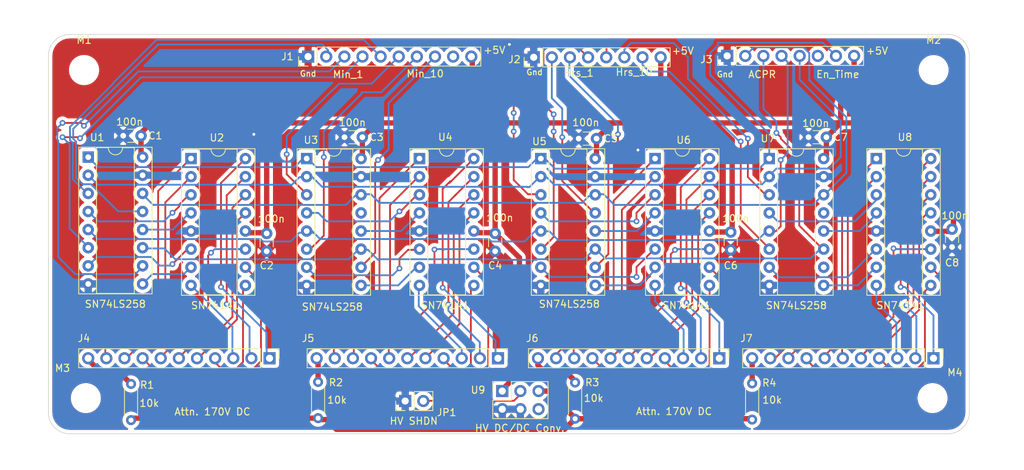
<source format=kicad_pcb>
(kicad_pcb (version 20171130) (host pcbnew "(5.1.7)-1")

  (general
    (thickness 1.6)
    (drawings 44)
    (tracks 673)
    (zones 0)
    (modules 33)
    (nets 89)
  )

  (page A4)
  (layers
    (0 F.Cu signal)
    (31 B.Cu signal)
    (32 B.Adhes user)
    (33 F.Adhes user)
    (34 B.Paste user)
    (35 F.Paste user)
    (36 B.SilkS user)
    (37 F.SilkS user)
    (38 B.Mask user)
    (39 F.Mask user)
    (40 Dwgs.User user)
    (41 Cmts.User user)
    (42 Eco1.User user)
    (43 Eco2.User user)
    (44 Edge.Cuts user)
    (45 Margin user)
    (46 B.CrtYd user)
    (47 F.CrtYd user)
    (48 B.Fab user)
    (49 F.Fab user)
  )

  (setup
    (last_trace_width 0.25)
    (trace_clearance 0.2)
    (zone_clearance 0.508)
    (zone_45_only no)
    (trace_min 0.2)
    (via_size 0.8)
    (via_drill 0.4)
    (via_min_size 0.4)
    (via_min_drill 0.3)
    (uvia_size 0.3)
    (uvia_drill 0.1)
    (uvias_allowed no)
    (uvia_min_size 0.2)
    (uvia_min_drill 0.1)
    (edge_width 0.1)
    (segment_width 0.2)
    (pcb_text_width 0.3)
    (pcb_text_size 1.5 1.5)
    (mod_edge_width 0.15)
    (mod_text_size 1 1)
    (mod_text_width 0.15)
    (pad_size 1.524 1.524)
    (pad_drill 0.762)
    (pad_to_mask_clearance 0)
    (aux_axis_origin 0 0)
    (visible_elements 7FFFFFFF)
    (pcbplotparams
      (layerselection 0x010fc_ffffffff)
      (usegerberextensions false)
      (usegerberattributes true)
      (usegerberadvancedattributes true)
      (creategerberjobfile true)
      (excludeedgelayer true)
      (linewidth 0.100000)
      (plotframeref false)
      (viasonmask false)
      (mode 1)
      (useauxorigin false)
      (hpglpennumber 1)
      (hpglpenspeed 20)
      (hpglpendiameter 15.000000)
      (psnegative false)
      (psa4output false)
      (plotreference true)
      (plotvalue true)
      (plotinvisibletext false)
      (padsonsilk false)
      (subtractmaskfromsilk false)
      (outputformat 1)
      (mirror false)
      (drillshape 1)
      (scaleselection 1)
      (outputdirectory ""))
  )

  (net 0 "")
  (net 1 GND)
  (net 2 VCC)
  (net 3 Min_1_Q3)
  (net 4 Min_1_Q2)
  (net 5 Min_1_Q1)
  (net 6 Min_1_Q0)
  (net 7 Min_10_Q0)
  (net 8 Min_10_Q1)
  (net 9 Min_10_Q2)
  (net 10 Hrs_10_Q1)
  (net 11 Hrs_10_Q0)
  (net 12 Hrs_1_Q0)
  (net 13 Hrs_1_Q1)
  (net 14 Hrs_1_Q2)
  (net 15 Hrs_1_Q3)
  (net 16 En_Time_Bus)
  (net 17 ACPR_Q0)
  (net 18 ACPR_Q1)
  (net 19 ACPR_Q2)
  (net 20 ACPR_Q3)
  (net 21 "Net-(U1-Pad12)")
  (net 22 "Net-(J1-Pad9)")
  (net 23 "Net-(J4-Pad1)")
  (net 24 "Net-(J4-Pad2)")
  (net 25 "Net-(J4-Pad3)")
  (net 26 "Net-(J4-Pad4)")
  (net 27 "Net-(J4-Pad5)")
  (net 28 "Net-(J4-Pad6)")
  (net 29 "Net-(J4-Pad7)")
  (net 30 "Net-(J4-Pad8)")
  (net 31 "Net-(J4-Pad9)")
  (net 32 "Net-(J4-Pad10)")
  (net 33 "Net-(J4-Pad11)")
  (net 34 "Net-(J5-Pad11)")
  (net 35 "Net-(J5-Pad10)")
  (net 36 "Net-(J5-Pad9)")
  (net 37 "Net-(J5-Pad8)")
  (net 38 "Net-(J5-Pad7)")
  (net 39 "Net-(J5-Pad6)")
  (net 40 "Net-(J5-Pad5)")
  (net 41 "Net-(J5-Pad4)")
  (net 42 "Net-(J5-Pad3)")
  (net 43 "Net-(J5-Pad2)")
  (net 44 "Net-(J5-Pad1)")
  (net 45 "Net-(J6-Pad1)")
  (net 46 "Net-(J6-Pad2)")
  (net 47 "Net-(J6-Pad3)")
  (net 48 "Net-(J6-Pad4)")
  (net 49 "Net-(J6-Pad5)")
  (net 50 "Net-(J6-Pad6)")
  (net 51 "Net-(J6-Pad7)")
  (net 52 "Net-(J6-Pad8)")
  (net 53 "Net-(J6-Pad9)")
  (net 54 "Net-(J6-Pad10)")
  (net 55 "Net-(J6-Pad11)")
  (net 56 "Net-(J7-Pad11)")
  (net 57 "Net-(J7-Pad10)")
  (net 58 "Net-(J7-Pad9)")
  (net 59 "Net-(J7-Pad8)")
  (net 60 "Net-(J7-Pad7)")
  (net 61 "Net-(J7-Pad6)")
  (net 62 "Net-(J7-Pad5)")
  (net 63 "Net-(J7-Pad4)")
  (net 64 "Net-(J7-Pad3)")
  (net 65 "Net-(J7-Pad2)")
  (net 66 "Net-(J7-Pad1)")
  (net 67 "Net-(JP1-Pad2)")
  (net 68 "Net-(R1-Pad2)")
  (net 69 "Net-(U3-Pad12)")
  (net 70 "Net-(J3-Pad6)")
  (net 71 "Net-(U1-Pad9)")
  (net 72 "Net-(U1-Pad4)")
  (net 73 "Net-(U1-Pad7)")
  (net 74 "Net-(U3-Pad9)")
  (net 75 "Net-(U3-Pad4)")
  (net 76 "Net-(U3-Pad7)")
  (net 77 "Net-(U3-Pad13)")
  (net 78 "Net-(U5-Pad9)")
  (net 79 "Net-(U5-Pad4)")
  (net 80 "Net-(U5-Pad12)")
  (net 81 "Net-(U5-Pad7)")
  (net 82 "Net-(U7-Pad7)")
  (net 83 "Net-(U7-Pad13)")
  (net 84 "Net-(U7-Pad12)")
  (net 85 "Net-(U7-Pad4)")
  (net 86 "Net-(U7-Pad10)")
  (net 87 "Net-(U7-Pad9)")
  (net 88 "Net-(U9-Pad6)")

  (net_class Default "This is the default net class."
    (clearance 0.2)
    (trace_width 0.25)
    (via_dia 0.8)
    (via_drill 0.4)
    (uvia_dia 0.3)
    (uvia_drill 0.1)
    (add_net ACPR_Q0)
    (add_net ACPR_Q1)
    (add_net ACPR_Q2)
    (add_net ACPR_Q3)
    (add_net En_Time_Bus)
    (add_net GND)
    (add_net Hrs_10_Q0)
    (add_net Hrs_10_Q1)
    (add_net Hrs_1_Q0)
    (add_net Hrs_1_Q1)
    (add_net Hrs_1_Q2)
    (add_net Hrs_1_Q3)
    (add_net Min_10_Q0)
    (add_net Min_10_Q1)
    (add_net Min_10_Q2)
    (add_net Min_1_Q0)
    (add_net Min_1_Q1)
    (add_net Min_1_Q2)
    (add_net Min_1_Q3)
    (add_net "Net-(J1-Pad9)")
    (add_net "Net-(J3-Pad6)")
    (add_net "Net-(J4-Pad1)")
    (add_net "Net-(J4-Pad10)")
    (add_net "Net-(J4-Pad11)")
    (add_net "Net-(J4-Pad2)")
    (add_net "Net-(J4-Pad3)")
    (add_net "Net-(J4-Pad4)")
    (add_net "Net-(J4-Pad5)")
    (add_net "Net-(J4-Pad6)")
    (add_net "Net-(J4-Pad7)")
    (add_net "Net-(J4-Pad8)")
    (add_net "Net-(J4-Pad9)")
    (add_net "Net-(J5-Pad1)")
    (add_net "Net-(J5-Pad10)")
    (add_net "Net-(J5-Pad11)")
    (add_net "Net-(J5-Pad2)")
    (add_net "Net-(J5-Pad3)")
    (add_net "Net-(J5-Pad4)")
    (add_net "Net-(J5-Pad5)")
    (add_net "Net-(J5-Pad6)")
    (add_net "Net-(J5-Pad7)")
    (add_net "Net-(J5-Pad8)")
    (add_net "Net-(J5-Pad9)")
    (add_net "Net-(J6-Pad1)")
    (add_net "Net-(J6-Pad10)")
    (add_net "Net-(J6-Pad11)")
    (add_net "Net-(J6-Pad2)")
    (add_net "Net-(J6-Pad3)")
    (add_net "Net-(J6-Pad4)")
    (add_net "Net-(J6-Pad5)")
    (add_net "Net-(J6-Pad6)")
    (add_net "Net-(J6-Pad7)")
    (add_net "Net-(J6-Pad8)")
    (add_net "Net-(J6-Pad9)")
    (add_net "Net-(J7-Pad1)")
    (add_net "Net-(J7-Pad10)")
    (add_net "Net-(J7-Pad11)")
    (add_net "Net-(J7-Pad2)")
    (add_net "Net-(J7-Pad3)")
    (add_net "Net-(J7-Pad4)")
    (add_net "Net-(J7-Pad5)")
    (add_net "Net-(J7-Pad6)")
    (add_net "Net-(J7-Pad7)")
    (add_net "Net-(J7-Pad8)")
    (add_net "Net-(J7-Pad9)")
    (add_net "Net-(JP1-Pad2)")
    (add_net "Net-(R1-Pad2)")
    (add_net "Net-(U1-Pad12)")
    (add_net "Net-(U1-Pad4)")
    (add_net "Net-(U1-Pad7)")
    (add_net "Net-(U1-Pad9)")
    (add_net "Net-(U3-Pad12)")
    (add_net "Net-(U3-Pad13)")
    (add_net "Net-(U3-Pad4)")
    (add_net "Net-(U3-Pad7)")
    (add_net "Net-(U3-Pad9)")
    (add_net "Net-(U5-Pad12)")
    (add_net "Net-(U5-Pad4)")
    (add_net "Net-(U5-Pad7)")
    (add_net "Net-(U5-Pad9)")
    (add_net "Net-(U7-Pad10)")
    (add_net "Net-(U7-Pad12)")
    (add_net "Net-(U7-Pad13)")
    (add_net "Net-(U7-Pad4)")
    (add_net "Net-(U7-Pad7)")
    (add_net "Net-(U7-Pad9)")
    (add_net "Net-(U9-Pad6)")
    (add_net VCC)
  )

  (module Connector_PinHeader_2.54mm:PinHeader_1x08_P2.54mm_Vertical (layer F.Cu) (tedit 59FED5CC) (tstamp 5F7B5534)
    (at 164.1 79.6 90)
    (descr "Through hole straight pin header, 1x08, 2.54mm pitch, single row")
    (tags "Through hole pin header THT 1x08 2.54mm single row")
    (path /5FB9163D)
    (fp_text reference J3 (at -0.5 -2.9 180) (layer F.SilkS)
      (effects (font (size 1 1) (thickness 0.15)))
    )
    (fp_text value Conn_01x08_Male (at -2.54 8.89 180) (layer F.Fab)
      (effects (font (size 1 1) (thickness 0.15)))
    )
    (fp_line (start -0.635 -1.27) (end 1.27 -1.27) (layer F.Fab) (width 0.1))
    (fp_line (start 1.27 -1.27) (end 1.27 19.05) (layer F.Fab) (width 0.1))
    (fp_line (start 1.27 19.05) (end -1.27 19.05) (layer F.Fab) (width 0.1))
    (fp_line (start -1.27 19.05) (end -1.27 -0.635) (layer F.Fab) (width 0.1))
    (fp_line (start -1.27 -0.635) (end -0.635 -1.27) (layer F.Fab) (width 0.1))
    (fp_line (start -1.33 19.11) (end 1.33 19.11) (layer F.SilkS) (width 0.12))
    (fp_line (start -1.33 1.27) (end -1.33 19.11) (layer F.SilkS) (width 0.12))
    (fp_line (start 1.33 1.27) (end 1.33 19.11) (layer F.SilkS) (width 0.12))
    (fp_line (start -1.33 1.27) (end 1.33 1.27) (layer F.SilkS) (width 0.12))
    (fp_line (start -1.33 0) (end -1.33 -1.33) (layer F.SilkS) (width 0.12))
    (fp_line (start -1.33 -1.33) (end 0 -1.33) (layer F.SilkS) (width 0.12))
    (fp_line (start -1.8 -1.8) (end -1.8 19.55) (layer F.CrtYd) (width 0.05))
    (fp_line (start -1.8 19.55) (end 1.8 19.55) (layer F.CrtYd) (width 0.05))
    (fp_line (start 1.8 19.55) (end 1.8 -1.8) (layer F.CrtYd) (width 0.05))
    (fp_line (start 1.8 -1.8) (end -1.8 -1.8) (layer F.CrtYd) (width 0.05))
    (fp_text user %R (at 0 8.89) (layer F.Fab)
      (effects (font (size 1 1) (thickness 0.15)))
    )
    (pad 8 thru_hole oval (at 0 17.78 90) (size 1.7 1.7) (drill 1) (layers *.Cu *.Mask)
      (net 2 VCC))
    (pad 7 thru_hole oval (at 0 15.24 90) (size 1.7 1.7) (drill 1) (layers *.Cu *.Mask)
      (net 16 En_Time_Bus))
    (pad 6 thru_hole oval (at 0 12.7 90) (size 1.7 1.7) (drill 1) (layers *.Cu *.Mask)
      (net 70 "Net-(J3-Pad6)"))
    (pad 5 thru_hole oval (at 0 10.16 90) (size 1.7 1.7) (drill 1) (layers *.Cu *.Mask)
      (net 17 ACPR_Q0))
    (pad 4 thru_hole oval (at 0 7.62 90) (size 1.7 1.7) (drill 1) (layers *.Cu *.Mask)
      (net 18 ACPR_Q1))
    (pad 3 thru_hole oval (at 0 5.08 90) (size 1.7 1.7) (drill 1) (layers *.Cu *.Mask)
      (net 19 ACPR_Q2))
    (pad 2 thru_hole oval (at 0 2.54 90) (size 1.7 1.7) (drill 1) (layers *.Cu *.Mask)
      (net 20 ACPR_Q3))
    (pad 1 thru_hole rect (at 0 0 90) (size 1.7 1.7) (drill 1) (layers *.Cu *.Mask)
      (net 1 GND))
    (model ${KISYS3DMOD}/Connector_PinHeader_2.54mm.3dshapes/PinHeader_1x08_P2.54mm_Vertical.wrl
      (at (xyz 0 0 0))
      (scale (xyz 1 1 1))
      (rotate (xyz 0 0 0))
    )
  )

  (module MountingHole:MountingHole_3.2mm_M3 locked (layer F.Cu) (tedit 56D1B4CB) (tstamp 5F7B52AD)
    (at 192.87 127.59)
    (descr "Mounting Hole 3.2mm, no annular, M3")
    (tags "mounting hole 3.2mm no annular m3")
    (path /5F82C76A)
    (attr virtual)
    (fp_text reference M4 (at 3.13 -3.59) (layer F.SilkS)
      (effects (font (size 1 1) (thickness 0.15)))
    )
    (fp_text value M3 (at 0.07 2.1) (layer F.Fab)
      (effects (font (size 1 1) (thickness 0.15)))
    )
    (fp_circle (center 0 0) (end 3.45 0) (layer F.CrtYd) (width 0.05))
    (fp_circle (center 0 0) (end 3.2 0) (layer Cmts.User) (width 0.15))
    (fp_text user %R (at 0.3 0) (layer F.Fab)
      (effects (font (size 1 1) (thickness 0.15)))
    )
    (pad 1 np_thru_hole circle (at 0 0) (size 3.2 3.2) (drill 3.2) (layers *.Cu *.Mask))
  )

  (module MountingHole:MountingHole_3.2mm_M3 locked (layer F.Cu) (tedit 56D1B4CB) (tstamp 5F7B5265)
    (at 74.27 127.59)
    (descr "Mounting Hole 3.2mm, no annular, M3")
    (tags "mounting hole 3.2mm no annular m3")
    (path /5F82ACBC)
    (attr virtual)
    (fp_text reference M3 (at -3.27 -4.2) (layer F.SilkS)
      (effects (font (size 1 1) (thickness 0.15)))
    )
    (fp_text value M3 (at -0.03 2.48) (layer F.Fab)
      (effects (font (size 1 1) (thickness 0.15)))
    )
    (fp_circle (center 0 0) (end 3.2 0) (layer Cmts.User) (width 0.15))
    (fp_circle (center 0 0) (end 3.45 0) (layer F.CrtYd) (width 0.05))
    (fp_text user %R (at 0.3 0) (layer F.Fab)
      (effects (font (size 1 1) (thickness 0.15)))
    )
    (pad 1 np_thru_hole circle (at 0 0) (size 3.2 3.2) (drill 3.2) (layers *.Cu *.Mask))
  )

  (module MountingHole:MountingHole_3.2mm_M3 locked (layer F.Cu) (tedit 56D1B4CB) (tstamp 5F7B525E)
    (at 74.02 81.59)
    (descr "Mounting Hole 3.2mm, no annular, M3")
    (tags "mounting hole 3.2mm no annular m3")
    (path /5F8304DF)
    (attr virtual)
    (fp_text reference M1 (at 0 -4.2) (layer F.SilkS)
      (effects (font (size 1 1) (thickness 0.15)))
    )
    (fp_text value M3 (at -0.07 2.51) (layer F.Fab)
      (effects (font (size 1 1) (thickness 0.15)))
    )
    (fp_circle (center 0 0) (end 3.45 0) (layer F.CrtYd) (width 0.05))
    (fp_circle (center 0 0) (end 3.2 0) (layer Cmts.User) (width 0.15))
    (fp_text user %R (at 0.3 0) (layer F.Fab)
      (effects (font (size 1 1) (thickness 0.15)))
    )
    (pad 1 np_thru_hole circle (at 0 0) (size 3.2 3.2) (drill 3.2) (layers *.Cu *.Mask))
  )

  (module MountingHole:MountingHole_3.2mm_M3 locked (layer F.Cu) (tedit 56D1B4CB) (tstamp 5F7B5237)
    (at 193.02 81.59)
    (descr "Mounting Hole 3.2mm, no annular, M3")
    (tags "mounting hole 3.2mm no annular m3")
    (path /5F82CAA4)
    (attr virtual)
    (fp_text reference M2 (at 0 -4.2) (layer F.SilkS)
      (effects (font (size 1 1) (thickness 0.15)))
    )
    (fp_text value M3 (at 0.21 2.6) (layer F.Fab)
      (effects (font (size 1 1) (thickness 0.15)))
    )
    (fp_circle (center 0 0) (end 3.2 0) (layer Cmts.User) (width 0.15))
    (fp_circle (center 0 0) (end 3.45 0) (layer F.CrtYd) (width 0.05))
    (fp_text user %R (at 0.3 0) (layer F.Fab)
      (effects (font (size 1 1) (thickness 0.15)))
    )
    (pad 1 np_thru_hole circle (at 0 0) (size 3.2 3.2) (drill 3.2) (layers *.Cu *.Mask))
  )

  (module Connector_PinHeader_2.54mm:PinHeader_1x10_P2.54mm_Vertical locked (layer F.Cu) (tedit 59FED5CC) (tstamp 5F7D5F82)
    (at 105.4 79.7 90)
    (descr "Through hole straight pin header, 1x10, 2.54mm pitch, single row")
    (tags "Through hole pin header THT 1x10 2.54mm single row")
    (path /5FAC9A4D)
    (fp_text reference J1 (at 0 -2.9 180) (layer F.SilkS)
      (effects (font (size 1 1) (thickness 0.15)))
    )
    (fp_text value Conn_01x10_Male (at -2.6 11.7 180) (layer F.Fab)
      (effects (font (size 1 1) (thickness 0.15)))
    )
    (fp_line (start 1.8 -1.8) (end -1.8 -1.8) (layer F.CrtYd) (width 0.05))
    (fp_line (start 1.8 24.65) (end 1.8 -1.8) (layer F.CrtYd) (width 0.05))
    (fp_line (start -1.8 24.65) (end 1.8 24.65) (layer F.CrtYd) (width 0.05))
    (fp_line (start -1.8 -1.8) (end -1.8 24.65) (layer F.CrtYd) (width 0.05))
    (fp_line (start -1.33 -1.33) (end 0 -1.33) (layer F.SilkS) (width 0.12))
    (fp_line (start -1.33 0) (end -1.33 -1.33) (layer F.SilkS) (width 0.12))
    (fp_line (start -1.33 1.27) (end 1.33 1.27) (layer F.SilkS) (width 0.12))
    (fp_line (start 1.33 1.27) (end 1.33 24.19) (layer F.SilkS) (width 0.12))
    (fp_line (start -1.33 1.27) (end -1.33 24.19) (layer F.SilkS) (width 0.12))
    (fp_line (start -1.33 24.19) (end 1.33 24.19) (layer F.SilkS) (width 0.12))
    (fp_line (start -1.27 -0.635) (end -0.635 -1.27) (layer F.Fab) (width 0.1))
    (fp_line (start -1.27 24.13) (end -1.27 -0.635) (layer F.Fab) (width 0.1))
    (fp_line (start 1.27 24.13) (end -1.27 24.13) (layer F.Fab) (width 0.1))
    (fp_line (start 1.27 -1.27) (end 1.27 24.13) (layer F.Fab) (width 0.1))
    (fp_line (start -0.635 -1.27) (end 1.27 -1.27) (layer F.Fab) (width 0.1))
    (fp_text user %R (at 0 11.43) (layer F.Fab)
      (effects (font (size 1 1) (thickness 0.15)))
    )
    (pad 1 thru_hole rect (at 0 0 90) (size 1.7 1.7) (drill 1) (layers *.Cu *.Mask)
      (net 1 GND))
    (pad 2 thru_hole oval (at 0 2.54 90) (size 1.7 1.7) (drill 1) (layers *.Cu *.Mask)
      (net 3 Min_1_Q3))
    (pad 3 thru_hole oval (at 0 5.08 90) (size 1.7 1.7) (drill 1) (layers *.Cu *.Mask)
      (net 4 Min_1_Q2))
    (pad 4 thru_hole oval (at 0 7.62 90) (size 1.7 1.7) (drill 1) (layers *.Cu *.Mask)
      (net 5 Min_1_Q1))
    (pad 5 thru_hole oval (at 0 10.16 90) (size 1.7 1.7) (drill 1) (layers *.Cu *.Mask)
      (net 6 Min_1_Q0))
    (pad 6 thru_hole oval (at 0 12.7 90) (size 1.7 1.7) (drill 1) (layers *.Cu *.Mask)
      (net 7 Min_10_Q0))
    (pad 7 thru_hole oval (at 0 15.24 90) (size 1.7 1.7) (drill 1) (layers *.Cu *.Mask)
      (net 8 Min_10_Q1))
    (pad 8 thru_hole oval (at 0 17.78 90) (size 1.7 1.7) (drill 1) (layers *.Cu *.Mask)
      (net 9 Min_10_Q2))
    (pad 9 thru_hole oval (at 0 20.32 90) (size 1.7 1.7) (drill 1) (layers *.Cu *.Mask)
      (net 22 "Net-(J1-Pad9)"))
    (pad 10 thru_hole oval (at 0 22.86 90) (size 1.7 1.7) (drill 1) (layers *.Cu *.Mask)
      (net 2 VCC))
    (model ${KISYS3DMOD}/Connector_PinHeader_2.54mm.3dshapes/PinHeader_1x10_P2.54mm_Vertical.wrl
      (at (xyz 0 0 0))
      (scale (xyz 1 1 1))
      (rotate (xyz 0 0 0))
    )
  )

  (module Connector_PinHeader_2.54mm:PinHeader_1x08_P2.54mm_Vertical (layer F.Cu) (tedit 59FED5CC) (tstamp 5F7D5F9E)
    (at 137 79.8 90)
    (descr "Through hole straight pin header, 1x08, 2.54mm pitch, single row")
    (tags "Through hole pin header THT 1x08 2.54mm single row")
    (path /5FEF9821)
    (fp_text reference J2 (at -0.3 -2.7 180) (layer F.SilkS)
      (effects (font (size 1 1) (thickness 0.15)))
    )
    (fp_text value Conn_01x08_Male (at -2.9 9.6 180) (layer F.Fab)
      (effects (font (size 1 1) (thickness 0.15)))
    )
    (fp_line (start 1.8 -1.8) (end -1.8 -1.8) (layer F.CrtYd) (width 0.05))
    (fp_line (start 1.8 19.55) (end 1.8 -1.8) (layer F.CrtYd) (width 0.05))
    (fp_line (start -1.8 19.55) (end 1.8 19.55) (layer F.CrtYd) (width 0.05))
    (fp_line (start -1.8 -1.8) (end -1.8 19.55) (layer F.CrtYd) (width 0.05))
    (fp_line (start -1.33 -1.33) (end 0 -1.33) (layer F.SilkS) (width 0.12))
    (fp_line (start -1.33 0) (end -1.33 -1.33) (layer F.SilkS) (width 0.12))
    (fp_line (start -1.33 1.27) (end 1.33 1.27) (layer F.SilkS) (width 0.12))
    (fp_line (start 1.33 1.27) (end 1.33 19.11) (layer F.SilkS) (width 0.12))
    (fp_line (start -1.33 1.27) (end -1.33 19.11) (layer F.SilkS) (width 0.12))
    (fp_line (start -1.33 19.11) (end 1.33 19.11) (layer F.SilkS) (width 0.12))
    (fp_line (start -1.27 -0.635) (end -0.635 -1.27) (layer F.Fab) (width 0.1))
    (fp_line (start -1.27 19.05) (end -1.27 -0.635) (layer F.Fab) (width 0.1))
    (fp_line (start 1.27 19.05) (end -1.27 19.05) (layer F.Fab) (width 0.1))
    (fp_line (start 1.27 -1.27) (end 1.27 19.05) (layer F.Fab) (width 0.1))
    (fp_line (start -0.635 -1.27) (end 1.27 -1.27) (layer F.Fab) (width 0.1))
    (fp_text user %R (at 0 8.89) (layer F.Fab)
      (effects (font (size 1 1) (thickness 0.15)))
    )
    (pad 1 thru_hole rect (at 0 0 90) (size 1.7 1.7) (drill 1) (layers *.Cu *.Mask)
      (net 1 GND))
    (pad 2 thru_hole oval (at 0 2.54 90) (size 1.7 1.7) (drill 1) (layers *.Cu *.Mask)
      (net 15 Hrs_1_Q3))
    (pad 3 thru_hole oval (at 0 5.08 90) (size 1.7 1.7) (drill 1) (layers *.Cu *.Mask)
      (net 14 Hrs_1_Q2))
    (pad 4 thru_hole oval (at 0 7.62 90) (size 1.7 1.7) (drill 1) (layers *.Cu *.Mask)
      (net 13 Hrs_1_Q1))
    (pad 5 thru_hole oval (at 0 10.16 90) (size 1.7 1.7) (drill 1) (layers *.Cu *.Mask)
      (net 12 Hrs_1_Q0))
    (pad 6 thru_hole oval (at 0 12.7 90) (size 1.7 1.7) (drill 1) (layers *.Cu *.Mask)
      (net 11 Hrs_10_Q0))
    (pad 7 thru_hole oval (at 0 15.24 90) (size 1.7 1.7) (drill 1) (layers *.Cu *.Mask)
      (net 10 Hrs_10_Q1))
    (pad 8 thru_hole oval (at 0 17.78 90) (size 1.7 1.7) (drill 1) (layers *.Cu *.Mask)
      (net 2 VCC))
    (model ${KISYS3DMOD}/Connector_PinHeader_2.54mm.3dshapes/PinHeader_1x08_P2.54mm_Vertical.wrl
      (at (xyz 0 0 0))
      (scale (xyz 1 1 1))
      (rotate (xyz 0 0 0))
    )
  )

  (module Capacitor_THT:C_Disc_D3.0mm_W1.6mm_P2.50mm (layer F.Cu) (tedit 5AE50EF0) (tstamp 5F7D8AC8)
    (at 82 90.8 180)
    (descr "C, Disc series, Radial, pin pitch=2.50mm, , diameter*width=3.0*1.6mm^2, Capacitor, http://www.vishay.com/docs/45233/krseries.pdf")
    (tags "C Disc series Radial pin pitch 2.50mm  diameter 3.0mm width 1.6mm Capacitor")
    (path /5F976051)
    (fp_text reference C1 (at -2 0) (layer F.SilkS)
      (effects (font (size 1 1) (thickness 0.15)))
    )
    (fp_text value 100n (at 1.25 0 180) (layer F.Fab)
      (effects (font (size 1 1) (thickness 0.15)))
    )
    (fp_line (start 3.55 -1.05) (end -1.05 -1.05) (layer F.CrtYd) (width 0.05))
    (fp_line (start 3.55 1.05) (end 3.55 -1.05) (layer F.CrtYd) (width 0.05))
    (fp_line (start -1.05 1.05) (end 3.55 1.05) (layer F.CrtYd) (width 0.05))
    (fp_line (start -1.05 -1.05) (end -1.05 1.05) (layer F.CrtYd) (width 0.05))
    (fp_line (start 0.621 0.92) (end 1.879 0.92) (layer F.SilkS) (width 0.12))
    (fp_line (start 0.621 -0.92) (end 1.879 -0.92) (layer F.SilkS) (width 0.12))
    (fp_line (start 2.75 -0.8) (end -0.25 -0.8) (layer F.Fab) (width 0.1))
    (fp_line (start 2.75 0.8) (end 2.75 -0.8) (layer F.Fab) (width 0.1))
    (fp_line (start -0.25 0.8) (end 2.75 0.8) (layer F.Fab) (width 0.1))
    (fp_line (start -0.25 -0.8) (end -0.25 0.8) (layer F.Fab) (width 0.1))
    (fp_text user %R (at 1.25 0) (layer F.Fab)
      (effects (font (size 0.6 0.6) (thickness 0.09)))
    )
    (pad 2 thru_hole circle (at 2.5 0 180) (size 1.6 1.6) (drill 0.8) (layers *.Cu *.Mask)
      (net 1 GND))
    (pad 1 thru_hole circle (at 0 0 180) (size 1.6 1.6) (drill 0.8) (layers *.Cu *.Mask)
      (net 2 VCC))
    (model ${KISYS3DMOD}/Capacitor_THT.3dshapes/C_Disc_D3.0mm_W1.6mm_P2.50mm.wrl
      (at (xyz 0 0 0))
      (scale (xyz 1 1 1))
      (rotate (xyz 0 0 0))
    )
  )

  (module Capacitor_THT:C_Disc_D3.0mm_W1.6mm_P2.50mm (layer F.Cu) (tedit 5AE50EF0) (tstamp 5F7D8AD9)
    (at 113 91 180)
    (descr "C, Disc series, Radial, pin pitch=2.50mm, , diameter*width=3.0*1.6mm^2, Capacitor, http://www.vishay.com/docs/45233/krseries.pdf")
    (tags "C Disc series Radial pin pitch 2.50mm  diameter 3.0mm width 1.6mm Capacitor")
    (path /5F984FF4)
    (fp_text reference C3 (at -2 0) (layer F.SilkS)
      (effects (font (size 1 1) (thickness 0.15)))
    )
    (fp_text value 100n (at 1.25 0 180) (layer F.Fab)
      (effects (font (size 1 1) (thickness 0.15)))
    )
    (fp_line (start -0.25 -0.8) (end -0.25 0.8) (layer F.Fab) (width 0.1))
    (fp_line (start -0.25 0.8) (end 2.75 0.8) (layer F.Fab) (width 0.1))
    (fp_line (start 2.75 0.8) (end 2.75 -0.8) (layer F.Fab) (width 0.1))
    (fp_line (start 2.75 -0.8) (end -0.25 -0.8) (layer F.Fab) (width 0.1))
    (fp_line (start 0.621 -0.92) (end 1.879 -0.92) (layer F.SilkS) (width 0.12))
    (fp_line (start 0.621 0.92) (end 1.879 0.92) (layer F.SilkS) (width 0.12))
    (fp_line (start -1.05 -1.05) (end -1.05 1.05) (layer F.CrtYd) (width 0.05))
    (fp_line (start -1.05 1.05) (end 3.55 1.05) (layer F.CrtYd) (width 0.05))
    (fp_line (start 3.55 1.05) (end 3.55 -1.05) (layer F.CrtYd) (width 0.05))
    (fp_line (start 3.55 -1.05) (end -1.05 -1.05) (layer F.CrtYd) (width 0.05))
    (fp_text user %R (at 1.25 0) (layer F.Fab)
      (effects (font (size 0.6 0.6) (thickness 0.09)))
    )
    (pad 1 thru_hole circle (at 0 0 180) (size 1.6 1.6) (drill 0.8) (layers *.Cu *.Mask)
      (net 2 VCC))
    (pad 2 thru_hole circle (at 2.5 0 180) (size 1.6 1.6) (drill 0.8) (layers *.Cu *.Mask)
      (net 1 GND))
    (model ${KISYS3DMOD}/Capacitor_THT.3dshapes/C_Disc_D3.0mm_W1.6mm_P2.50mm.wrl
      (at (xyz 0 0 0))
      (scale (xyz 1 1 1))
      (rotate (xyz 0 0 0))
    )
  )

  (module Capacitor_THT:C_Disc_D3.0mm_W1.6mm_P2.50mm (layer F.Cu) (tedit 5AE50EF0) (tstamp 5F7D8AEA)
    (at 145.8 91.2 180)
    (descr "C, Disc series, Radial, pin pitch=2.50mm, , diameter*width=3.0*1.6mm^2, Capacitor, http://www.vishay.com/docs/45233/krseries.pdf")
    (tags "C Disc series Radial pin pitch 2.50mm  diameter 3.0mm width 1.6mm Capacitor")
    (path /5F97C05F)
    (fp_text reference C5 (at -2 0) (layer F.SilkS)
      (effects (font (size 1 1) (thickness 0.15)))
    )
    (fp_text value 100n (at 1 0) (layer F.Fab)
      (effects (font (size 1 1) (thickness 0.15)))
    )
    (fp_line (start 3.55 -1.05) (end -1.05 -1.05) (layer F.CrtYd) (width 0.05))
    (fp_line (start 3.55 1.05) (end 3.55 -1.05) (layer F.CrtYd) (width 0.05))
    (fp_line (start -1.05 1.05) (end 3.55 1.05) (layer F.CrtYd) (width 0.05))
    (fp_line (start -1.05 -1.05) (end -1.05 1.05) (layer F.CrtYd) (width 0.05))
    (fp_line (start 0.621 0.92) (end 1.879 0.92) (layer F.SilkS) (width 0.12))
    (fp_line (start 0.621 -0.92) (end 1.879 -0.92) (layer F.SilkS) (width 0.12))
    (fp_line (start 2.75 -0.8) (end -0.25 -0.8) (layer F.Fab) (width 0.1))
    (fp_line (start 2.75 0.8) (end 2.75 -0.8) (layer F.Fab) (width 0.1))
    (fp_line (start -0.25 0.8) (end 2.75 0.8) (layer F.Fab) (width 0.1))
    (fp_line (start -0.25 -0.8) (end -0.25 0.8) (layer F.Fab) (width 0.1))
    (fp_text user %R (at 1.25 0) (layer F.Fab)
      (effects (font (size 0.6 0.6) (thickness 0.09)))
    )
    (pad 2 thru_hole circle (at 2.5 0 180) (size 1.6 1.6) (drill 0.8) (layers *.Cu *.Mask)
      (net 1 GND))
    (pad 1 thru_hole circle (at 0 0 180) (size 1.6 1.6) (drill 0.8) (layers *.Cu *.Mask)
      (net 2 VCC))
    (model ${KISYS3DMOD}/Capacitor_THT.3dshapes/C_Disc_D3.0mm_W1.6mm_P2.50mm.wrl
      (at (xyz 0 0 0))
      (scale (xyz 1 1 1))
      (rotate (xyz 0 0 0))
    )
  )

  (module Capacitor_THT:C_Disc_D3.0mm_W1.6mm_P2.50mm (layer F.Cu) (tedit 5AE50EF0) (tstamp 5F7D8AFB)
    (at 178 91 180)
    (descr "C, Disc series, Radial, pin pitch=2.50mm, , diameter*width=3.0*1.6mm^2, Capacitor, http://www.vishay.com/docs/45233/krseries.pdf")
    (tags "C Disc series Radial pin pitch 2.50mm  diameter 3.0mm width 1.6mm Capacitor")
    (path /5F97B7C3)
    (fp_text reference C7 (at -2 0) (layer F.SilkS)
      (effects (font (size 1 1) (thickness 0.15)))
    )
    (fp_text value 100n (at 1.25 0 180) (layer F.Fab)
      (effects (font (size 1 1) (thickness 0.15)))
    )
    (fp_line (start -0.25 -0.8) (end -0.25 0.8) (layer F.Fab) (width 0.1))
    (fp_line (start -0.25 0.8) (end 2.75 0.8) (layer F.Fab) (width 0.1))
    (fp_line (start 2.75 0.8) (end 2.75 -0.8) (layer F.Fab) (width 0.1))
    (fp_line (start 2.75 -0.8) (end -0.25 -0.8) (layer F.Fab) (width 0.1))
    (fp_line (start 0.621 -0.92) (end 1.879 -0.92) (layer F.SilkS) (width 0.12))
    (fp_line (start 0.621 0.92) (end 1.879 0.92) (layer F.SilkS) (width 0.12))
    (fp_line (start -1.05 -1.05) (end -1.05 1.05) (layer F.CrtYd) (width 0.05))
    (fp_line (start -1.05 1.05) (end 3.55 1.05) (layer F.CrtYd) (width 0.05))
    (fp_line (start 3.55 1.05) (end 3.55 -1.05) (layer F.CrtYd) (width 0.05))
    (fp_line (start 3.55 -1.05) (end -1.05 -1.05) (layer F.CrtYd) (width 0.05))
    (fp_text user %R (at 1.25 0) (layer F.Fab)
      (effects (font (size 0.6 0.6) (thickness 0.09)))
    )
    (pad 1 thru_hole circle (at 0 0 180) (size 1.6 1.6) (drill 0.8) (layers *.Cu *.Mask)
      (net 2 VCC))
    (pad 2 thru_hole circle (at 2.5 0 180) (size 1.6 1.6) (drill 0.8) (layers *.Cu *.Mask)
      (net 1 GND))
    (model ${KISYS3DMOD}/Capacitor_THT.3dshapes/C_Disc_D3.0mm_W1.6mm_P2.50mm.wrl
      (at (xyz 0 0 0))
      (scale (xyz 1 1 1))
      (rotate (xyz 0 0 0))
    )
  )

  (module Capacitor_THT:C_Disc_D3.0mm_W1.6mm_P2.50mm locked (layer F.Cu) (tedit 5AE50EF0) (tstamp 5F7D8B0C)
    (at 99.6 107 90)
    (descr "C, Disc series, Radial, pin pitch=2.50mm, , diameter*width=3.0*1.6mm^2, Capacitor, http://www.vishay.com/docs/45233/krseries.pdf")
    (tags "C Disc series Radial pin pitch 2.50mm  diameter 3.0mm width 1.6mm Capacitor")
    (path /5F98F97F)
    (fp_text reference C2 (at -2 0 180) (layer F.SilkS)
      (effects (font (size 1 1) (thickness 0.15)))
    )
    (fp_text value 100n (at 1 0 90) (layer F.Fab)
      (effects (font (size 1 1) (thickness 0.15)))
    )
    (fp_line (start 3.55 -1.05) (end -1.05 -1.05) (layer F.CrtYd) (width 0.05))
    (fp_line (start 3.55 1.05) (end 3.55 -1.05) (layer F.CrtYd) (width 0.05))
    (fp_line (start -1.05 1.05) (end 3.55 1.05) (layer F.CrtYd) (width 0.05))
    (fp_line (start -1.05 -1.05) (end -1.05 1.05) (layer F.CrtYd) (width 0.05))
    (fp_line (start 0.621 0.92) (end 1.879 0.92) (layer F.SilkS) (width 0.12))
    (fp_line (start 0.621 -0.92) (end 1.879 -0.92) (layer F.SilkS) (width 0.12))
    (fp_line (start 2.75 -0.8) (end -0.25 -0.8) (layer F.Fab) (width 0.1))
    (fp_line (start 2.75 0.8) (end 2.75 -0.8) (layer F.Fab) (width 0.1))
    (fp_line (start -0.25 0.8) (end 2.75 0.8) (layer F.Fab) (width 0.1))
    (fp_line (start -0.25 -0.8) (end -0.25 0.8) (layer F.Fab) (width 0.1))
    (fp_text user %R (at 1.25 0 90) (layer F.Fab)
      (effects (font (size 0.6 0.6) (thickness 0.09)))
    )
    (pad 2 thru_hole circle (at 2.5 0 90) (size 1.6 1.6) (drill 0.8) (layers *.Cu *.Mask)
      (net 2 VCC))
    (pad 1 thru_hole circle (at 0 0 90) (size 1.6 1.6) (drill 0.8) (layers *.Cu *.Mask)
      (net 1 GND))
    (model ${KISYS3DMOD}/Capacitor_THT.3dshapes/C_Disc_D3.0mm_W1.6mm_P2.50mm.wrl
      (at (xyz 0 0 0))
      (scale (xyz 1 1 1))
      (rotate (xyz 0 0 0))
    )
  )

  (module Capacitor_THT:C_Disc_D3.0mm_W1.6mm_P2.50mm locked (layer F.Cu) (tedit 5AE50EF0) (tstamp 5F7D8B1D)
    (at 131.6 107 90)
    (descr "C, Disc series, Radial, pin pitch=2.50mm, , diameter*width=3.0*1.6mm^2, Capacitor, http://www.vishay.com/docs/45233/krseries.pdf")
    (tags "C Disc series Radial pin pitch 2.50mm  diameter 3.0mm width 1.6mm Capacitor")
    (path /5F98FE89)
    (fp_text reference C4 (at -2 0 180) (layer F.SilkS)
      (effects (font (size 1 1) (thickness 0.15)))
    )
    (fp_text value 100n (at 1 0 90) (layer F.Fab)
      (effects (font (size 1 1) (thickness 0.15)))
    )
    (fp_line (start -0.25 -0.8) (end -0.25 0.8) (layer F.Fab) (width 0.1))
    (fp_line (start -0.25 0.8) (end 2.75 0.8) (layer F.Fab) (width 0.1))
    (fp_line (start 2.75 0.8) (end 2.75 -0.8) (layer F.Fab) (width 0.1))
    (fp_line (start 2.75 -0.8) (end -0.25 -0.8) (layer F.Fab) (width 0.1))
    (fp_line (start 0.621 -0.92) (end 1.879 -0.92) (layer F.SilkS) (width 0.12))
    (fp_line (start 0.621 0.92) (end 1.879 0.92) (layer F.SilkS) (width 0.12))
    (fp_line (start -1.05 -1.05) (end -1.05 1.05) (layer F.CrtYd) (width 0.05))
    (fp_line (start -1.05 1.05) (end 3.55 1.05) (layer F.CrtYd) (width 0.05))
    (fp_line (start 3.55 1.05) (end 3.55 -1.05) (layer F.CrtYd) (width 0.05))
    (fp_line (start 3.55 -1.05) (end -1.05 -1.05) (layer F.CrtYd) (width 0.05))
    (fp_text user %R (at 1.25 0 90) (layer F.Fab)
      (effects (font (size 0.6 0.6) (thickness 0.09)))
    )
    (pad 1 thru_hole circle (at 0 0 90) (size 1.6 1.6) (drill 0.8) (layers *.Cu *.Mask)
      (net 1 GND))
    (pad 2 thru_hole circle (at 2.5 0 90) (size 1.6 1.6) (drill 0.8) (layers *.Cu *.Mask)
      (net 2 VCC))
    (model ${KISYS3DMOD}/Capacitor_THT.3dshapes/C_Disc_D3.0mm_W1.6mm_P2.50mm.wrl
      (at (xyz 0 0 0))
      (scale (xyz 1 1 1))
      (rotate (xyz 0 0 0))
    )
  )

  (module Capacitor_THT:C_Disc_D3.0mm_W1.6mm_P2.50mm locked (layer F.Cu) (tedit 5AE50EF0) (tstamp 5F7D8B2E)
    (at 164.6 106.8 90)
    (descr "C, Disc series, Radial, pin pitch=2.50mm, , diameter*width=3.0*1.6mm^2, Capacitor, http://www.vishay.com/docs/45233/krseries.pdf")
    (tags "C Disc series Radial pin pitch 2.50mm  diameter 3.0mm width 1.6mm Capacitor")
    (path /5F9903C7)
    (fp_text reference C6 (at -2.2 0 180) (layer F.SilkS)
      (effects (font (size 1 1) (thickness 0.15)))
    )
    (fp_text value 100n (at 1 0 90) (layer F.Fab)
      (effects (font (size 1 1) (thickness 0.15)))
    )
    (fp_line (start 3.55 -1.05) (end -1.05 -1.05) (layer F.CrtYd) (width 0.05))
    (fp_line (start 3.55 1.05) (end 3.55 -1.05) (layer F.CrtYd) (width 0.05))
    (fp_line (start -1.05 1.05) (end 3.55 1.05) (layer F.CrtYd) (width 0.05))
    (fp_line (start -1.05 -1.05) (end -1.05 1.05) (layer F.CrtYd) (width 0.05))
    (fp_line (start 0.621 0.92) (end 1.879 0.92) (layer F.SilkS) (width 0.12))
    (fp_line (start 0.621 -0.92) (end 1.879 -0.92) (layer F.SilkS) (width 0.12))
    (fp_line (start 2.75 -0.8) (end -0.25 -0.8) (layer F.Fab) (width 0.1))
    (fp_line (start 2.75 0.8) (end 2.75 -0.8) (layer F.Fab) (width 0.1))
    (fp_line (start -0.25 0.8) (end 2.75 0.8) (layer F.Fab) (width 0.1))
    (fp_line (start -0.25 -0.8) (end -0.25 0.8) (layer F.Fab) (width 0.1))
    (fp_text user %R (at 1.25 0 90) (layer F.Fab)
      (effects (font (size 0.6 0.6) (thickness 0.09)))
    )
    (pad 2 thru_hole circle (at 2.5 0 90) (size 1.6 1.6) (drill 0.8) (layers *.Cu *.Mask)
      (net 2 VCC))
    (pad 1 thru_hole circle (at 0 0 90) (size 1.6 1.6) (drill 0.8) (layers *.Cu *.Mask)
      (net 1 GND))
    (model ${KISYS3DMOD}/Capacitor_THT.3dshapes/C_Disc_D3.0mm_W1.6mm_P2.50mm.wrl
      (at (xyz 0 0 0))
      (scale (xyz 1 1 1))
      (rotate (xyz 0 0 0))
    )
  )

  (module Capacitor_THT:C_Disc_D3.0mm_W1.6mm_P2.50mm locked (layer F.Cu) (tedit 5AE50EF0) (tstamp 5F7D8B3F)
    (at 195.6 106.4 90)
    (descr "C, Disc series, Radial, pin pitch=2.50mm, , diameter*width=3.0*1.6mm^2, Capacitor, http://www.vishay.com/docs/45233/krseries.pdf")
    (tags "C Disc series Radial pin pitch 2.50mm  diameter 3.0mm width 1.6mm Capacitor")
    (path /5F99090E)
    (fp_text reference C8 (at -2.2 0 180) (layer F.SilkS)
      (effects (font (size 1 1) (thickness 0.15)))
    )
    (fp_text value 100n (at 1 0 90) (layer F.Fab)
      (effects (font (size 1 1) (thickness 0.15)))
    )
    (fp_line (start -0.25 -0.8) (end -0.25 0.8) (layer F.Fab) (width 0.1))
    (fp_line (start -0.25 0.8) (end 2.75 0.8) (layer F.Fab) (width 0.1))
    (fp_line (start 2.75 0.8) (end 2.75 -0.8) (layer F.Fab) (width 0.1))
    (fp_line (start 2.75 -0.8) (end -0.25 -0.8) (layer F.Fab) (width 0.1))
    (fp_line (start 0.621 -0.92) (end 1.879 -0.92) (layer F.SilkS) (width 0.12))
    (fp_line (start 0.621 0.92) (end 1.879 0.92) (layer F.SilkS) (width 0.12))
    (fp_line (start -1.05 -1.05) (end -1.05 1.05) (layer F.CrtYd) (width 0.05))
    (fp_line (start -1.05 1.05) (end 3.55 1.05) (layer F.CrtYd) (width 0.05))
    (fp_line (start 3.55 1.05) (end 3.55 -1.05) (layer F.CrtYd) (width 0.05))
    (fp_line (start 3.55 -1.05) (end -1.05 -1.05) (layer F.CrtYd) (width 0.05))
    (fp_text user %R (at 1.25 0 90) (layer F.Fab)
      (effects (font (size 0.6 0.6) (thickness 0.09)))
    )
    (pad 1 thru_hole circle (at 0 0 90) (size 1.6 1.6) (drill 0.8) (layers *.Cu *.Mask)
      (net 1 GND))
    (pad 2 thru_hole circle (at 2.5 0 90) (size 1.6 1.6) (drill 0.8) (layers *.Cu *.Mask)
      (net 2 VCC))
    (model ${KISYS3DMOD}/Capacitor_THT.3dshapes/C_Disc_D3.0mm_W1.6mm_P2.50mm.wrl
      (at (xyz 0 0 0))
      (scale (xyz 1 1 1))
      (rotate (xyz 0 0 0))
    )
  )

  (module Connector_PinHeader_2.54mm:PinHeader_1x02_P2.54mm_Vertical (layer F.Cu) (tedit 59FED5CC) (tstamp 5F7D8BE5)
    (at 119 128 90)
    (descr "Through hole straight pin header, 1x02, 2.54mm pitch, single row")
    (tags "Through hole pin header THT 1x02 2.54mm single row")
    (path /60621BEF)
    (fp_text reference JP1 (at -1.6 5.8 180) (layer F.SilkS)
      (effects (font (size 1 1) (thickness 0.15)))
    )
    (fp_text value Jumper_2_Open (at 2.6 1 180) (layer F.Fab)
      (effects (font (size 1 1) (thickness 0.15)))
    )
    (fp_line (start -0.635 -1.27) (end 1.27 -1.27) (layer F.Fab) (width 0.1))
    (fp_line (start 1.27 -1.27) (end 1.27 3.81) (layer F.Fab) (width 0.1))
    (fp_line (start 1.27 3.81) (end -1.27 3.81) (layer F.Fab) (width 0.1))
    (fp_line (start -1.27 3.81) (end -1.27 -0.635) (layer F.Fab) (width 0.1))
    (fp_line (start -1.27 -0.635) (end -0.635 -1.27) (layer F.Fab) (width 0.1))
    (fp_line (start -1.33 3.87) (end 1.33 3.87) (layer F.SilkS) (width 0.12))
    (fp_line (start -1.33 1.27) (end -1.33 3.87) (layer F.SilkS) (width 0.12))
    (fp_line (start 1.33 1.27) (end 1.33 3.87) (layer F.SilkS) (width 0.12))
    (fp_line (start -1.33 1.27) (end 1.33 1.27) (layer F.SilkS) (width 0.12))
    (fp_line (start -1.33 0) (end -1.33 -1.33) (layer F.SilkS) (width 0.12))
    (fp_line (start -1.33 -1.33) (end 0 -1.33) (layer F.SilkS) (width 0.12))
    (fp_line (start -1.8 -1.8) (end -1.8 4.35) (layer F.CrtYd) (width 0.05))
    (fp_line (start -1.8 4.35) (end 1.8 4.35) (layer F.CrtYd) (width 0.05))
    (fp_line (start 1.8 4.35) (end 1.8 -1.8) (layer F.CrtYd) (width 0.05))
    (fp_line (start 1.8 -1.8) (end -1.8 -1.8) (layer F.CrtYd) (width 0.05))
    (fp_text user %R (at 0 1.27) (layer F.Fab)
      (effects (font (size 1 1) (thickness 0.15)))
    )
    (pad 1 thru_hole rect (at 0 0 90) (size 1.7 1.7) (drill 1) (layers *.Cu *.Mask)
      (net 1 GND))
    (pad 2 thru_hole oval (at 0 2.54 90) (size 1.7 1.7) (drill 1) (layers *.Cu *.Mask)
      (net 67 "Net-(JP1-Pad2)"))
    (model ${KISYS3DMOD}/Connector_PinHeader_2.54mm.3dshapes/PinHeader_1x02_P2.54mm_Vertical.wrl
      (at (xyz 0 0 0))
      (scale (xyz 1 1 1))
      (rotate (xyz 0 0 0))
    )
  )

  (module Resistor_THT:R_Axial_DIN0204_L3.6mm_D1.6mm_P5.08mm_Horizontal (layer F.Cu) (tedit 5AE5139B) (tstamp 5F7D8BF8)
    (at 80.6 125.6 270)
    (descr "Resistor, Axial_DIN0204 series, Axial, Horizontal, pin pitch=5.08mm, 0.167W, length*diameter=3.6*1.6mm^2, http://cdn-reichelt.de/documents/datenblatt/B400/1_4W%23YAG.pdf")
    (tags "Resistor Axial_DIN0204 series Axial Horizontal pin pitch 5.08mm 0.167W length 3.6mm diameter 1.6mm")
    (path /606C62A7)
    (fp_text reference R1 (at 0.15 -2.25 180) (layer F.SilkS)
      (effects (font (size 1 1) (thickness 0.15)))
    )
    (fp_text value 10k (at 2.55 0.05 270) (layer F.Fab)
      (effects (font (size 1 1) (thickness 0.15)))
    )
    (fp_line (start 0.74 -0.8) (end 0.74 0.8) (layer F.Fab) (width 0.1))
    (fp_line (start 0.74 0.8) (end 4.34 0.8) (layer F.Fab) (width 0.1))
    (fp_line (start 4.34 0.8) (end 4.34 -0.8) (layer F.Fab) (width 0.1))
    (fp_line (start 4.34 -0.8) (end 0.74 -0.8) (layer F.Fab) (width 0.1))
    (fp_line (start 0 0) (end 0.74 0) (layer F.Fab) (width 0.1))
    (fp_line (start 5.08 0) (end 4.34 0) (layer F.Fab) (width 0.1))
    (fp_line (start 0.62 -0.92) (end 4.46 -0.92) (layer F.SilkS) (width 0.12))
    (fp_line (start 0.62 0.92) (end 4.46 0.92) (layer F.SilkS) (width 0.12))
    (fp_line (start -0.95 -1.05) (end -0.95 1.05) (layer F.CrtYd) (width 0.05))
    (fp_line (start -0.95 1.05) (end 6.03 1.05) (layer F.CrtYd) (width 0.05))
    (fp_line (start 6.03 1.05) (end 6.03 -1.05) (layer F.CrtYd) (width 0.05))
    (fp_line (start 6.03 -1.05) (end -0.95 -1.05) (layer F.CrtYd) (width 0.05))
    (fp_text user %R (at 2.54 0 90) (layer F.Fab)
      (effects (font (size 0.72 0.72) (thickness 0.108)))
    )
    (pad 1 thru_hole circle (at 0 0 270) (size 1.4 1.4) (drill 0.7) (layers *.Cu *.Mask)
      (net 33 "Net-(J4-Pad11)"))
    (pad 2 thru_hole oval (at 5.08 0 270) (size 1.4 1.4) (drill 0.7) (layers *.Cu *.Mask)
      (net 68 "Net-(R1-Pad2)"))
    (model ${KISYS3DMOD}/Resistor_THT.3dshapes/R_Axial_DIN0204_L3.6mm_D1.6mm_P5.08mm_Horizontal.wrl
      (at (xyz 0 0 0))
      (scale (xyz 1 1 1))
      (rotate (xyz 0 0 0))
    )
  )

  (module Resistor_THT:R_Axial_DIN0204_L3.6mm_D1.6mm_P5.08mm_Horizontal (layer F.Cu) (tedit 5AE5139B) (tstamp 5F7D8C0B)
    (at 106.8 130.4 90)
    (descr "Resistor, Axial_DIN0204 series, Axial, Horizontal, pin pitch=5.08mm, 0.167W, length*diameter=3.6*1.6mm^2, http://cdn-reichelt.de/documents/datenblatt/B400/1_4W%23YAG.pdf")
    (tags "Resistor Axial_DIN0204 series Axial Horizontal pin pitch 5.08mm 0.167W length 3.6mm diameter 1.6mm")
    (path /6085E80E)
    (fp_text reference R2 (at 5 2.5 180) (layer F.SilkS)
      (effects (font (size 1 1) (thickness 0.15)))
    )
    (fp_text value 10k (at 2.65 0.15 270) (layer F.Fab)
      (effects (font (size 1 1) (thickness 0.15)))
    )
    (fp_line (start 6.03 -1.05) (end -0.95 -1.05) (layer F.CrtYd) (width 0.05))
    (fp_line (start 6.03 1.05) (end 6.03 -1.05) (layer F.CrtYd) (width 0.05))
    (fp_line (start -0.95 1.05) (end 6.03 1.05) (layer F.CrtYd) (width 0.05))
    (fp_line (start -0.95 -1.05) (end -0.95 1.05) (layer F.CrtYd) (width 0.05))
    (fp_line (start 0.62 0.92) (end 4.46 0.92) (layer F.SilkS) (width 0.12))
    (fp_line (start 0.62 -0.92) (end 4.46 -0.92) (layer F.SilkS) (width 0.12))
    (fp_line (start 5.08 0) (end 4.34 0) (layer F.Fab) (width 0.1))
    (fp_line (start 0 0) (end 0.74 0) (layer F.Fab) (width 0.1))
    (fp_line (start 4.34 -0.8) (end 0.74 -0.8) (layer F.Fab) (width 0.1))
    (fp_line (start 4.34 0.8) (end 4.34 -0.8) (layer F.Fab) (width 0.1))
    (fp_line (start 0.74 0.8) (end 4.34 0.8) (layer F.Fab) (width 0.1))
    (fp_line (start 0.74 -0.8) (end 0.74 0.8) (layer F.Fab) (width 0.1))
    (fp_text user %R (at 2.54 0 90) (layer F.Fab)
      (effects (font (size 0.72 0.72) (thickness 0.108)))
    )
    (pad 2 thru_hole oval (at 5.08 0 90) (size 1.4 1.4) (drill 0.7) (layers *.Cu *.Mask)
      (net 34 "Net-(J5-Pad11)"))
    (pad 1 thru_hole circle (at 0 0 90) (size 1.4 1.4) (drill 0.7) (layers *.Cu *.Mask)
      (net 68 "Net-(R1-Pad2)"))
    (model ${KISYS3DMOD}/Resistor_THT.3dshapes/R_Axial_DIN0204_L3.6mm_D1.6mm_P5.08mm_Horizontal.wrl
      (at (xyz 0 0 0))
      (scale (xyz 1 1 1))
      (rotate (xyz 0 0 0))
    )
  )

  (module Resistor_THT:R_Axial_DIN0204_L3.6mm_D1.6mm_P5.08mm_Horizontal (layer F.Cu) (tedit 5AE5139B) (tstamp 5F7D8C1E)
    (at 142.8 125.4 270)
    (descr "Resistor, Axial_DIN0204 series, Axial, Horizontal, pin pitch=5.08mm, 0.167W, length*diameter=3.6*1.6mm^2, http://cdn-reichelt.de/documents/datenblatt/B400/1_4W%23YAG.pdf")
    (tags "Resistor Axial_DIN0204 series Axial Horizontal pin pitch 5.08mm 0.167W length 3.6mm diameter 1.6mm")
    (path /6085E9F6)
    (fp_text reference R3 (at 0 -2.4 180) (layer F.SilkS)
      (effects (font (size 1 1) (thickness 0.15)))
    )
    (fp_text value 10k (at 2.6 -0.2 270) (layer F.Fab)
      (effects (font (size 1 1) (thickness 0.15)))
    )
    (fp_line (start 0.74 -0.8) (end 0.74 0.8) (layer F.Fab) (width 0.1))
    (fp_line (start 0.74 0.8) (end 4.34 0.8) (layer F.Fab) (width 0.1))
    (fp_line (start 4.34 0.8) (end 4.34 -0.8) (layer F.Fab) (width 0.1))
    (fp_line (start 4.34 -0.8) (end 0.74 -0.8) (layer F.Fab) (width 0.1))
    (fp_line (start 0 0) (end 0.74 0) (layer F.Fab) (width 0.1))
    (fp_line (start 5.08 0) (end 4.34 0) (layer F.Fab) (width 0.1))
    (fp_line (start 0.62 -0.92) (end 4.46 -0.92) (layer F.SilkS) (width 0.12))
    (fp_line (start 0.62 0.92) (end 4.46 0.92) (layer F.SilkS) (width 0.12))
    (fp_line (start -0.95 -1.05) (end -0.95 1.05) (layer F.CrtYd) (width 0.05))
    (fp_line (start -0.95 1.05) (end 6.03 1.05) (layer F.CrtYd) (width 0.05))
    (fp_line (start 6.03 1.05) (end 6.03 -1.05) (layer F.CrtYd) (width 0.05))
    (fp_line (start 6.03 -1.05) (end -0.95 -1.05) (layer F.CrtYd) (width 0.05))
    (fp_text user %R (at 2.54 0 90) (layer F.Fab)
      (effects (font (size 0.72 0.72) (thickness 0.108)))
    )
    (pad 1 thru_hole circle (at 0 0 270) (size 1.4 1.4) (drill 0.7) (layers *.Cu *.Mask)
      (net 55 "Net-(J6-Pad11)"))
    (pad 2 thru_hole oval (at 5.08 0 270) (size 1.4 1.4) (drill 0.7) (layers *.Cu *.Mask)
      (net 68 "Net-(R1-Pad2)"))
    (model ${KISYS3DMOD}/Resistor_THT.3dshapes/R_Axial_DIN0204_L3.6mm_D1.6mm_P5.08mm_Horizontal.wrl
      (at (xyz 0 0 0))
      (scale (xyz 1 1 1))
      (rotate (xyz 0 0 0))
    )
  )

  (module Resistor_THT:R_Axial_DIN0204_L3.6mm_D1.6mm_P5.08mm_Horizontal (layer F.Cu) (tedit 5AE5139B) (tstamp 5F7D8C31)
    (at 167.6 130.6 90)
    (descr "Resistor, Axial_DIN0204 series, Axial, Horizontal, pin pitch=5.08mm, 0.167W, length*diameter=3.6*1.6mm^2, http://cdn-reichelt.de/documents/datenblatt/B400/1_4W%23YAG.pdf")
    (tags "Resistor Axial_DIN0204 series Axial Horizontal pin pitch 5.08mm 0.167W length 3.6mm diameter 1.6mm")
    (path /6085ECC3)
    (fp_text reference R4 (at 5.15 2.4 180) (layer F.SilkS)
      (effects (font (size 1 1) (thickness 0.15)))
    )
    (fp_text value 10k (at 2.5 0.15 270) (layer F.Fab)
      (effects (font (size 1 1) (thickness 0.15)))
    )
    (fp_line (start 6.03 -1.05) (end -0.95 -1.05) (layer F.CrtYd) (width 0.05))
    (fp_line (start 6.03 1.05) (end 6.03 -1.05) (layer F.CrtYd) (width 0.05))
    (fp_line (start -0.95 1.05) (end 6.03 1.05) (layer F.CrtYd) (width 0.05))
    (fp_line (start -0.95 -1.05) (end -0.95 1.05) (layer F.CrtYd) (width 0.05))
    (fp_line (start 0.62 0.92) (end 4.46 0.92) (layer F.SilkS) (width 0.12))
    (fp_line (start 0.62 -0.92) (end 4.46 -0.92) (layer F.SilkS) (width 0.12))
    (fp_line (start 5.08 0) (end 4.34 0) (layer F.Fab) (width 0.1))
    (fp_line (start 0 0) (end 0.74 0) (layer F.Fab) (width 0.1))
    (fp_line (start 4.34 -0.8) (end 0.74 -0.8) (layer F.Fab) (width 0.1))
    (fp_line (start 4.34 0.8) (end 4.34 -0.8) (layer F.Fab) (width 0.1))
    (fp_line (start 0.74 0.8) (end 4.34 0.8) (layer F.Fab) (width 0.1))
    (fp_line (start 0.74 -0.8) (end 0.74 0.8) (layer F.Fab) (width 0.1))
    (fp_text user %R (at 2.54 0 90) (layer F.Fab)
      (effects (font (size 0.72 0.72) (thickness 0.108)))
    )
    (pad 2 thru_hole oval (at 5.08 0 90) (size 1.4 1.4) (drill 0.7) (layers *.Cu *.Mask)
      (net 56 "Net-(J7-Pad11)"))
    (pad 1 thru_hole circle (at 0 0 90) (size 1.4 1.4) (drill 0.7) (layers *.Cu *.Mask)
      (net 68 "Net-(R1-Pad2)"))
    (model ${KISYS3DMOD}/Resistor_THT.3dshapes/R_Axial_DIN0204_L3.6mm_D1.6mm_P5.08mm_Horizontal.wrl
      (at (xyz 0 0 0))
      (scale (xyz 1 1 1))
      (rotate (xyz 0 0 0))
    )
  )

  (module Connector_PinSocket_2.54mm:PinSocket_2x03_P2.54mm_Vertical (layer F.Cu) (tedit 5A19A425) (tstamp 5F7D8C4D)
    (at 132.6 126.6 90)
    (descr "Through hole straight socket strip, 2x03, 2.54mm pitch, double cols (from Kicad 4.0.7), script generated")
    (tags "Through hole socket strip THT 2x03 2.54mm double row")
    (path /6057BC8D)
    (fp_text reference U9 (at 0.15 -3.4 180) (layer F.SilkS)
      (effects (font (size 1 1) (thickness 0.15)))
    )
    (fp_text value HVDC-DC_Conv. (at -2.6 2.95 180) (layer F.Fab)
      (effects (font (size 1 1) (thickness 0.15)))
    )
    (fp_line (start -3.81 -1.27) (end 0.27 -1.27) (layer F.Fab) (width 0.1))
    (fp_line (start 0.27 -1.27) (end 1.27 -0.27) (layer F.Fab) (width 0.1))
    (fp_line (start 1.27 -0.27) (end 1.27 6.35) (layer F.Fab) (width 0.1))
    (fp_line (start 1.27 6.35) (end -3.81 6.35) (layer F.Fab) (width 0.1))
    (fp_line (start -3.81 6.35) (end -3.81 -1.27) (layer F.Fab) (width 0.1))
    (fp_line (start -3.87 -1.33) (end -1.27 -1.33) (layer F.SilkS) (width 0.12))
    (fp_line (start -3.87 -1.33) (end -3.87 6.41) (layer F.SilkS) (width 0.12))
    (fp_line (start -3.87 6.41) (end 1.33 6.41) (layer F.SilkS) (width 0.12))
    (fp_line (start 1.33 1.27) (end 1.33 6.41) (layer F.SilkS) (width 0.12))
    (fp_line (start -1.27 1.27) (end 1.33 1.27) (layer F.SilkS) (width 0.12))
    (fp_line (start -1.27 -1.33) (end -1.27 1.27) (layer F.SilkS) (width 0.12))
    (fp_line (start 1.33 -1.33) (end 1.33 0) (layer F.SilkS) (width 0.12))
    (fp_line (start 0 -1.33) (end 1.33 -1.33) (layer F.SilkS) (width 0.12))
    (fp_line (start -4.34 -1.8) (end 1.76 -1.8) (layer F.CrtYd) (width 0.05))
    (fp_line (start 1.76 -1.8) (end 1.76 6.85) (layer F.CrtYd) (width 0.05))
    (fp_line (start 1.76 6.85) (end -4.34 6.85) (layer F.CrtYd) (width 0.05))
    (fp_line (start -4.34 6.85) (end -4.34 -1.8) (layer F.CrtYd) (width 0.05))
    (fp_text user %R (at -1.27 2.54) (layer F.Fab)
      (effects (font (size 1 1) (thickness 0.15)))
    )
    (pad 1 thru_hole rect (at 0 0 90) (size 1.7 1.7) (drill 1) (layers *.Cu *.Mask)
      (net 2 VCC))
    (pad 2 thru_hole oval (at -2.54 0 90) (size 1.7 1.7) (drill 1) (layers *.Cu *.Mask)
      (net 1 GND))
    (pad 3 thru_hole oval (at 0 2.54 90) (size 1.7 1.7) (drill 1) (layers *.Cu *.Mask)
      (net 67 "Net-(JP1-Pad2)"))
    (pad 4 thru_hole oval (at -2.54 2.54 90) (size 1.7 1.7) (drill 1) (layers *.Cu *.Mask)
      (net 1 GND))
    (pad 5 thru_hole oval (at 0 5.08 90) (size 1.7 1.7) (drill 1) (layers *.Cu *.Mask)
      (net 68 "Net-(R1-Pad2)"))
    (pad 6 thru_hole oval (at -2.54 5.08 90) (size 1.7 1.7) (drill 1) (layers *.Cu *.Mask)
      (net 88 "Net-(U9-Pad6)"))
    (model ${KISYS3DMOD}/Connector_PinSocket_2.54mm.3dshapes/PinSocket_2x03_P2.54mm_Vertical.wrl
      (at (xyz 0 0 0))
      (scale (xyz 1 1 1))
      (rotate (xyz 0 0 0))
    )
  )

  (module Package_DIP:DIP-16_W7.62mm_Socket (layer F.Cu) (tedit 5A02E8C5) (tstamp 5F7D8D39)
    (at 89 94)
    (descr "16-lead though-hole mounted DIP package, row spacing 7.62 mm (300 mils), Socket")
    (tags "THT DIP DIL PDIP 2.54mm 7.62mm 300mil Socket")
    (path /5F8097AF)
    (fp_text reference U2 (at 3.62 -2.92) (layer F.SilkS)
      (effects (font (size 1 1) (thickness 0.15)))
    )
    (fp_text value SN74141 (at 3.81 6 270) (layer F.Fab)
      (effects (font (size 1 1) (thickness 0.15)))
    )
    (fp_line (start 1.635 -1.27) (end 6.985 -1.27) (layer F.Fab) (width 0.1))
    (fp_line (start 6.985 -1.27) (end 6.985 19.05) (layer F.Fab) (width 0.1))
    (fp_line (start 6.985 19.05) (end 0.635 19.05) (layer F.Fab) (width 0.1))
    (fp_line (start 0.635 19.05) (end 0.635 -0.27) (layer F.Fab) (width 0.1))
    (fp_line (start 0.635 -0.27) (end 1.635 -1.27) (layer F.Fab) (width 0.1))
    (fp_line (start -1.27 -1.33) (end -1.27 19.11) (layer F.Fab) (width 0.1))
    (fp_line (start -1.27 19.11) (end 8.89 19.11) (layer F.Fab) (width 0.1))
    (fp_line (start 8.89 19.11) (end 8.89 -1.33) (layer F.Fab) (width 0.1))
    (fp_line (start 8.89 -1.33) (end -1.27 -1.33) (layer F.Fab) (width 0.1))
    (fp_line (start 2.81 -1.33) (end 1.16 -1.33) (layer F.SilkS) (width 0.12))
    (fp_line (start 1.16 -1.33) (end 1.16 19.11) (layer F.SilkS) (width 0.12))
    (fp_line (start 1.16 19.11) (end 6.46 19.11) (layer F.SilkS) (width 0.12))
    (fp_line (start 6.46 19.11) (end 6.46 -1.33) (layer F.SilkS) (width 0.12))
    (fp_line (start 6.46 -1.33) (end 4.81 -1.33) (layer F.SilkS) (width 0.12))
    (fp_line (start -1.33 -1.39) (end -1.33 19.17) (layer F.SilkS) (width 0.12))
    (fp_line (start -1.33 19.17) (end 8.95 19.17) (layer F.SilkS) (width 0.12))
    (fp_line (start 8.95 19.17) (end 8.95 -1.39) (layer F.SilkS) (width 0.12))
    (fp_line (start 8.95 -1.39) (end -1.33 -1.39) (layer F.SilkS) (width 0.12))
    (fp_line (start -1.55 -1.6) (end -1.55 19.4) (layer F.CrtYd) (width 0.05))
    (fp_line (start -1.55 19.4) (end 9.15 19.4) (layer F.CrtYd) (width 0.05))
    (fp_line (start 9.15 19.4) (end 9.15 -1.6) (layer F.CrtYd) (width 0.05))
    (fp_line (start 9.15 -1.6) (end -1.55 -1.6) (layer F.CrtYd) (width 0.05))
    (fp_arc (start 3.81 -1.33) (end 2.81 -1.33) (angle -180) (layer F.SilkS) (width 0.12))
    (fp_text user %R (at 4 14) (layer F.Fab)
      (effects (font (size 1 1) (thickness 0.15)))
    )
    (pad 1 thru_hole rect (at 0 0) (size 1.6 1.6) (drill 0.8) (layers *.Cu *.Mask)
      (net 32 "Net-(J4-Pad10)"))
    (pad 9 thru_hole oval (at 7.62 17.78) (size 1.6 1.6) (drill 0.8) (layers *.Cu *.Mask)
      (net 26 "Net-(J4-Pad4)"))
    (pad 2 thru_hole oval (at 0 2.54) (size 1.6 1.6) (drill 0.8) (layers *.Cu *.Mask)
      (net 31 "Net-(J4-Pad9)"))
    (pad 10 thru_hole oval (at 7.62 15.24) (size 1.6 1.6) (drill 0.8) (layers *.Cu *.Mask)
      (net 30 "Net-(J4-Pad8)"))
    (pad 3 thru_hole oval (at 0 5.08) (size 1.6 1.6) (drill 0.8) (layers *.Cu *.Mask)
      (net 72 "Net-(U1-Pad4)"))
    (pad 11 thru_hole oval (at 7.62 12.7) (size 1.6 1.6) (drill 0.8) (layers *.Cu *.Mask)
      (net 29 "Net-(J4-Pad7)"))
    (pad 4 thru_hole oval (at 0 7.62) (size 1.6 1.6) (drill 0.8) (layers *.Cu *.Mask)
      (net 21 "Net-(U1-Pad12)"))
    (pad 12 thru_hole oval (at 7.62 10.16) (size 1.6 1.6) (drill 0.8) (layers *.Cu *.Mask)
      (net 2 VCC))
    (pad 5 thru_hole oval (at 0 10.16) (size 1.6 1.6) (drill 0.8) (layers *.Cu *.Mask)
      (net 1 GND))
    (pad 13 thru_hole oval (at 7.62 7.62) (size 1.6 1.6) (drill 0.8) (layers *.Cu *.Mask)
      (net 27 "Net-(J4-Pad5)"))
    (pad 6 thru_hole oval (at 0 12.7) (size 1.6 1.6) (drill 0.8) (layers *.Cu *.Mask)
      (net 73 "Net-(U1-Pad7)"))
    (pad 14 thru_hole oval (at 7.62 5.08) (size 1.6 1.6) (drill 0.8) (layers *.Cu *.Mask)
      (net 28 "Net-(J4-Pad6)"))
    (pad 7 thru_hole oval (at 0 15.24) (size 1.6 1.6) (drill 0.8) (layers *.Cu *.Mask)
      (net 71 "Net-(U1-Pad9)"))
    (pad 15 thru_hole oval (at 7.62 2.54) (size 1.6 1.6) (drill 0.8) (layers *.Cu *.Mask)
      (net 24 "Net-(J4-Pad2)"))
    (pad 8 thru_hole oval (at 0 17.78) (size 1.6 1.6) (drill 0.8) (layers *.Cu *.Mask)
      (net 25 "Net-(J4-Pad3)"))
    (pad 16 thru_hole oval (at 7.62 0) (size 1.6 1.6) (drill 0.8) (layers *.Cu *.Mask)
      (net 23 "Net-(J4-Pad1)"))
    (model ${KISYS3DMOD}/Package_DIP.3dshapes/DIP-16_W7.62mm_Socket.wrl
      (at (xyz 0 0 0))
      (scale (xyz 1 1 1))
      (rotate (xyz 0 0 0))
    )
  )

  (module Package_DIP:DIP-16_W7.62mm_Socket (layer F.Cu) (tedit 5A02E8C5) (tstamp 5F7D8D65)
    (at 121 94)
    (descr "16-lead though-hole mounted DIP package, row spacing 7.62 mm (300 mils), Socket")
    (tags "THT DIP DIL PDIP 2.54mm 7.62mm 300mil Socket")
    (path /5F80A17D)
    (fp_text reference U4 (at 3.62 -3) (layer F.SilkS)
      (effects (font (size 1 1) (thickness 0.15)))
    )
    (fp_text value SN74141 (at 4 6 -90) (layer F.Fab)
      (effects (font (size 1 1) (thickness 0.15)))
    )
    (fp_line (start 9.15 -1.6) (end -1.55 -1.6) (layer F.CrtYd) (width 0.05))
    (fp_line (start 9.15 19.4) (end 9.15 -1.6) (layer F.CrtYd) (width 0.05))
    (fp_line (start -1.55 19.4) (end 9.15 19.4) (layer F.CrtYd) (width 0.05))
    (fp_line (start -1.55 -1.6) (end -1.55 19.4) (layer F.CrtYd) (width 0.05))
    (fp_line (start 8.95 -1.39) (end -1.33 -1.39) (layer F.SilkS) (width 0.12))
    (fp_line (start 8.95 19.17) (end 8.95 -1.39) (layer F.SilkS) (width 0.12))
    (fp_line (start -1.33 19.17) (end 8.95 19.17) (layer F.SilkS) (width 0.12))
    (fp_line (start -1.33 -1.39) (end -1.33 19.17) (layer F.SilkS) (width 0.12))
    (fp_line (start 6.46 -1.33) (end 4.81 -1.33) (layer F.SilkS) (width 0.12))
    (fp_line (start 6.46 19.11) (end 6.46 -1.33) (layer F.SilkS) (width 0.12))
    (fp_line (start 1.16 19.11) (end 6.46 19.11) (layer F.SilkS) (width 0.12))
    (fp_line (start 1.16 -1.33) (end 1.16 19.11) (layer F.SilkS) (width 0.12))
    (fp_line (start 2.81 -1.33) (end 1.16 -1.33) (layer F.SilkS) (width 0.12))
    (fp_line (start 8.89 -1.33) (end -1.27 -1.33) (layer F.Fab) (width 0.1))
    (fp_line (start 8.89 19.11) (end 8.89 -1.33) (layer F.Fab) (width 0.1))
    (fp_line (start -1.27 19.11) (end 8.89 19.11) (layer F.Fab) (width 0.1))
    (fp_line (start -1.27 -1.33) (end -1.27 19.11) (layer F.Fab) (width 0.1))
    (fp_line (start 0.635 -0.27) (end 1.635 -1.27) (layer F.Fab) (width 0.1))
    (fp_line (start 0.635 19.05) (end 0.635 -0.27) (layer F.Fab) (width 0.1))
    (fp_line (start 6.985 19.05) (end 0.635 19.05) (layer F.Fab) (width 0.1))
    (fp_line (start 6.985 -1.27) (end 6.985 19.05) (layer F.Fab) (width 0.1))
    (fp_line (start 1.635 -1.27) (end 6.985 -1.27) (layer F.Fab) (width 0.1))
    (fp_text user %R (at 4 15) (layer F.Fab)
      (effects (font (size 1 1) (thickness 0.15)))
    )
    (fp_arc (start 3.81 -1.33) (end 2.81 -1.33) (angle -180) (layer F.SilkS) (width 0.12))
    (pad 16 thru_hole oval (at 7.62 0) (size 1.6 1.6) (drill 0.8) (layers *.Cu *.Mask)
      (net 44 "Net-(J5-Pad1)"))
    (pad 8 thru_hole oval (at 0 17.78) (size 1.6 1.6) (drill 0.8) (layers *.Cu *.Mask)
      (net 42 "Net-(J5-Pad3)"))
    (pad 15 thru_hole oval (at 7.62 2.54) (size 1.6 1.6) (drill 0.8) (layers *.Cu *.Mask)
      (net 43 "Net-(J5-Pad2)"))
    (pad 7 thru_hole oval (at 0 15.24) (size 1.6 1.6) (drill 0.8) (layers *.Cu *.Mask)
      (net 74 "Net-(U3-Pad9)"))
    (pad 14 thru_hole oval (at 7.62 5.08) (size 1.6 1.6) (drill 0.8) (layers *.Cu *.Mask)
      (net 39 "Net-(J5-Pad6)"))
    (pad 6 thru_hole oval (at 0 12.7) (size 1.6 1.6) (drill 0.8) (layers *.Cu *.Mask)
      (net 76 "Net-(U3-Pad7)"))
    (pad 13 thru_hole oval (at 7.62 7.62) (size 1.6 1.6) (drill 0.8) (layers *.Cu *.Mask)
      (net 40 "Net-(J5-Pad5)"))
    (pad 5 thru_hole oval (at 0 10.16) (size 1.6 1.6) (drill 0.8) (layers *.Cu *.Mask)
      (net 1 GND))
    (pad 12 thru_hole oval (at 7.62 10.16) (size 1.6 1.6) (drill 0.8) (layers *.Cu *.Mask)
      (net 2 VCC))
    (pad 4 thru_hole oval (at 0 7.62) (size 1.6 1.6) (drill 0.8) (layers *.Cu *.Mask)
      (net 69 "Net-(U3-Pad12)"))
    (pad 11 thru_hole oval (at 7.62 12.7) (size 1.6 1.6) (drill 0.8) (layers *.Cu *.Mask)
      (net 38 "Net-(J5-Pad7)"))
    (pad 3 thru_hole oval (at 0 5.08) (size 1.6 1.6) (drill 0.8) (layers *.Cu *.Mask)
      (net 75 "Net-(U3-Pad4)"))
    (pad 10 thru_hole oval (at 7.62 15.24) (size 1.6 1.6) (drill 0.8) (layers *.Cu *.Mask)
      (net 37 "Net-(J5-Pad8)"))
    (pad 2 thru_hole oval (at 0 2.54) (size 1.6 1.6) (drill 0.8) (layers *.Cu *.Mask)
      (net 36 "Net-(J5-Pad9)"))
    (pad 9 thru_hole oval (at 7.62 17.78) (size 1.6 1.6) (drill 0.8) (layers *.Cu *.Mask)
      (net 41 "Net-(J5-Pad4)"))
    (pad 1 thru_hole rect (at 0 0) (size 1.6 1.6) (drill 0.8) (layers *.Cu *.Mask)
      (net 35 "Net-(J5-Pad10)"))
    (model ${KISYS3DMOD}/Package_DIP.3dshapes/DIP-16_W7.62mm_Socket.wrl
      (at (xyz 0 0 0))
      (scale (xyz 1 1 1))
      (rotate (xyz 0 0 0))
    )
  )

  (module Package_DIP:DIP-16_W7.62mm_Socket (layer F.Cu) (tedit 5A02E8C5) (tstamp 5F7D8D91)
    (at 154 94)
    (descr "16-lead though-hole mounted DIP package, row spacing 7.62 mm (300 mils), Socket")
    (tags "THT DIP DIL PDIP 2.54mm 7.62mm 300mil Socket")
    (path /5F80AAC3)
    (fp_text reference U6 (at 4 -2.6) (layer F.SilkS)
      (effects (font (size 1 1) (thickness 0.15)))
    )
    (fp_text value SN74141 (at 4 5 -90) (layer F.Fab)
      (effects (font (size 1 1) (thickness 0.15)))
    )
    (fp_line (start 1.635 -1.27) (end 6.985 -1.27) (layer F.Fab) (width 0.1))
    (fp_line (start 6.985 -1.27) (end 6.985 19.05) (layer F.Fab) (width 0.1))
    (fp_line (start 6.985 19.05) (end 0.635 19.05) (layer F.Fab) (width 0.1))
    (fp_line (start 0.635 19.05) (end 0.635 -0.27) (layer F.Fab) (width 0.1))
    (fp_line (start 0.635 -0.27) (end 1.635 -1.27) (layer F.Fab) (width 0.1))
    (fp_line (start -1.27 -1.33) (end -1.27 19.11) (layer F.Fab) (width 0.1))
    (fp_line (start -1.27 19.11) (end 8.89 19.11) (layer F.Fab) (width 0.1))
    (fp_line (start 8.89 19.11) (end 8.89 -1.33) (layer F.Fab) (width 0.1))
    (fp_line (start 8.89 -1.33) (end -1.27 -1.33) (layer F.Fab) (width 0.1))
    (fp_line (start 2.81 -1.33) (end 1.16 -1.33) (layer F.SilkS) (width 0.12))
    (fp_line (start 1.16 -1.33) (end 1.16 19.11) (layer F.SilkS) (width 0.12))
    (fp_line (start 1.16 19.11) (end 6.46 19.11) (layer F.SilkS) (width 0.12))
    (fp_line (start 6.46 19.11) (end 6.46 -1.33) (layer F.SilkS) (width 0.12))
    (fp_line (start 6.46 -1.33) (end 4.81 -1.33) (layer F.SilkS) (width 0.12))
    (fp_line (start -1.33 -1.39) (end -1.33 19.17) (layer F.SilkS) (width 0.12))
    (fp_line (start -1.33 19.17) (end 8.95 19.17) (layer F.SilkS) (width 0.12))
    (fp_line (start 8.95 19.17) (end 8.95 -1.39) (layer F.SilkS) (width 0.12))
    (fp_line (start 8.95 -1.39) (end -1.33 -1.39) (layer F.SilkS) (width 0.12))
    (fp_line (start -1.55 -1.6) (end -1.55 19.4) (layer F.CrtYd) (width 0.05))
    (fp_line (start -1.55 19.4) (end 9.15 19.4) (layer F.CrtYd) (width 0.05))
    (fp_line (start 9.15 19.4) (end 9.15 -1.6) (layer F.CrtYd) (width 0.05))
    (fp_line (start 9.15 -1.6) (end -1.55 -1.6) (layer F.CrtYd) (width 0.05))
    (fp_arc (start 3.81 -1.33) (end 2.81 -1.33) (angle -180) (layer F.SilkS) (width 0.12))
    (fp_text user %R (at 4 15) (layer F.Fab)
      (effects (font (size 1 1) (thickness 0.15)))
    )
    (pad 1 thru_hole rect (at 0 0) (size 1.6 1.6) (drill 0.8) (layers *.Cu *.Mask)
      (net 54 "Net-(J6-Pad10)"))
    (pad 9 thru_hole oval (at 7.62 17.78) (size 1.6 1.6) (drill 0.8) (layers *.Cu *.Mask)
      (net 48 "Net-(J6-Pad4)"))
    (pad 2 thru_hole oval (at 0 2.54) (size 1.6 1.6) (drill 0.8) (layers *.Cu *.Mask)
      (net 53 "Net-(J6-Pad9)"))
    (pad 10 thru_hole oval (at 7.62 15.24) (size 1.6 1.6) (drill 0.8) (layers *.Cu *.Mask)
      (net 52 "Net-(J6-Pad8)"))
    (pad 3 thru_hole oval (at 0 5.08) (size 1.6 1.6) (drill 0.8) (layers *.Cu *.Mask)
      (net 79 "Net-(U5-Pad4)"))
    (pad 11 thru_hole oval (at 7.62 12.7) (size 1.6 1.6) (drill 0.8) (layers *.Cu *.Mask)
      (net 51 "Net-(J6-Pad7)"))
    (pad 4 thru_hole oval (at 0 7.62) (size 1.6 1.6) (drill 0.8) (layers *.Cu *.Mask)
      (net 80 "Net-(U5-Pad12)"))
    (pad 12 thru_hole oval (at 7.62 10.16) (size 1.6 1.6) (drill 0.8) (layers *.Cu *.Mask)
      (net 2 VCC))
    (pad 5 thru_hole oval (at 0 10.16) (size 1.6 1.6) (drill 0.8) (layers *.Cu *.Mask)
      (net 1 GND))
    (pad 13 thru_hole oval (at 7.62 7.62) (size 1.6 1.6) (drill 0.8) (layers *.Cu *.Mask)
      (net 49 "Net-(J6-Pad5)"))
    (pad 6 thru_hole oval (at 0 12.7) (size 1.6 1.6) (drill 0.8) (layers *.Cu *.Mask)
      (net 81 "Net-(U5-Pad7)"))
    (pad 14 thru_hole oval (at 7.62 5.08) (size 1.6 1.6) (drill 0.8) (layers *.Cu *.Mask)
      (net 50 "Net-(J6-Pad6)"))
    (pad 7 thru_hole oval (at 0 15.24) (size 1.6 1.6) (drill 0.8) (layers *.Cu *.Mask)
      (net 78 "Net-(U5-Pad9)"))
    (pad 15 thru_hole oval (at 7.62 2.54) (size 1.6 1.6) (drill 0.8) (layers *.Cu *.Mask)
      (net 46 "Net-(J6-Pad2)"))
    (pad 8 thru_hole oval (at 0 17.78) (size 1.6 1.6) (drill 0.8) (layers *.Cu *.Mask)
      (net 47 "Net-(J6-Pad3)"))
    (pad 16 thru_hole oval (at 7.62 0) (size 1.6 1.6) (drill 0.8) (layers *.Cu *.Mask)
      (net 45 "Net-(J6-Pad1)"))
    (model ${KISYS3DMOD}/Package_DIP.3dshapes/DIP-16_W7.62mm_Socket.wrl
      (at (xyz 0 0 0))
      (scale (xyz 1 1 1))
      (rotate (xyz 0 0 0))
    )
  )

  (module Package_DIP:DIP-16_W7.62mm_Socket (layer F.Cu) (tedit 5A02E8C5) (tstamp 5F7D8DBD)
    (at 185 94)
    (descr "16-lead though-hole mounted DIP package, row spacing 7.62 mm (300 mils), Socket")
    (tags "THT DIP DIL PDIP 2.54mm 7.62mm 300mil Socket")
    (path /5F80B87A)
    (fp_text reference U8 (at 4 -3) (layer F.SilkS)
      (effects (font (size 1 1) (thickness 0.15)))
    )
    (fp_text value SN74141 (at 4 6 270) (layer F.Fab)
      (effects (font (size 1 1) (thickness 0.15)))
    )
    (fp_line (start 9.15 -1.6) (end -1.55 -1.6) (layer F.CrtYd) (width 0.05))
    (fp_line (start 9.15 19.4) (end 9.15 -1.6) (layer F.CrtYd) (width 0.05))
    (fp_line (start -1.55 19.4) (end 9.15 19.4) (layer F.CrtYd) (width 0.05))
    (fp_line (start -1.55 -1.6) (end -1.55 19.4) (layer F.CrtYd) (width 0.05))
    (fp_line (start 8.95 -1.39) (end -1.33 -1.39) (layer F.SilkS) (width 0.12))
    (fp_line (start 8.95 19.17) (end 8.95 -1.39) (layer F.SilkS) (width 0.12))
    (fp_line (start -1.33 19.17) (end 8.95 19.17) (layer F.SilkS) (width 0.12))
    (fp_line (start -1.33 -1.39) (end -1.33 19.17) (layer F.SilkS) (width 0.12))
    (fp_line (start 6.46 -1.33) (end 4.81 -1.33) (layer F.SilkS) (width 0.12))
    (fp_line (start 6.46 19.11) (end 6.46 -1.33) (layer F.SilkS) (width 0.12))
    (fp_line (start 1.16 19.11) (end 6.46 19.11) (layer F.SilkS) (width 0.12))
    (fp_line (start 1.16 -1.33) (end 1.16 19.11) (layer F.SilkS) (width 0.12))
    (fp_line (start 2.81 -1.33) (end 1.16 -1.33) (layer F.SilkS) (width 0.12))
    (fp_line (start 8.89 -1.33) (end -1.27 -1.33) (layer F.Fab) (width 0.1))
    (fp_line (start 8.89 19.11) (end 8.89 -1.33) (layer F.Fab) (width 0.1))
    (fp_line (start -1.27 19.11) (end 8.89 19.11) (layer F.Fab) (width 0.1))
    (fp_line (start -1.27 -1.33) (end -1.27 19.11) (layer F.Fab) (width 0.1))
    (fp_line (start 0.635 -0.27) (end 1.635 -1.27) (layer F.Fab) (width 0.1))
    (fp_line (start 0.635 19.05) (end 0.635 -0.27) (layer F.Fab) (width 0.1))
    (fp_line (start 6.985 19.05) (end 0.635 19.05) (layer F.Fab) (width 0.1))
    (fp_line (start 6.985 -1.27) (end 6.985 19.05) (layer F.Fab) (width 0.1))
    (fp_line (start 1.635 -1.27) (end 6.985 -1.27) (layer F.Fab) (width 0.1))
    (fp_text user %R (at 4 16) (layer F.Fab)
      (effects (font (size 1 1) (thickness 0.15)))
    )
    (fp_arc (start 3.81 -1.33) (end 2.81 -1.33) (angle -180) (layer F.SilkS) (width 0.12))
    (pad 16 thru_hole oval (at 7.62 0) (size 1.6 1.6) (drill 0.8) (layers *.Cu *.Mask)
      (net 66 "Net-(J7-Pad1)"))
    (pad 8 thru_hole oval (at 0 17.78) (size 1.6 1.6) (drill 0.8) (layers *.Cu *.Mask)
      (net 64 "Net-(J7-Pad3)"))
    (pad 15 thru_hole oval (at 7.62 2.54) (size 1.6 1.6) (drill 0.8) (layers *.Cu *.Mask)
      (net 65 "Net-(J7-Pad2)"))
    (pad 7 thru_hole oval (at 0 15.24) (size 1.6 1.6) (drill 0.8) (layers *.Cu *.Mask)
      (net 87 "Net-(U7-Pad9)"))
    (pad 14 thru_hole oval (at 7.62 5.08) (size 1.6 1.6) (drill 0.8) (layers *.Cu *.Mask)
      (net 61 "Net-(J7-Pad6)"))
    (pad 6 thru_hole oval (at 0 12.7) (size 1.6 1.6) (drill 0.8) (layers *.Cu *.Mask)
      (net 82 "Net-(U7-Pad7)"))
    (pad 13 thru_hole oval (at 7.62 7.62) (size 1.6 1.6) (drill 0.8) (layers *.Cu *.Mask)
      (net 62 "Net-(J7-Pad5)"))
    (pad 5 thru_hole oval (at 0 10.16) (size 1.6 1.6) (drill 0.8) (layers *.Cu *.Mask)
      (net 1 GND))
    (pad 12 thru_hole oval (at 7.62 10.16) (size 1.6 1.6) (drill 0.8) (layers *.Cu *.Mask)
      (net 2 VCC))
    (pad 4 thru_hole oval (at 0 7.62) (size 1.6 1.6) (drill 0.8) (layers *.Cu *.Mask)
      (net 84 "Net-(U7-Pad12)"))
    (pad 11 thru_hole oval (at 7.62 12.7) (size 1.6 1.6) (drill 0.8) (layers *.Cu *.Mask)
      (net 60 "Net-(J7-Pad7)"))
    (pad 3 thru_hole oval (at 0 5.08) (size 1.6 1.6) (drill 0.8) (layers *.Cu *.Mask)
      (net 85 "Net-(U7-Pad4)"))
    (pad 10 thru_hole oval (at 7.62 15.24) (size 1.6 1.6) (drill 0.8) (layers *.Cu *.Mask)
      (net 59 "Net-(J7-Pad8)"))
    (pad 2 thru_hole oval (at 0 2.54) (size 1.6 1.6) (drill 0.8) (layers *.Cu *.Mask)
      (net 58 "Net-(J7-Pad9)"))
    (pad 9 thru_hole oval (at 7.62 17.78) (size 1.6 1.6) (drill 0.8) (layers *.Cu *.Mask)
      (net 63 "Net-(J7-Pad4)"))
    (pad 1 thru_hole rect (at 0 0) (size 1.6 1.6) (drill 0.8) (layers *.Cu *.Mask)
      (net 57 "Net-(J7-Pad10)"))
    (model ${KISYS3DMOD}/Package_DIP.3dshapes/DIP-16_W7.62mm_Socket.wrl
      (at (xyz 0 0 0))
      (scale (xyz 1 1 1))
      (rotate (xyz 0 0 0))
    )
  )

  (module Connector_PinHeader_2.54mm:PinHeader_1x11_P2.54mm_Vertical (layer F.Cu) (tedit 59FED5CC) (tstamp 5F7E2A34)
    (at 100 122 270)
    (descr "Through hole straight pin header, 1x11, 2.54mm pitch, single row")
    (tags "Through hole pin header THT 1x11 2.54mm single row")
    (path /5F7FACA3)
    (fp_text reference J4 (at -2.8 26 180) (layer F.SilkS)
      (effects (font (size 1 1) (thickness 0.15)))
    )
    (fp_text value Conn_01x11_Male (at 0.1 12.9 180) (layer F.Fab)
      (effects (font (size 1 1) (thickness 0.15)))
    )
    (fp_line (start 1.8 -1.8) (end -1.8 -1.8) (layer F.CrtYd) (width 0.05))
    (fp_line (start 1.8 27.2) (end 1.8 -1.8) (layer F.CrtYd) (width 0.05))
    (fp_line (start -1.8 27.2) (end 1.8 27.2) (layer F.CrtYd) (width 0.05))
    (fp_line (start -1.8 -1.8) (end -1.8 27.2) (layer F.CrtYd) (width 0.05))
    (fp_line (start -1.33 -1.33) (end 0 -1.33) (layer F.SilkS) (width 0.12))
    (fp_line (start -1.33 0) (end -1.33 -1.33) (layer F.SilkS) (width 0.12))
    (fp_line (start -1.33 1.27) (end 1.33 1.27) (layer F.SilkS) (width 0.12))
    (fp_line (start 1.33 1.27) (end 1.33 26.73) (layer F.SilkS) (width 0.12))
    (fp_line (start -1.33 1.27) (end -1.33 26.73) (layer F.SilkS) (width 0.12))
    (fp_line (start -1.33 26.73) (end 1.33 26.73) (layer F.SilkS) (width 0.12))
    (fp_line (start -1.27 -0.635) (end -0.635 -1.27) (layer F.Fab) (width 0.1))
    (fp_line (start -1.27 26.67) (end -1.27 -0.635) (layer F.Fab) (width 0.1))
    (fp_line (start 1.27 26.67) (end -1.27 26.67) (layer F.Fab) (width 0.1))
    (fp_line (start 1.27 -1.27) (end 1.27 26.67) (layer F.Fab) (width 0.1))
    (fp_line (start -0.635 -1.27) (end 1.27 -1.27) (layer F.Fab) (width 0.1))
    (fp_text user %R (at 0 12.7) (layer F.Fab)
      (effects (font (size 1 1) (thickness 0.15)))
    )
    (pad 1 thru_hole rect (at 0 0 270) (size 1.7 1.7) (drill 1) (layers *.Cu *.Mask)
      (net 23 "Net-(J4-Pad1)"))
    (pad 2 thru_hole oval (at 0 2.54 270) (size 1.7 1.7) (drill 1) (layers *.Cu *.Mask)
      (net 24 "Net-(J4-Pad2)"))
    (pad 3 thru_hole oval (at 0 5.08 270) (size 1.7 1.7) (drill 1) (layers *.Cu *.Mask)
      (net 25 "Net-(J4-Pad3)"))
    (pad 4 thru_hole oval (at 0 7.62 270) (size 1.7 1.7) (drill 1) (layers *.Cu *.Mask)
      (net 26 "Net-(J4-Pad4)"))
    (pad 5 thru_hole oval (at 0 10.16 270) (size 1.7 1.7) (drill 1) (layers *.Cu *.Mask)
      (net 27 "Net-(J4-Pad5)"))
    (pad 6 thru_hole oval (at 0 12.7 270) (size 1.7 1.7) (drill 1) (layers *.Cu *.Mask)
      (net 28 "Net-(J4-Pad6)"))
    (pad 7 thru_hole oval (at 0 15.24 270) (size 1.7 1.7) (drill 1) (layers *.Cu *.Mask)
      (net 29 "Net-(J4-Pad7)"))
    (pad 8 thru_hole oval (at 0 17.78 270) (size 1.7 1.7) (drill 1) (layers *.Cu *.Mask)
      (net 30 "Net-(J4-Pad8)"))
    (pad 9 thru_hole oval (at 0 20.32 270) (size 1.7 1.7) (drill 1) (layers *.Cu *.Mask)
      (net 31 "Net-(J4-Pad9)"))
    (pad 10 thru_hole oval (at 0 22.86 270) (size 1.7 1.7) (drill 1) (layers *.Cu *.Mask)
      (net 32 "Net-(J4-Pad10)"))
    (pad 11 thru_hole oval (at 0 25.4 270) (size 1.7 1.7) (drill 1) (layers *.Cu *.Mask)
      (net 33 "Net-(J4-Pad11)"))
    (model ${KISYS3DMOD}/Connector_PinHeader_2.54mm.3dshapes/PinHeader_1x11_P2.54mm_Vertical.wrl
      (at (xyz 0 0 0))
      (scale (xyz 1 1 1))
      (rotate (xyz 0 0 0))
    )
  )

  (module Connector_PinHeader_2.54mm:PinHeader_1x11_P2.54mm_Vertical (layer F.Cu) (tedit 59FED5CC) (tstamp 5F7E2A53)
    (at 132 122 270)
    (descr "Through hole straight pin header, 1x11, 2.54mm pitch, single row")
    (tags "Through hole pin header THT 1x11 2.54mm single row")
    (path /5F80A903)
    (fp_text reference J5 (at -2.8 26.6 180) (layer F.SilkS)
      (effects (font (size 1 1) (thickness 0.15)))
    )
    (fp_text value Conn_01x11_Male (at -0.15 13.85) (layer F.Fab)
      (effects (font (size 1 1) (thickness 0.15)))
    )
    (fp_line (start -0.635 -1.27) (end 1.27 -1.27) (layer F.Fab) (width 0.1))
    (fp_line (start 1.27 -1.27) (end 1.27 26.67) (layer F.Fab) (width 0.1))
    (fp_line (start 1.27 26.67) (end -1.27 26.67) (layer F.Fab) (width 0.1))
    (fp_line (start -1.27 26.67) (end -1.27 -0.635) (layer F.Fab) (width 0.1))
    (fp_line (start -1.27 -0.635) (end -0.635 -1.27) (layer F.Fab) (width 0.1))
    (fp_line (start -1.33 26.73) (end 1.33 26.73) (layer F.SilkS) (width 0.12))
    (fp_line (start -1.33 1.27) (end -1.33 26.73) (layer F.SilkS) (width 0.12))
    (fp_line (start 1.33 1.27) (end 1.33 26.73) (layer F.SilkS) (width 0.12))
    (fp_line (start -1.33 1.27) (end 1.33 1.27) (layer F.SilkS) (width 0.12))
    (fp_line (start -1.33 0) (end -1.33 -1.33) (layer F.SilkS) (width 0.12))
    (fp_line (start -1.33 -1.33) (end 0 -1.33) (layer F.SilkS) (width 0.12))
    (fp_line (start -1.8 -1.8) (end -1.8 27.2) (layer F.CrtYd) (width 0.05))
    (fp_line (start -1.8 27.2) (end 1.8 27.2) (layer F.CrtYd) (width 0.05))
    (fp_line (start 1.8 27.2) (end 1.8 -1.8) (layer F.CrtYd) (width 0.05))
    (fp_line (start 1.8 -1.8) (end -1.8 -1.8) (layer F.CrtYd) (width 0.05))
    (fp_text user %R (at 0 12.7) (layer F.Fab)
      (effects (font (size 1 1) (thickness 0.15)))
    )
    (pad 11 thru_hole oval (at 0 25.4 270) (size 1.7 1.7) (drill 1) (layers *.Cu *.Mask)
      (net 34 "Net-(J5-Pad11)"))
    (pad 10 thru_hole oval (at 0 22.86 270) (size 1.7 1.7) (drill 1) (layers *.Cu *.Mask)
      (net 35 "Net-(J5-Pad10)"))
    (pad 9 thru_hole oval (at 0 20.32 270) (size 1.7 1.7) (drill 1) (layers *.Cu *.Mask)
      (net 36 "Net-(J5-Pad9)"))
    (pad 8 thru_hole oval (at 0 17.78 270) (size 1.7 1.7) (drill 1) (layers *.Cu *.Mask)
      (net 37 "Net-(J5-Pad8)"))
    (pad 7 thru_hole oval (at 0 15.24 270) (size 1.7 1.7) (drill 1) (layers *.Cu *.Mask)
      (net 38 "Net-(J5-Pad7)"))
    (pad 6 thru_hole oval (at 0 12.7 270) (size 1.7 1.7) (drill 1) (layers *.Cu *.Mask)
      (net 39 "Net-(J5-Pad6)"))
    (pad 5 thru_hole oval (at 0 10.16 270) (size 1.7 1.7) (drill 1) (layers *.Cu *.Mask)
      (net 40 "Net-(J5-Pad5)"))
    (pad 4 thru_hole oval (at 0 7.62 270) (size 1.7 1.7) (drill 1) (layers *.Cu *.Mask)
      (net 41 "Net-(J5-Pad4)"))
    (pad 3 thru_hole oval (at 0 5.08 270) (size 1.7 1.7) (drill 1) (layers *.Cu *.Mask)
      (net 42 "Net-(J5-Pad3)"))
    (pad 2 thru_hole oval (at 0 2.54 270) (size 1.7 1.7) (drill 1) (layers *.Cu *.Mask)
      (net 43 "Net-(J5-Pad2)"))
    (pad 1 thru_hole rect (at 0 0 270) (size 1.7 1.7) (drill 1) (layers *.Cu *.Mask)
      (net 44 "Net-(J5-Pad1)"))
    (model ${KISYS3DMOD}/Connector_PinHeader_2.54mm.3dshapes/PinHeader_1x11_P2.54mm_Vertical.wrl
      (at (xyz 0 0 0))
      (scale (xyz 1 1 1))
      (rotate (xyz 0 0 0))
    )
  )

  (module Connector_PinHeader_2.54mm:PinHeader_1x11_P2.54mm_Vertical (layer F.Cu) (tedit 59FED5CC) (tstamp 5F7E2A72)
    (at 163 122 270)
    (descr "Through hole straight pin header, 1x11, 2.54mm pitch, single row")
    (tags "Through hole pin header THT 1x11 2.54mm single row")
    (path /5F80D888)
    (fp_text reference J6 (at -2.8 26.2 180) (layer F.SilkS)
      (effects (font (size 1 1) (thickness 0.15)))
    )
    (fp_text value Conn_01x11_Male (at 0.2 12.05) (layer F.Fab)
      (effects (font (size 1 1) (thickness 0.15)))
    )
    (fp_line (start 1.8 -1.8) (end -1.8 -1.8) (layer F.CrtYd) (width 0.05))
    (fp_line (start 1.8 27.2) (end 1.8 -1.8) (layer F.CrtYd) (width 0.05))
    (fp_line (start -1.8 27.2) (end 1.8 27.2) (layer F.CrtYd) (width 0.05))
    (fp_line (start -1.8 -1.8) (end -1.8 27.2) (layer F.CrtYd) (width 0.05))
    (fp_line (start -1.33 -1.33) (end 0 -1.33) (layer F.SilkS) (width 0.12))
    (fp_line (start -1.33 0) (end -1.33 -1.33) (layer F.SilkS) (width 0.12))
    (fp_line (start -1.33 1.27) (end 1.33 1.27) (layer F.SilkS) (width 0.12))
    (fp_line (start 1.33 1.27) (end 1.33 26.73) (layer F.SilkS) (width 0.12))
    (fp_line (start -1.33 1.27) (end -1.33 26.73) (layer F.SilkS) (width 0.12))
    (fp_line (start -1.33 26.73) (end 1.33 26.73) (layer F.SilkS) (width 0.12))
    (fp_line (start -1.27 -0.635) (end -0.635 -1.27) (layer F.Fab) (width 0.1))
    (fp_line (start -1.27 26.67) (end -1.27 -0.635) (layer F.Fab) (width 0.1))
    (fp_line (start 1.27 26.67) (end -1.27 26.67) (layer F.Fab) (width 0.1))
    (fp_line (start 1.27 -1.27) (end 1.27 26.67) (layer F.Fab) (width 0.1))
    (fp_line (start -0.635 -1.27) (end 1.27 -1.27) (layer F.Fab) (width 0.1))
    (fp_text user %R (at 0 12.7) (layer F.Fab)
      (effects (font (size 1 1) (thickness 0.15)))
    )
    (pad 1 thru_hole rect (at 0 0 270) (size 1.7 1.7) (drill 1) (layers *.Cu *.Mask)
      (net 45 "Net-(J6-Pad1)"))
    (pad 2 thru_hole oval (at 0 2.54 270) (size 1.7 1.7) (drill 1) (layers *.Cu *.Mask)
      (net 46 "Net-(J6-Pad2)"))
    (pad 3 thru_hole oval (at 0 5.08 270) (size 1.7 1.7) (drill 1) (layers *.Cu *.Mask)
      (net 47 "Net-(J6-Pad3)"))
    (pad 4 thru_hole oval (at 0 7.62 270) (size 1.7 1.7) (drill 1) (layers *.Cu *.Mask)
      (net 48 "Net-(J6-Pad4)"))
    (pad 5 thru_hole oval (at 0 10.16 270) (size 1.7 1.7) (drill 1) (layers *.Cu *.Mask)
      (net 49 "Net-(J6-Pad5)"))
    (pad 6 thru_hole oval (at 0 12.7 270) (size 1.7 1.7) (drill 1) (layers *.Cu *.Mask)
      (net 50 "Net-(J6-Pad6)"))
    (pad 7 thru_hole oval (at 0 15.24 270) (size 1.7 1.7) (drill 1) (layers *.Cu *.Mask)
      (net 51 "Net-(J6-Pad7)"))
    (pad 8 thru_hole oval (at 0 17.78 270) (size 1.7 1.7) (drill 1) (layers *.Cu *.Mask)
      (net 52 "Net-(J6-Pad8)"))
    (pad 9 thru_hole oval (at 0 20.32 270) (size 1.7 1.7) (drill 1) (layers *.Cu *.Mask)
      (net 53 "Net-(J6-Pad9)"))
    (pad 10 thru_hole oval (at 0 22.86 270) (size 1.7 1.7) (drill 1) (layers *.Cu *.Mask)
      (net 54 "Net-(J6-Pad10)"))
    (pad 11 thru_hole oval (at 0 25.4 270) (size 1.7 1.7) (drill 1) (layers *.Cu *.Mask)
      (net 55 "Net-(J6-Pad11)"))
    (model ${KISYS3DMOD}/Connector_PinHeader_2.54mm.3dshapes/PinHeader_1x11_P2.54mm_Vertical.wrl
      (at (xyz 0 0 0))
      (scale (xyz 1 1 1))
      (rotate (xyz 0 0 0))
    )
  )

  (module Connector_PinHeader_2.54mm:PinHeader_1x11_P2.54mm_Vertical (layer F.Cu) (tedit 59FED5CC) (tstamp 5F7E2A91)
    (at 193 122 270)
    (descr "Through hole straight pin header, 1x11, 2.54mm pitch, single row")
    (tags "Through hole pin header THT 1x11 2.54mm single row")
    (path /5F8100D7)
    (fp_text reference J7 (at -2.8 26.2 180) (layer F.SilkS)
      (effects (font (size 1 1) (thickness 0.15)))
    )
    (fp_text value Conn_01x11_Male (at 0.05 12.65) (layer F.Fab)
      (effects (font (size 1 1) (thickness 0.15)))
    )
    (fp_line (start -0.635 -1.27) (end 1.27 -1.27) (layer F.Fab) (width 0.1))
    (fp_line (start 1.27 -1.27) (end 1.27 26.67) (layer F.Fab) (width 0.1))
    (fp_line (start 1.27 26.67) (end -1.27 26.67) (layer F.Fab) (width 0.1))
    (fp_line (start -1.27 26.67) (end -1.27 -0.635) (layer F.Fab) (width 0.1))
    (fp_line (start -1.27 -0.635) (end -0.635 -1.27) (layer F.Fab) (width 0.1))
    (fp_line (start -1.33 26.73) (end 1.33 26.73) (layer F.SilkS) (width 0.12))
    (fp_line (start -1.33 1.27) (end -1.33 26.73) (layer F.SilkS) (width 0.12))
    (fp_line (start 1.33 1.27) (end 1.33 26.73) (layer F.SilkS) (width 0.12))
    (fp_line (start -1.33 1.27) (end 1.33 1.27) (layer F.SilkS) (width 0.12))
    (fp_line (start -1.33 0) (end -1.33 -1.33) (layer F.SilkS) (width 0.12))
    (fp_line (start -1.33 -1.33) (end 0 -1.33) (layer F.SilkS) (width 0.12))
    (fp_line (start -1.8 -1.8) (end -1.8 27.2) (layer F.CrtYd) (width 0.05))
    (fp_line (start -1.8 27.2) (end 1.8 27.2) (layer F.CrtYd) (width 0.05))
    (fp_line (start 1.8 27.2) (end 1.8 -1.8) (layer F.CrtYd) (width 0.05))
    (fp_line (start 1.8 -1.8) (end -1.8 -1.8) (layer F.CrtYd) (width 0.05))
    (fp_text user %R (at 0 12.7) (layer F.Fab)
      (effects (font (size 1 1) (thickness 0.15)))
    )
    (pad 11 thru_hole oval (at 0 25.4 270) (size 1.7 1.7) (drill 1) (layers *.Cu *.Mask)
      (net 56 "Net-(J7-Pad11)"))
    (pad 10 thru_hole oval (at 0 22.86 270) (size 1.7 1.7) (drill 1) (layers *.Cu *.Mask)
      (net 57 "Net-(J7-Pad10)"))
    (pad 9 thru_hole oval (at 0 20.32 270) (size 1.7 1.7) (drill 1) (layers *.Cu *.Mask)
      (net 58 "Net-(J7-Pad9)"))
    (pad 8 thru_hole oval (at 0 17.78 270) (size 1.7 1.7) (drill 1) (layers *.Cu *.Mask)
      (net 59 "Net-(J7-Pad8)"))
    (pad 7 thru_hole oval (at 0 15.24 270) (size 1.7 1.7) (drill 1) (layers *.Cu *.Mask)
      (net 60 "Net-(J7-Pad7)"))
    (pad 6 thru_hole oval (at 0 12.7 270) (size 1.7 1.7) (drill 1) (layers *.Cu *.Mask)
      (net 61 "Net-(J7-Pad6)"))
    (pad 5 thru_hole oval (at 0 10.16 270) (size 1.7 1.7) (drill 1) (layers *.Cu *.Mask)
      (net 62 "Net-(J7-Pad5)"))
    (pad 4 thru_hole oval (at 0 7.62 270) (size 1.7 1.7) (drill 1) (layers *.Cu *.Mask)
      (net 63 "Net-(J7-Pad4)"))
    (pad 3 thru_hole oval (at 0 5.08 270) (size 1.7 1.7) (drill 1) (layers *.Cu *.Mask)
      (net 64 "Net-(J7-Pad3)"))
    (pad 2 thru_hole oval (at 0 2.54 270) (size 1.7 1.7) (drill 1) (layers *.Cu *.Mask)
      (net 65 "Net-(J7-Pad2)"))
    (pad 1 thru_hole rect (at 0 0 270) (size 1.7 1.7) (drill 1) (layers *.Cu *.Mask)
      (net 66 "Net-(J7-Pad1)"))
    (model ${KISYS3DMOD}/Connector_PinHeader_2.54mm.3dshapes/PinHeader_1x11_P2.54mm_Vertical.wrl
      (at (xyz 0 0 0))
      (scale (xyz 1 1 1))
      (rotate (xyz 0 0 0))
    )
  )

  (module Package_DIP:DIP-16_W7.62mm_Socket (layer F.Cu) (tedit 5A02E8C5) (tstamp 5F80B18E)
    (at 74.6 93.8)
    (descr "16-lead though-hole mounted DIP package, row spacing 7.62 mm (300 mils), Socket")
    (tags "THT DIP DIL PDIP 2.54mm 7.62mm 300mil Socket")
    (path /5F833C3F)
    (fp_text reference U1 (at 1.25 -2.75 180) (layer F.SilkS)
      (effects (font (size 1 1) (thickness 0.15)))
    )
    (fp_text value SN74LS258 (at 3.8 14.2 90) (layer F.Fab)
      (effects (font (size 1 1) (thickness 0.15)))
    )
    (fp_line (start 9.15 -1.6) (end -1.55 -1.6) (layer F.CrtYd) (width 0.05))
    (fp_line (start 9.15 19.4) (end 9.15 -1.6) (layer F.CrtYd) (width 0.05))
    (fp_line (start -1.55 19.4) (end 9.15 19.4) (layer F.CrtYd) (width 0.05))
    (fp_line (start -1.55 -1.6) (end -1.55 19.4) (layer F.CrtYd) (width 0.05))
    (fp_line (start 8.95 -1.39) (end -1.33 -1.39) (layer F.SilkS) (width 0.12))
    (fp_line (start 8.95 19.17) (end 8.95 -1.39) (layer F.SilkS) (width 0.12))
    (fp_line (start -1.33 19.17) (end 8.95 19.17) (layer F.SilkS) (width 0.12))
    (fp_line (start -1.33 -1.39) (end -1.33 19.17) (layer F.SilkS) (width 0.12))
    (fp_line (start 6.46 -1.33) (end 4.81 -1.33) (layer F.SilkS) (width 0.12))
    (fp_line (start 6.46 19.11) (end 6.46 -1.33) (layer F.SilkS) (width 0.12))
    (fp_line (start 1.16 19.11) (end 6.46 19.11) (layer F.SilkS) (width 0.12))
    (fp_line (start 1.16 -1.33) (end 1.16 19.11) (layer F.SilkS) (width 0.12))
    (fp_line (start 2.81 -1.33) (end 1.16 -1.33) (layer F.SilkS) (width 0.12))
    (fp_line (start 8.89 -1.33) (end -1.27 -1.33) (layer F.Fab) (width 0.1))
    (fp_line (start 8.89 19.11) (end 8.89 -1.33) (layer F.Fab) (width 0.1))
    (fp_line (start -1.27 19.11) (end 8.89 19.11) (layer F.Fab) (width 0.1))
    (fp_line (start -1.27 -1.33) (end -1.27 19.11) (layer F.Fab) (width 0.1))
    (fp_line (start 0.635 -0.27) (end 1.635 -1.27) (layer F.Fab) (width 0.1))
    (fp_line (start 0.635 19.05) (end 0.635 -0.27) (layer F.Fab) (width 0.1))
    (fp_line (start 6.985 19.05) (end 0.635 19.05) (layer F.Fab) (width 0.1))
    (fp_line (start 6.985 -1.27) (end 6.985 19.05) (layer F.Fab) (width 0.1))
    (fp_line (start 1.635 -1.27) (end 6.985 -1.27) (layer F.Fab) (width 0.1))
    (fp_arc (start 3.81 -1.33) (end 2.81 -1.33) (angle -180) (layer F.SilkS) (width 0.12))
    (fp_text user %R (at 3.81 8.89) (layer F.Fab)
      (effects (font (size 1 1) (thickness 0.15)))
    )
    (pad 1 thru_hole rect (at 0 0) (size 1.6 1.6) (drill 0.8) (layers *.Cu *.Mask)
      (net 16 En_Time_Bus))
    (pad 9 thru_hole oval (at 7.62 17.78) (size 1.6 1.6) (drill 0.8) (layers *.Cu *.Mask)
      (net 71 "Net-(U1-Pad9)"))
    (pad 2 thru_hole oval (at 0 2.54) (size 1.6 1.6) (drill 0.8) (layers *.Cu *.Mask)
      (net 17 ACPR_Q0))
    (pad 10 thru_hole oval (at 7.62 15.24) (size 1.6 1.6) (drill 0.8) (layers *.Cu *.Mask)
      (net 4 Min_1_Q2))
    (pad 3 thru_hole oval (at 0 5.08) (size 1.6 1.6) (drill 0.8) (layers *.Cu *.Mask)
      (net 6 Min_1_Q0))
    (pad 11 thru_hole oval (at 7.62 12.7) (size 1.6 1.6) (drill 0.8) (layers *.Cu *.Mask)
      (net 19 ACPR_Q2))
    (pad 4 thru_hole oval (at 0 7.62) (size 1.6 1.6) (drill 0.8) (layers *.Cu *.Mask)
      (net 72 "Net-(U1-Pad4)"))
    (pad 12 thru_hole oval (at 7.62 10.16) (size 1.6 1.6) (drill 0.8) (layers *.Cu *.Mask)
      (net 21 "Net-(U1-Pad12)"))
    (pad 5 thru_hole oval (at 0 10.16) (size 1.6 1.6) (drill 0.8) (layers *.Cu *.Mask)
      (net 18 ACPR_Q1))
    (pad 13 thru_hole oval (at 7.62 7.62) (size 1.6 1.6) (drill 0.8) (layers *.Cu *.Mask)
      (net 3 Min_1_Q3))
    (pad 6 thru_hole oval (at 0 12.7) (size 1.6 1.6) (drill 0.8) (layers *.Cu *.Mask)
      (net 5 Min_1_Q1))
    (pad 14 thru_hole oval (at 7.62 5.08) (size 1.6 1.6) (drill 0.8) (layers *.Cu *.Mask)
      (net 20 ACPR_Q3))
    (pad 7 thru_hole oval (at 0 15.24) (size 1.6 1.6) (drill 0.8) (layers *.Cu *.Mask)
      (net 73 "Net-(U1-Pad7)"))
    (pad 15 thru_hole oval (at 7.62 2.54) (size 1.6 1.6) (drill 0.8) (layers *.Cu *.Mask)
      (net 1 GND))
    (pad 8 thru_hole oval (at 0 17.78) (size 1.6 1.6) (drill 0.8) (layers *.Cu *.Mask)
      (net 1 GND))
    (pad 16 thru_hole oval (at 7.62 0) (size 1.6 1.6) (drill 0.8) (layers *.Cu *.Mask)
      (net 2 VCC))
    (model ${KISYS3DMOD}/Package_DIP.3dshapes/DIP-16_W7.62mm_Socket.wrl
      (at (xyz 0 0 0))
      (scale (xyz 1 1 1))
      (rotate (xyz 0 0 0))
    )
  )

  (module Package_DIP:DIP-16_W7.62mm_Socket (layer F.Cu) (tedit 5A02E8C5) (tstamp 5F80B1B9)
    (at 105.2 94)
    (descr "16-lead though-hole mounted DIP package, row spacing 7.62 mm (300 mils), Socket")
    (tags "THT DIP DIL PDIP 2.54mm 7.62mm 300mil Socket")
    (path /5F888C46)
    (fp_text reference U3 (at 0.6 -2.6) (layer F.SilkS)
      (effects (font (size 1 1) (thickness 0.15)))
    )
    (fp_text value SN74LS258 (at 3.8 14.2 90) (layer F.Fab)
      (effects (font (size 1 1) (thickness 0.15)))
    )
    (fp_line (start 1.635 -1.27) (end 6.985 -1.27) (layer F.Fab) (width 0.1))
    (fp_line (start 6.985 -1.27) (end 6.985 19.05) (layer F.Fab) (width 0.1))
    (fp_line (start 6.985 19.05) (end 0.635 19.05) (layer F.Fab) (width 0.1))
    (fp_line (start 0.635 19.05) (end 0.635 -0.27) (layer F.Fab) (width 0.1))
    (fp_line (start 0.635 -0.27) (end 1.635 -1.27) (layer F.Fab) (width 0.1))
    (fp_line (start -1.27 -1.33) (end -1.27 19.11) (layer F.Fab) (width 0.1))
    (fp_line (start -1.27 19.11) (end 8.89 19.11) (layer F.Fab) (width 0.1))
    (fp_line (start 8.89 19.11) (end 8.89 -1.33) (layer F.Fab) (width 0.1))
    (fp_line (start 8.89 -1.33) (end -1.27 -1.33) (layer F.Fab) (width 0.1))
    (fp_line (start 2.81 -1.33) (end 1.16 -1.33) (layer F.SilkS) (width 0.12))
    (fp_line (start 1.16 -1.33) (end 1.16 19.11) (layer F.SilkS) (width 0.12))
    (fp_line (start 1.16 19.11) (end 6.46 19.11) (layer F.SilkS) (width 0.12))
    (fp_line (start 6.46 19.11) (end 6.46 -1.33) (layer F.SilkS) (width 0.12))
    (fp_line (start 6.46 -1.33) (end 4.81 -1.33) (layer F.SilkS) (width 0.12))
    (fp_line (start -1.33 -1.39) (end -1.33 19.17) (layer F.SilkS) (width 0.12))
    (fp_line (start -1.33 19.17) (end 8.95 19.17) (layer F.SilkS) (width 0.12))
    (fp_line (start 8.95 19.17) (end 8.95 -1.39) (layer F.SilkS) (width 0.12))
    (fp_line (start 8.95 -1.39) (end -1.33 -1.39) (layer F.SilkS) (width 0.12))
    (fp_line (start -1.55 -1.6) (end -1.55 19.4) (layer F.CrtYd) (width 0.05))
    (fp_line (start -1.55 19.4) (end 9.15 19.4) (layer F.CrtYd) (width 0.05))
    (fp_line (start 9.15 19.4) (end 9.15 -1.6) (layer F.CrtYd) (width 0.05))
    (fp_line (start 9.15 -1.6) (end -1.55 -1.6) (layer F.CrtYd) (width 0.05))
    (fp_text user %R (at 3.81 8.89) (layer F.Fab)
      (effects (font (size 1 1) (thickness 0.15)))
    )
    (fp_arc (start 3.81 -1.33) (end 2.81 -1.33) (angle -180) (layer F.SilkS) (width 0.12))
    (pad 16 thru_hole oval (at 7.62 0) (size 1.6 1.6) (drill 0.8) (layers *.Cu *.Mask)
      (net 2 VCC))
    (pad 8 thru_hole oval (at 0 17.78) (size 1.6 1.6) (drill 0.8) (layers *.Cu *.Mask)
      (net 1 GND))
    (pad 15 thru_hole oval (at 7.62 2.54) (size 1.6 1.6) (drill 0.8) (layers *.Cu *.Mask)
      (net 1 GND))
    (pad 7 thru_hole oval (at 0 15.24) (size 1.6 1.6) (drill 0.8) (layers *.Cu *.Mask)
      (net 76 "Net-(U3-Pad7)"))
    (pad 14 thru_hole oval (at 7.62 5.08) (size 1.6 1.6) (drill 0.8) (layers *.Cu *.Mask)
      (net 20 ACPR_Q3))
    (pad 6 thru_hole oval (at 0 12.7) (size 1.6 1.6) (drill 0.8) (layers *.Cu *.Mask)
      (net 8 Min_10_Q1))
    (pad 13 thru_hole oval (at 7.62 7.62) (size 1.6 1.6) (drill 0.8) (layers *.Cu *.Mask)
      (net 77 "Net-(U3-Pad13)"))
    (pad 5 thru_hole oval (at 0 10.16) (size 1.6 1.6) (drill 0.8) (layers *.Cu *.Mask)
      (net 18 ACPR_Q1))
    (pad 12 thru_hole oval (at 7.62 10.16) (size 1.6 1.6) (drill 0.8) (layers *.Cu *.Mask)
      (net 69 "Net-(U3-Pad12)"))
    (pad 4 thru_hole oval (at 0 7.62) (size 1.6 1.6) (drill 0.8) (layers *.Cu *.Mask)
      (net 75 "Net-(U3-Pad4)"))
    (pad 11 thru_hole oval (at 7.62 12.7) (size 1.6 1.6) (drill 0.8) (layers *.Cu *.Mask)
      (net 19 ACPR_Q2))
    (pad 3 thru_hole oval (at 0 5.08) (size 1.6 1.6) (drill 0.8) (layers *.Cu *.Mask)
      (net 7 Min_10_Q0))
    (pad 10 thru_hole oval (at 7.62 15.24) (size 1.6 1.6) (drill 0.8) (layers *.Cu *.Mask)
      (net 9 Min_10_Q2))
    (pad 2 thru_hole oval (at 0 2.54) (size 1.6 1.6) (drill 0.8) (layers *.Cu *.Mask)
      (net 17 ACPR_Q0))
    (pad 9 thru_hole oval (at 7.62 17.78) (size 1.6 1.6) (drill 0.8) (layers *.Cu *.Mask)
      (net 74 "Net-(U3-Pad9)"))
    (pad 1 thru_hole rect (at 0 0) (size 1.6 1.6) (drill 0.8) (layers *.Cu *.Mask)
      (net 16 En_Time_Bus))
    (model ${KISYS3DMOD}/Package_DIP.3dshapes/DIP-16_W7.62mm_Socket.wrl
      (at (xyz 0 0 0))
      (scale (xyz 1 1 1))
      (rotate (xyz 0 0 0))
    )
  )

  (module Package_DIP:DIP-16_W7.62mm_Socket (layer F.Cu) (tedit 5A02E8C5) (tstamp 5F80B1E4)
    (at 138 94)
    (descr "16-lead though-hole mounted DIP package, row spacing 7.62 mm (300 mils), Socket")
    (tags "THT DIP DIL PDIP 2.54mm 7.62mm 300mil Socket")
    (path /5F889904)
    (fp_text reference U5 (at -0.2 -2.4) (layer F.SilkS)
      (effects (font (size 1 1) (thickness 0.15)))
    )
    (fp_text value SN74LS258 (at 4 14.2 90) (layer F.Fab)
      (effects (font (size 1 1) (thickness 0.15)))
    )
    (fp_line (start 9.15 -1.6) (end -1.55 -1.6) (layer F.CrtYd) (width 0.05))
    (fp_line (start 9.15 19.4) (end 9.15 -1.6) (layer F.CrtYd) (width 0.05))
    (fp_line (start -1.55 19.4) (end 9.15 19.4) (layer F.CrtYd) (width 0.05))
    (fp_line (start -1.55 -1.6) (end -1.55 19.4) (layer F.CrtYd) (width 0.05))
    (fp_line (start 8.95 -1.39) (end -1.33 -1.39) (layer F.SilkS) (width 0.12))
    (fp_line (start 8.95 19.17) (end 8.95 -1.39) (layer F.SilkS) (width 0.12))
    (fp_line (start -1.33 19.17) (end 8.95 19.17) (layer F.SilkS) (width 0.12))
    (fp_line (start -1.33 -1.39) (end -1.33 19.17) (layer F.SilkS) (width 0.12))
    (fp_line (start 6.46 -1.33) (end 4.81 -1.33) (layer F.SilkS) (width 0.12))
    (fp_line (start 6.46 19.11) (end 6.46 -1.33) (layer F.SilkS) (width 0.12))
    (fp_line (start 1.16 19.11) (end 6.46 19.11) (layer F.SilkS) (width 0.12))
    (fp_line (start 1.16 -1.33) (end 1.16 19.11) (layer F.SilkS) (width 0.12))
    (fp_line (start 2.81 -1.33) (end 1.16 -1.33) (layer F.SilkS) (width 0.12))
    (fp_line (start 8.89 -1.33) (end -1.27 -1.33) (layer F.Fab) (width 0.1))
    (fp_line (start 8.89 19.11) (end 8.89 -1.33) (layer F.Fab) (width 0.1))
    (fp_line (start -1.27 19.11) (end 8.89 19.11) (layer F.Fab) (width 0.1))
    (fp_line (start -1.27 -1.33) (end -1.27 19.11) (layer F.Fab) (width 0.1))
    (fp_line (start 0.635 -0.27) (end 1.635 -1.27) (layer F.Fab) (width 0.1))
    (fp_line (start 0.635 19.05) (end 0.635 -0.27) (layer F.Fab) (width 0.1))
    (fp_line (start 6.985 19.05) (end 0.635 19.05) (layer F.Fab) (width 0.1))
    (fp_line (start 6.985 -1.27) (end 6.985 19.05) (layer F.Fab) (width 0.1))
    (fp_line (start 1.635 -1.27) (end 6.985 -1.27) (layer F.Fab) (width 0.1))
    (fp_arc (start 3.81 -1.33) (end 2.81 -1.33) (angle -180) (layer F.SilkS) (width 0.12))
    (fp_text user %R (at 3.81 8.89) (layer F.Fab)
      (effects (font (size 1 1) (thickness 0.15)))
    )
    (pad 1 thru_hole rect (at 0 0) (size 1.6 1.6) (drill 0.8) (layers *.Cu *.Mask)
      (net 16 En_Time_Bus))
    (pad 9 thru_hole oval (at 7.62 17.78) (size 1.6 1.6) (drill 0.8) (layers *.Cu *.Mask)
      (net 78 "Net-(U5-Pad9)"))
    (pad 2 thru_hole oval (at 0 2.54) (size 1.6 1.6) (drill 0.8) (layers *.Cu *.Mask)
      (net 17 ACPR_Q0))
    (pad 10 thru_hole oval (at 7.62 15.24) (size 1.6 1.6) (drill 0.8) (layers *.Cu *.Mask)
      (net 14 Hrs_1_Q2))
    (pad 3 thru_hole oval (at 0 5.08) (size 1.6 1.6) (drill 0.8) (layers *.Cu *.Mask)
      (net 12 Hrs_1_Q0))
    (pad 11 thru_hole oval (at 7.62 12.7) (size 1.6 1.6) (drill 0.8) (layers *.Cu *.Mask)
      (net 19 ACPR_Q2))
    (pad 4 thru_hole oval (at 0 7.62) (size 1.6 1.6) (drill 0.8) (layers *.Cu *.Mask)
      (net 79 "Net-(U5-Pad4)"))
    (pad 12 thru_hole oval (at 7.62 10.16) (size 1.6 1.6) (drill 0.8) (layers *.Cu *.Mask)
      (net 80 "Net-(U5-Pad12)"))
    (pad 5 thru_hole oval (at 0 10.16) (size 1.6 1.6) (drill 0.8) (layers *.Cu *.Mask)
      (net 18 ACPR_Q1))
    (pad 13 thru_hole oval (at 7.62 7.62) (size 1.6 1.6) (drill 0.8) (layers *.Cu *.Mask)
      (net 15 Hrs_1_Q3))
    (pad 6 thru_hole oval (at 0 12.7) (size 1.6 1.6) (drill 0.8) (layers *.Cu *.Mask)
      (net 13 Hrs_1_Q1))
    (pad 14 thru_hole oval (at 7.62 5.08) (size 1.6 1.6) (drill 0.8) (layers *.Cu *.Mask)
      (net 20 ACPR_Q3))
    (pad 7 thru_hole oval (at 0 15.24) (size 1.6 1.6) (drill 0.8) (layers *.Cu *.Mask)
      (net 81 "Net-(U5-Pad7)"))
    (pad 15 thru_hole oval (at 7.62 2.54) (size 1.6 1.6) (drill 0.8) (layers *.Cu *.Mask)
      (net 1 GND))
    (pad 8 thru_hole oval (at 0 17.78) (size 1.6 1.6) (drill 0.8) (layers *.Cu *.Mask)
      (net 1 GND))
    (pad 16 thru_hole oval (at 7.62 0) (size 1.6 1.6) (drill 0.8) (layers *.Cu *.Mask)
      (net 2 VCC))
    (model ${KISYS3DMOD}/Package_DIP.3dshapes/DIP-16_W7.62mm_Socket.wrl
      (at (xyz 0 0 0))
      (scale (xyz 1 1 1))
      (rotate (xyz 0 0 0))
    )
  )

  (module Package_DIP:DIP-16_W7.62mm_Socket (layer F.Cu) (tedit 5A02E8C5) (tstamp 5F80B20F)
    (at 170 94)
    (descr "16-lead though-hole mounted DIP package, row spacing 7.62 mm (300 mils), Socket")
    (tags "THT DIP DIL PDIP 2.54mm 7.62mm 300mil Socket")
    (path /5F88A692)
    (fp_text reference U7 (at -0.2 -2.8) (layer F.SilkS)
      (effects (font (size 1 1) (thickness 0.15)))
    )
    (fp_text value SN74LS258 (at 3.8 14.2 90) (layer F.Fab)
      (effects (font (size 1 1) (thickness 0.15)))
    )
    (fp_line (start 1.635 -1.27) (end 6.985 -1.27) (layer F.Fab) (width 0.1))
    (fp_line (start 6.985 -1.27) (end 6.985 19.05) (layer F.Fab) (width 0.1))
    (fp_line (start 6.985 19.05) (end 0.635 19.05) (layer F.Fab) (width 0.1))
    (fp_line (start 0.635 19.05) (end 0.635 -0.27) (layer F.Fab) (width 0.1))
    (fp_line (start 0.635 -0.27) (end 1.635 -1.27) (layer F.Fab) (width 0.1))
    (fp_line (start -1.27 -1.33) (end -1.27 19.11) (layer F.Fab) (width 0.1))
    (fp_line (start -1.27 19.11) (end 8.89 19.11) (layer F.Fab) (width 0.1))
    (fp_line (start 8.89 19.11) (end 8.89 -1.33) (layer F.Fab) (width 0.1))
    (fp_line (start 8.89 -1.33) (end -1.27 -1.33) (layer F.Fab) (width 0.1))
    (fp_line (start 2.81 -1.33) (end 1.16 -1.33) (layer F.SilkS) (width 0.12))
    (fp_line (start 1.16 -1.33) (end 1.16 19.11) (layer F.SilkS) (width 0.12))
    (fp_line (start 1.16 19.11) (end 6.46 19.11) (layer F.SilkS) (width 0.12))
    (fp_line (start 6.46 19.11) (end 6.46 -1.33) (layer F.SilkS) (width 0.12))
    (fp_line (start 6.46 -1.33) (end 4.81 -1.33) (layer F.SilkS) (width 0.12))
    (fp_line (start -1.33 -1.39) (end -1.33 19.17) (layer F.SilkS) (width 0.12))
    (fp_line (start -1.33 19.17) (end 8.95 19.17) (layer F.SilkS) (width 0.12))
    (fp_line (start 8.95 19.17) (end 8.95 -1.39) (layer F.SilkS) (width 0.12))
    (fp_line (start 8.95 -1.39) (end -1.33 -1.39) (layer F.SilkS) (width 0.12))
    (fp_line (start -1.55 -1.6) (end -1.55 19.4) (layer F.CrtYd) (width 0.05))
    (fp_line (start -1.55 19.4) (end 9.15 19.4) (layer F.CrtYd) (width 0.05))
    (fp_line (start 9.15 19.4) (end 9.15 -1.6) (layer F.CrtYd) (width 0.05))
    (fp_line (start 9.15 -1.6) (end -1.55 -1.6) (layer F.CrtYd) (width 0.05))
    (fp_text user %R (at 3.81 8.89) (layer F.Fab)
      (effects (font (size 1 1) (thickness 0.15)))
    )
    (fp_arc (start 3.81 -1.33) (end 2.81 -1.33) (angle -180) (layer F.SilkS) (width 0.12))
    (pad 16 thru_hole oval (at 7.62 0) (size 1.6 1.6) (drill 0.8) (layers *.Cu *.Mask)
      (net 2 VCC))
    (pad 8 thru_hole oval (at 0 17.78) (size 1.6 1.6) (drill 0.8) (layers *.Cu *.Mask)
      (net 1 GND))
    (pad 15 thru_hole oval (at 7.62 2.54) (size 1.6 1.6) (drill 0.8) (layers *.Cu *.Mask)
      (net 1 GND))
    (pad 7 thru_hole oval (at 0 15.24) (size 1.6 1.6) (drill 0.8) (layers *.Cu *.Mask)
      (net 82 "Net-(U7-Pad7)"))
    (pad 14 thru_hole oval (at 7.62 5.08) (size 1.6 1.6) (drill 0.8) (layers *.Cu *.Mask)
      (net 20 ACPR_Q3))
    (pad 6 thru_hole oval (at 0 12.7) (size 1.6 1.6) (drill 0.8) (layers *.Cu *.Mask)
      (net 10 Hrs_10_Q1))
    (pad 13 thru_hole oval (at 7.62 7.62) (size 1.6 1.6) (drill 0.8) (layers *.Cu *.Mask)
      (net 83 "Net-(U7-Pad13)"))
    (pad 5 thru_hole oval (at 0 10.16) (size 1.6 1.6) (drill 0.8) (layers *.Cu *.Mask)
      (net 18 ACPR_Q1))
    (pad 12 thru_hole oval (at 7.62 10.16) (size 1.6 1.6) (drill 0.8) (layers *.Cu *.Mask)
      (net 84 "Net-(U7-Pad12)"))
    (pad 4 thru_hole oval (at 0 7.62) (size 1.6 1.6) (drill 0.8) (layers *.Cu *.Mask)
      (net 85 "Net-(U7-Pad4)"))
    (pad 11 thru_hole oval (at 7.62 12.7) (size 1.6 1.6) (drill 0.8) (layers *.Cu *.Mask)
      (net 19 ACPR_Q2))
    (pad 3 thru_hole oval (at 0 5.08) (size 1.6 1.6) (drill 0.8) (layers *.Cu *.Mask)
      (net 11 Hrs_10_Q0))
    (pad 10 thru_hole oval (at 7.62 15.24) (size 1.6 1.6) (drill 0.8) (layers *.Cu *.Mask)
      (net 86 "Net-(U7-Pad10)"))
    (pad 2 thru_hole oval (at 0 2.54) (size 1.6 1.6) (drill 0.8) (layers *.Cu *.Mask)
      (net 17 ACPR_Q0))
    (pad 9 thru_hole oval (at 7.62 17.78) (size 1.6 1.6) (drill 0.8) (layers *.Cu *.Mask)
      (net 87 "Net-(U7-Pad9)"))
    (pad 1 thru_hole rect (at 0 0) (size 1.6 1.6) (drill 0.8) (layers *.Cu *.Mask)
      (net 16 En_Time_Bus))
    (model ${KISYS3DMOD}/Package_DIP.3dshapes/DIP-16_W7.62mm_Socket.wrl
      (at (xyz 0 0 0))
      (scale (xyz 1 1 1))
      (rotate (xyz 0 0 0))
    )
  )

  (gr_text 100n (at 196 102) (layer F.SilkS) (tstamp 5F81CED0)
    (effects (font (size 1 1) (thickness 0.15)))
  )
  (gr_text 100n (at 165.3 102.4) (layer F.SilkS) (tstamp 5F81CECD)
    (effects (font (size 1 1) (thickness 0.15)))
  )
  (gr_text 100n (at 132.25 102.3) (layer F.SilkS) (tstamp 5F81CECA)
    (effects (font (size 1 1) (thickness 0.15)))
  )
  (gr_text 100n (at 100.25 102.45) (layer F.SilkS) (tstamp 5F81CEC7)
    (effects (font (size 1 1) (thickness 0.15)))
  )
  (gr_text 100n (at 176.5 89.05) (layer F.SilkS) (tstamp 5F81CEC4)
    (effects (font (size 1 1) (thickness 0.15)))
  )
  (gr_text 100n (at 144.3 88.95) (layer F.SilkS) (tstamp 5F81CEC1)
    (effects (font (size 1 1) (thickness 0.15)))
  )
  (gr_text 100n (at 111.6 88.95) (layer F.SilkS) (tstamp 5F81CEBE)
    (effects (font (size 1 1) (thickness 0.15)))
  )
  (gr_text 100n (at 80.4 88.85) (layer F.SilkS)
    (effects (font (size 1 1) (thickness 0.15)))
  )
  (gr_text "HV SHDN" (at 120.2 130.8) (layer F.SilkS)
    (effects (font (size 1 1) (thickness 0.15)))
  )
  (gr_text 10k (at 83.15 128.3) (layer F.SilkS)
    (effects (font (size 1 1) (thickness 0.15)))
  )
  (gr_text 10k (at 109.45 127.85) (layer F.SilkS)
    (effects (font (size 1 1) (thickness 0.15)))
  )
  (gr_text 10k (at 145.4 127.6) (layer F.SilkS)
    (effects (font (size 1 1) (thickness 0.15)))
  )
  (gr_text 10k (at 170.4 127.85) (layer F.SilkS)
    (effects (font (size 1 1) (thickness 0.15)))
  )
  (gr_text "Attn. 170V DC" (at 92 129.5) (layer F.SilkS) (tstamp 5F81C5CD)
    (effects (font (size 1 1) (thickness 0.15)))
  )
  (gr_text "Attn. 170V DC" (at 156.65 129.45) (layer F.SilkS)
    (effects (font (size 1 1) (thickness 0.15)))
  )
  (gr_text "HV DC/DC Conv." (at 135.05 131.8) (layer F.SilkS)
    (effects (font (size 1 1) (thickness 0.15)))
  )
  (gr_text SN74141 (at 188.4 114.6) (layer F.SilkS) (tstamp 5F81ADDF)
    (effects (font (size 1 1) (thickness 0.15)))
  )
  (gr_text SN74141 (at 158.4 114.6) (layer F.SilkS) (tstamp 5F81ADDD)
    (effects (font (size 1 1) (thickness 0.15)))
  )
  (gr_text SN74141 (at 124.6 114.6) (layer F.SilkS) (tstamp 5F81ADDB)
    (effects (font (size 1 1) (thickness 0.15)))
  )
  (gr_text SN74141 (at 92.4 114.6) (layer F.SilkS)
    (effects (font (size 1 1) (thickness 0.15)))
  )
  (gr_text SN74LS258 (at 173.8 114.6) (layer F.SilkS) (tstamp 5F81ADD7)
    (effects (font (size 1 1) (thickness 0.15)))
  )
  (gr_text SN74LS258 (at 142 114.4) (layer F.SilkS) (tstamp 5F81ADD5)
    (effects (font (size 1 1) (thickness 0.15)))
  )
  (gr_text SN74LS258 (at 108.8 114.8) (layer F.SilkS) (tstamp 5F81ADD0)
    (effects (font (size 1 1) (thickness 0.15)))
  )
  (gr_text SN74LS258 (at 78.4 114.4) (layer F.SilkS)
    (effects (font (size 1 1) (thickness 0.15)))
  )
  (gr_line (start 72.02 132.59) (end 195.02 132.59) (layer Edge.Cuts) (width 0.1) (tstamp 5F7B5514))
  (gr_line (start 198.02 79.59) (end 198.02 129.59) (layer Edge.Cuts) (width 0.1) (tstamp 5F7B5513))
  (gr_arc (start 195.02 79.59) (end 198.02 79.59) (angle -90) (layer Edge.Cuts) (width 0.1) (tstamp 5F7B5512))
  (gr_arc (start 72.02 79.59) (end 72.02 76.59) (angle -90) (layer Edge.Cuts) (width 0.1) (tstamp 5F7B5511))
  (gr_arc (start 72.02 129.59) (end 69.02 129.59) (angle -90) (layer Edge.Cuts) (width 0.1) (tstamp 5F7B5510))
  (gr_line (start 72.02 76.59) (end 195.02 76.59) (layer Edge.Cuts) (width 0.1) (tstamp 5F7B550F))
  (gr_line (start 69.02 79.59) (end 69.02 129.59) (layer Edge.Cuts) (width 0.1) (tstamp 5F7B550E))
  (gr_arc (start 195.02 129.59) (end 195.02 132.59) (angle -90) (layer Edge.Cuts) (width 0.1) (tstamp 5F7B550D))
  (gr_text Hrs_10 (at 151.07 81.89) (layer F.SilkS) (tstamp 5F7B5333)
    (effects (font (size 1 1) (thickness 0.15)))
  )
  (gr_text +5V (at 157.9 78.9) (layer F.SilkS) (tstamp 5F7B5332)
    (effects (font (size 1 1) (thickness 0.15)))
  )
  (gr_text +5V (at 131.5 78.8) (layer F.SilkS) (tstamp 5F7B532F)
    (effects (font (size 1 1) (thickness 0.15)))
  )
  (gr_text Gnd (at 137.12 81.89) (layer F.SilkS) (tstamp 5F7B532E)
    (effects (font (size 0.8 0.8) (thickness 0.15)))
  )
  (gr_text ACPR (at 169 82.2) (layer F.SilkS) (tstamp 5F7B5326)
    (effects (font (size 1 1) (thickness 0.15)))
  )
  (gr_text Hrs_1 (at 143.3 82) (layer F.SilkS) (tstamp 5F7B5325)
    (effects (font (size 1 1) (thickness 0.15)))
  )
  (gr_text Min_1 (at 111 82.2) (layer F.SilkS) (tstamp 5F7B5324)
    (effects (font (size 1 1) (thickness 0.15)))
  )
  (gr_text En_Time (at 179.6 82.19) (layer F.SilkS) (tstamp 5F7B5316)
    (effects (font (size 1 1) (thickness 0.15)))
  )
  (gr_text +5V (at 185.1 78.9) (layer F.SilkS) (tstamp 5F7B5314)
    (effects (font (size 1 1) (thickness 0.15)))
  )
  (gr_text Min_10 (at 121.8 82.1) (layer F.SilkS) (tstamp 5F7B5313)
    (effects (font (size 1 1) (thickness 0.15)))
  )
  (gr_text Gnd (at 163.795 82.19) (layer F.SilkS) (tstamp 5F7B530F)
    (effects (font (size 0.8 0.8) (thickness 0.15)))
  )
  (gr_text Gnd (at 105.4 82.09) (layer F.SilkS) (tstamp 5F7B5305)
    (effects (font (size 0.8 0.8) (thickness 0.15)))
  )

  (via (at 133.6 78) (size 0.8) (drill 0.4) (layers F.Cu B.Cu) (net 1))
  (via (at 97.8 90.6) (size 0.8) (drill 0.4) (layers F.Cu B.Cu) (net 1))
  (via (at 151.6 92.8) (size 0.8) (drill 0.4) (layers F.Cu B.Cu) (net 1))
  (segment (start 164.6 106.8) (end 164.5 106.8) (width 0.25) (layer F.Cu) (net 1))
  (segment (start 164.5 106.8) (end 164.65 106.95) (width 0.25) (layer F.Cu) (net 1))
  (segment (start 164.65 106.95) (end 164.95 106.95) (width 0.25) (layer F.Cu) (net 1))
  (segment (start 131.6 107) (end 131.6 107.15) (width 0.25) (layer F.Cu) (net 1))
  (segment (start 102.2 89) (end 111.4 89) (width 0.75) (layer F.Cu) (net 2))
  (segment (start 113 90.6) (end 113 94) (width 0.75) (layer F.Cu) (net 2))
  (segment (start 194 89) (end 195.8 90.8) (width 0.75) (layer F.Cu) (net 2))
  (segment (start 195.8 90.8) (end 195.8 103.6) (width 0.75) (layer F.Cu) (net 2))
  (segment (start 195.8 103.6) (end 195.2 104.2) (width 0.75) (layer F.Cu) (net 2))
  (segment (start 195.2 104.2) (end 192.6 104.2) (width 0.75) (layer F.Cu) (net 2))
  (segment (start 181.8 89) (end 194 89) (width 0.75) (layer F.Cu) (net 2))
  (segment (start 145.6 91) (end 145.8 91.2) (width 0.75) (layer F.Cu) (net 2))
  (segment (start 83.2 89.2) (end 82 90.4) (width 0.75) (layer F.Cu) (net 2))
  (segment (start 82 90.4) (end 82 93.8) (width 0.75) (layer F.Cu) (net 2))
  (segment (start 102.2 89) (end 83.2 89) (width 0.75) (layer F.Cu) (net 2))
  (segment (start 99.6 91.6) (end 102.2 89) (width 0.75) (layer F.Cu) (net 2))
  (segment (start 99.6 104.2) (end 99.6 91.6) (width 0.75) (layer F.Cu) (net 2))
  (segment (start 99.4 104.4) (end 99.6 104.2) (width 0.75) (layer F.Cu) (net 2))
  (segment (start 96.6 104.4) (end 99.4 104.4) (width 0.75) (layer F.Cu) (net 2))
  (segment (start 113 91) (end 115 89) (width 0.75) (layer F.Cu) (net 2))
  (segment (start 111.4 89) (end 115 89) (width 0.75) (layer F.Cu) (net 2))
  (segment (start 124.2 89) (end 124.2 88.6) (width 0.75) (layer F.Cu) (net 2))
  (segment (start 115 89) (end 124.2 89) (width 0.75) (layer F.Cu) (net 2))
  (segment (start 124.2 88.6) (end 128.4 84.4) (width 0.75) (layer F.Cu) (net 2))
  (segment (start 128.4 84.4) (end 128.4 79.8) (width 0.75) (layer F.Cu) (net 2))
  (segment (start 150.8 89) (end 150.8 88.8) (width 0.75) (layer F.Cu) (net 2))
  (segment (start 150.8 89) (end 155 89) (width 0.75) (layer F.Cu) (net 2))
  (segment (start 150.8 88.8) (end 154.8 84.8) (width 0.75) (layer F.Cu) (net 2))
  (segment (start 154.8 84.8) (end 154.8 80) (width 0.75) (layer F.Cu) (net 2))
  (segment (start 148 89) (end 148.4 89) (width 0.75) (layer F.Cu) (net 2))
  (segment (start 145.8 91.2) (end 148 89) (width 0.75) (layer F.Cu) (net 2))
  (segment (start 148.4 89) (end 150.8 89) (width 0.75) (layer F.Cu) (net 2))
  (segment (start 145.6 89) (end 148.4 89) (width 0.75) (layer F.Cu) (net 2))
  (segment (start 179.6 89.4) (end 179.6 89) (width 0.75) (layer F.Cu) (net 2))
  (segment (start 178 91) (end 179.6 89.4) (width 0.75) (layer F.Cu) (net 2))
  (segment (start 178 89) (end 179.6 89) (width 0.75) (layer F.Cu) (net 2))
  (segment (start 178 91) (end 178 93.6) (width 0.75) (layer F.Cu) (net 2))
  (segment (start 178 93.6) (end 177.6 94) (width 0.75) (layer F.Cu) (net 2))
  (segment (start 145.8 91.2) (end 145.8 93.8) (width 0.75) (layer F.Cu) (net 2))
  (segment (start 145.8 93.8) (end 145.6 94) (width 0.75) (layer F.Cu) (net 2))
  (segment (start 162.4 89) (end 164.8 91.4) (width 0.75) (layer F.Cu) (net 2))
  (segment (start 155 89) (end 162.4 89) (width 0.75) (layer F.Cu) (net 2))
  (segment (start 162.4 89) (end 178 89) (width 0.75) (layer F.Cu) (net 2))
  (segment (start 164.8 91.4) (end 164.8 104.2) (width 0.75) (layer F.Cu) (net 2))
  (segment (start 164.6 104.3) (end 161.7 104.3) (width 0.75) (layer F.Cu) (net 2))
  (segment (start 161.7 104.3) (end 161.6 104.2) (width 0.75) (layer F.Cu) (net 2))
  (segment (start 129.4 89) (end 129.4 89.4) (width 0.75) (layer F.Cu) (net 2))
  (segment (start 124.2 89) (end 129.4 89) (width 0.75) (layer F.Cu) (net 2))
  (segment (start 129.4 89) (end 145.6 89) (width 0.75) (layer F.Cu) (net 2))
  (segment (start 129.4 89.4) (end 131.6 91.6) (width 0.75) (layer F.Cu) (net 2))
  (segment (start 131.6 91.6) (end 131.6 104.4) (width 0.75) (layer F.Cu) (net 2))
  (segment (start 131.6 104.4) (end 128.6 104.4) (width 0.75) (layer F.Cu) (net 2))
  (segment (start 131.6 104.5) (end 135 107.9) (width 0.75) (layer F.Cu) (net 2))
  (segment (start 135 107.9) (end 135 124) (width 0.75) (layer F.Cu) (net 2))
  (segment (start 135 124) (end 132.4 126.6) (width 0.75) (layer F.Cu) (net 2))
  (segment (start 180 89) (end 181.8 89) (width 0.75) (layer F.Cu) (net 2))
  (segment (start 179.6 89) (end 180 89) (width 0.75) (layer F.Cu) (net 2))
  (segment (start 180 86.35) (end 180 89) (width 0.75) (layer F.Cu) (net 2))
  (segment (start 181.88 84.47) (end 180 86.35) (width 0.75) (layer F.Cu) (net 2))
  (segment (start 181.88 79.6) (end 181.88 84.47) (width 0.75) (layer F.Cu) (net 2))
  (segment (start 78.785002 101.4) (end 82.2 101.4) (width 0.25) (layer B.Cu) (net 3))
  (segment (start 74.985002 97.6) (end 78.785002 101.4) (width 0.25) (layer B.Cu) (net 3))
  (segment (start 107.94 79.7) (end 108.1 79.7) (width 0.25) (layer B.Cu) (net 3))
  (segment (start 107.4 78) (end 84.4 78) (width 0.25) (layer B.Cu) (net 3))
  (segment (start 108.1 79.7) (end 108.2 79.6) (width 0.25) (layer B.Cu) (net 3))
  (segment (start 108.2 78.8) (end 107.4 78) (width 0.25) (layer B.Cu) (net 3))
  (segment (start 84.4 78) (end 73.725002 88.674998) (width 0.25) (layer B.Cu) (net 3))
  (segment (start 73.725002 88.674998) (end 73.651998 88.674998) (width 0.25) (layer B.Cu) (net 3))
  (segment (start 73.651998 88.674998) (end 72.500022 89.826974) (width 0.25) (layer B.Cu) (net 3))
  (segment (start 108.2 79.6) (end 108.2 78.8) (width 0.25) (layer B.Cu) (net 3))
  (segment (start 73.8 97.6) (end 74.985002 97.6) (width 0.25) (layer B.Cu) (net 3))
  (segment (start 72.500022 89.826974) (end 72.500022 91.2272) (width 0.25) (layer B.Cu) (net 3))
  (segment (start 72.500022 91.2272) (end 72.900022 91.6272) (width 0.25) (layer B.Cu) (net 3))
  (segment (start 72.900022 91.6272) (end 72.900022 96.700022) (width 0.25) (layer B.Cu) (net 3))
  (segment (start 72.900022 96.700022) (end 73.8 97.6) (width 0.25) (layer B.Cu) (net 3))
  (via (at 74 89.4) (size 0.8) (drill 0.4) (layers F.Cu B.Cu) (net 4))
  (via (at 71 89) (size 0.8) (drill 0.4) (layers F.Cu B.Cu) (net 4))
  (segment (start 73.6 89) (end 71 89) (width 0.25) (layer F.Cu) (net 4))
  (segment (start 74 89.4) (end 73.6 89) (width 0.25) (layer F.Cu) (net 4))
  (segment (start 81.2 110.2) (end 82.2 109.2) (width 0.25) (layer B.Cu) (net 4))
  (segment (start 70.4 107.8) (end 72.8 110.2) (width 0.25) (layer B.Cu) (net 4))
  (segment (start 71 89) (end 70.274999 89.725001) (width 0.25) (layer B.Cu) (net 4))
  (segment (start 70.4 91.473002) (end 70.4 107.8) (width 0.25) (layer B.Cu) (net 4))
  (segment (start 70.274999 91.348001) (end 70.4 91.473002) (width 0.25) (layer B.Cu) (net 4))
  (segment (start 70.274999 89.725001) (end 70.274999 91.348001) (width 0.25) (layer B.Cu) (net 4))
  (segment (start 72.8 110.2) (end 81.2 110.2) (width 0.25) (layer B.Cu) (net 4))
  (segment (start 81 82.4) (end 74 89.4) (width 0.25) (layer B.Cu) (net 4))
  (segment (start 81.62 81.78) (end 81 82.4) (width 0.25) (layer B.Cu) (net 4))
  (segment (start 108.4 81.78) (end 81.62 81.78) (width 0.25) (layer B.Cu) (net 4))
  (segment (start 110.48 79.7) (end 108.4 81.78) (width 0.25) (layer B.Cu) (net 4))
  (via (at 71 91) (size 0.8) (drill 0.4) (layers F.Cu B.Cu) (net 5))
  (segment (start 71 91) (end 72 92) (width 0.25) (layer B.Cu) (net 5))
  (via (at 73.451227 91.15623) (size 0.8) (drill 0.4) (layers F.Cu B.Cu) (net 5))
  (segment (start 113.02 79.7) (end 110.12 82.6) (width 0.25) (layer B.Cu) (net 5))
  (segment (start 110.12 82.6) (end 82.007457 82.6) (width 0.25) (layer B.Cu) (net 5))
  (segment (start 82.007457 82.6) (end 73.451227 91.15623) (width 0.25) (layer B.Cu) (net 5))
  (segment (start 71 91) (end 73.294997 91) (width 0.25) (layer F.Cu) (net 5))
  (segment (start 73.294997 91) (end 73.451227 91.15623) (width 0.25) (layer F.Cu) (net 5))
  (segment (start 72 92) (end 72 103.8) (width 0.25) (layer B.Cu) (net 5))
  (segment (start 72 103.8) (end 74.6 106.4) (width 0.25) (layer B.Cu) (net 5))
  (segment (start 74.56359 99) (end 74.6 99) (width 0.25) (layer B.Cu) (net 6))
  (segment (start 72.050011 89.549989) (end 72.050011 91.4136) (width 0.25) (layer B.Cu) (net 6))
  (segment (start 72.450011 96.886421) (end 74.56359 99) (width 0.25) (layer B.Cu) (net 6))
  (segment (start 72.050011 91.4136) (end 72.450011 91.8136) (width 0.25) (layer B.Cu) (net 6))
  (segment (start 84.150011 77.349989) (end 78.149989 83.350011) (width 0.25) (layer B.Cu) (net 6))
  (segment (start 78.149989 83.450011) (end 72.050011 89.549989) (width 0.25) (layer B.Cu) (net 6))
  (segment (start 78.149989 83.350011) (end 78.149989 83.450011) (width 0.25) (layer B.Cu) (net 6))
  (segment (start 113.209989 77.349989) (end 84.150011 77.349989) (width 0.25) (layer B.Cu) (net 6))
  (segment (start 72.450011 91.8136) (end 72.450011 96.886421) (width 0.25) (layer B.Cu) (net 6))
  (segment (start 115.56 79.7) (end 113.209989 77.349989) (width 0.25) (layer B.Cu) (net 6))
  (segment (start 118.1 79.7) (end 118.2 79.6) (width 0.25) (layer B.Cu) (net 7))
  (via (at 102.4 93.4) (size 0.8) (drill 0.4) (layers F.Cu B.Cu) (net 7))
  (segment (start 105.2 99) (end 105 99.2) (width 0.25) (layer F.Cu) (net 7))
  (segment (start 102.4 96.2) (end 105.2 99) (width 0.25) (layer F.Cu) (net 7))
  (segment (start 102.4 93.4) (end 102.4 96.2) (width 0.25) (layer F.Cu) (net 7))
  (segment (start 102.4 90.8) (end 102.4 93.4) (width 0.25) (layer B.Cu) (net 7))
  (segment (start 108.85 84.35) (end 102.4 90.8) (width 0.25) (layer B.Cu) (net 7))
  (segment (start 108.9 84.35) (end 108.85 84.35) (width 0.25) (layer B.Cu) (net 7))
  (segment (start 109.75 83.5) (end 108.9 84.35) (width 0.25) (layer B.Cu) (net 7))
  (segment (start 114.3 83.5) (end 109.75 83.5) (width 0.25) (layer B.Cu) (net 7))
  (segment (start 118.1 79.7) (end 114.3 83.5) (width 0.25) (layer B.Cu) (net 7))
  (via (at 107.6 93.8) (size 0.8) (drill 0.4) (layers F.Cu B.Cu) (net 8))
  (segment (start 107.6 93.8) (end 107.6 104.8) (width 0.25) (layer F.Cu) (net 8))
  (segment (start 107.6 104.8) (end 105.6 106.8) (width 0.25) (layer F.Cu) (net 8))
  (segment (start 105.6 106.8) (end 104.8 106.8) (width 0.25) (layer F.Cu) (net 8))
  (segment (start 107.6 90.2) (end 107.6 93.8) (width 0.25) (layer B.Cu) (net 8))
  (segment (start 112.9 84.9) (end 107.6 90.2) (width 0.25) (layer B.Cu) (net 8))
  (segment (start 112.9 84.7) (end 112.9 84.9) (width 0.25) (layer B.Cu) (net 8))
  (segment (start 115.64 84.7) (end 112.9 84.7) (width 0.25) (layer B.Cu) (net 8))
  (segment (start 120.64 79.7) (end 115.64 84.7) (width 0.25) (layer B.Cu) (net 8))
  (segment (start 123.18 79.7) (end 116.68 86.2) (width 0.25) (layer B.Cu) (net 9))
  (via (at 115.2 94.2) (size 0.8) (drill 0.4) (layers F.Cu B.Cu) (net 9))
  (segment (start 116.68 92.72) (end 115.2 94.2) (width 0.25) (layer B.Cu) (net 9))
  (segment (start 116.68 86.2) (end 116.68 92.72) (width 0.25) (layer B.Cu) (net 9))
  (segment (start 115.2 94.2) (end 114.8 94.6) (width 0.25) (layer F.Cu) (net 9))
  (segment (start 114.8 94.6) (end 114.8 107.2) (width 0.25) (layer F.Cu) (net 9))
  (segment (start 114.8 107.2) (end 112.8 109.2) (width 0.25) (layer F.Cu) (net 9))
  (segment (start 152.24 79.8) (end 152.24 80.84) (width 0.25) (layer B.Cu) (net 10))
  (segment (start 152.24 80.84) (end 153.2 81.8) (width 0.25) (layer B.Cu) (net 10))
  (segment (start 153.2 81.8) (end 156 81.8) (width 0.25) (layer B.Cu) (net 10))
  (via (at 166 91.6) (size 0.8) (drill 0.4) (layers F.Cu B.Cu) (net 10))
  (segment (start 165.8 91.6) (end 166 91.6) (width 0.25) (layer B.Cu) (net 10))
  (segment (start 156 81.8) (end 165.8 91.6) (width 0.25) (layer B.Cu) (net 10))
  (segment (start 166 91.6) (end 166 102.6) (width 0.25) (layer F.Cu) (net 10))
  (segment (start 166 102.6) (end 170 106.6) (width 0.25) (layer F.Cu) (net 10))
  (via (at 167 91.2) (size 0.8) (drill 0.4) (layers F.Cu B.Cu) (net 11))
  (segment (start 167 91.2) (end 167 96.6) (width 0.25) (layer F.Cu) (net 11))
  (segment (start 167 96.6) (end 169.4 99) (width 0.25) (layer F.Cu) (net 11))
  (segment (start 169.4 99) (end 170 99) (width 0.25) (layer F.Cu) (net 11))
  (segment (start 158.6 82.8) (end 167 91.2) (width 0.25) (layer B.Cu) (net 11))
  (segment (start 158.6 79.8) (end 158.6 82.8) (width 0.25) (layer B.Cu) (net 11))
  (segment (start 156.6 77.8) (end 158.6 79.8) (width 0.25) (layer B.Cu) (net 11))
  (segment (start 150.6 77.8) (end 156.6 77.8) (width 0.25) (layer B.Cu) (net 11))
  (segment (start 149.7 78.7) (end 150.6 77.8) (width 0.25) (layer B.Cu) (net 11))
  (segment (start 149.7 79.8) (end 149.7 78.7) (width 0.25) (layer B.Cu) (net 11))
  (segment (start 147.16 79.8) (end 147.2 79.8) (width 0.25) (layer F.Cu) (net 12))
  (segment (start 147.2 79.8) (end 147.2 78.2) (width 0.25) (layer F.Cu) (net 12))
  (segment (start 147.2 78.2) (end 146.4 77.4) (width 0.25) (layer F.Cu) (net 12))
  (segment (start 146.4 77.4) (end 135.4 77.4) (width 0.25) (layer F.Cu) (net 12))
  (via (at 134.2 87.6) (size 0.8) (drill 0.4) (layers F.Cu B.Cu) (net 12))
  (segment (start 134.2 78.6) (end 134.2 87.6) (width 0.25) (layer F.Cu) (net 12))
  (segment (start 135.4 77.4) (end 134.2 78.6) (width 0.25) (layer F.Cu) (net 12))
  (via (at 134.2 90.2) (size 0.8) (drill 0.4) (layers F.Cu B.Cu) (net 12))
  (segment (start 134.2 87.6) (end 134.2 90.2) (width 0.25) (layer B.Cu) (net 12))
  (segment (start 134.2 90.2) (end 134.2 96.4) (width 0.25) (layer F.Cu) (net 12))
  (segment (start 134.2 96.4) (end 134.2 97) (width 0.25) (layer F.Cu) (net 12))
  (segment (start 134.2 97) (end 136.2 99) (width 0.25) (layer F.Cu) (net 12))
  (segment (start 136.2 99) (end 138 99) (width 0.25) (layer F.Cu) (net 12))
  (segment (start 144.62 79.8) (end 143.2 78.38) (width 0.25) (layer F.Cu) (net 13))
  (segment (start 143.2 78.38) (end 139.38 78.38) (width 0.25) (layer F.Cu) (net 13))
  (segment (start 139.38 78.38) (end 138.82 78.38) (width 0.25) (layer F.Cu) (net 13))
  (via (at 139.8 87.8) (size 0.8) (drill 0.4) (layers F.Cu B.Cu) (net 13))
  (segment (start 138.364999 86.364999) (end 139.8 87.8) (width 0.25) (layer F.Cu) (net 13))
  (segment (start 138.364999 78.835001) (end 138.364999 86.364999) (width 0.25) (layer F.Cu) (net 13))
  (segment (start 138.82 78.38) (end 138.364999 78.835001) (width 0.25) (layer F.Cu) (net 13))
  (via (at 139.8 90.2) (size 0.8) (drill 0.4) (layers F.Cu B.Cu) (net 13))
  (segment (start 139.8 87.8) (end 139.8 90.2) (width 0.25) (layer B.Cu) (net 13))
  (segment (start 139.8 90.2) (end 139.8 105) (width 0.25) (layer F.Cu) (net 13))
  (segment (start 139.8 105) (end 138 106.8) (width 0.25) (layer F.Cu) (net 13))
  (segment (start 145.62 109.24) (end 147.46 107.4) (width 0.25) (layer F.Cu) (net 14))
  (segment (start 147.46 107.4) (end 147.46 94.54) (width 0.25) (layer F.Cu) (net 14))
  (via (at 148.8 90.6) (size 0.8) (drill 0.4) (layers F.Cu B.Cu) (net 14))
  (segment (start 148.8 93.2) (end 148.8 90.6) (width 0.25) (layer F.Cu) (net 14))
  (segment (start 147.46 94.54) (end 148.8 93.2) (width 0.25) (layer F.Cu) (net 14))
  (segment (start 142 82.2) (end 142 79.8) (width 0.25) (layer B.Cu) (net 14))
  (segment (start 142 82.4) (end 142 82.2) (width 0.25) (layer B.Cu) (net 14))
  (segment (start 148.8 89.2) (end 142 82.4) (width 0.25) (layer B.Cu) (net 14))
  (segment (start 148.8 90.6) (end 148.8 89.2) (width 0.25) (layer B.Cu) (net 14))
  (segment (start 139.54 79.8) (end 139.54 85.54) (width 0.25) (layer B.Cu) (net 15))
  (via (at 141 91) (size 0.8) (drill 0.4) (layers F.Cu B.Cu) (net 15))
  (segment (start 141 87) (end 141 91) (width 0.25) (layer B.Cu) (net 15))
  (segment (start 139.54 85.54) (end 141 87) (width 0.25) (layer B.Cu) (net 15))
  (segment (start 145.25 101.4) (end 145.4 101.4) (width 0.25) (layer F.Cu) (net 15))
  (segment (start 145.4 101.4) (end 145.6 101.6) (width 0.25) (layer F.Cu) (net 15))
  (segment (start 141 97.15) (end 145.25 101.4) (width 0.25) (layer F.Cu) (net 15))
  (segment (start 141 91) (end 141 97.15) (width 0.25) (layer F.Cu) (net 15))
  (segment (start 74.6 93.8) (end 74.8 93.8) (width 0.25) (layer F.Cu) (net 16))
  (segment (start 168.585001 95.414999) (end 169.8 94.2) (width 0.25) (layer B.Cu) (net 16))
  (segment (start 170 93.8) (end 170.2 94) (width 0.25) (layer B.Cu) (net 16))
  (segment (start 161.72 82.28) (end 170 90.56) (width 0.25) (layer B.Cu) (net 16))
  (segment (start 161.72 79.2) (end 161.72 82.28) (width 0.25) (layer B.Cu) (net 16))
  (segment (start 162.8 78.12) (end 161.72 79.2) (width 0.25) (layer B.Cu) (net 16))
  (segment (start 162.8 77.8) (end 162.8 78.12) (width 0.25) (layer B.Cu) (net 16))
  (segment (start 170 90.56) (end 170 93.8) (width 0.25) (layer B.Cu) (net 16))
  (segment (start 162.850009 77.749991) (end 162.8 77.8) (width 0.25) (layer B.Cu) (net 16))
  (segment (start 177.489991 77.749991) (end 162.850009 77.749991) (width 0.25) (layer B.Cu) (net 16))
  (segment (start 179.34 79.6) (end 177.489991 77.749991) (width 0.25) (layer B.Cu) (net 16))
  (segment (start 138.570002 94) (end 139.985001 95.414999) (width 0.25) (layer B.Cu) (net 16))
  (segment (start 138 94) (end 138.570002 94) (width 0.25) (layer B.Cu) (net 16))
  (segment (start 139.985001 95.414999) (end 168.585001 95.414999) (width 0.25) (layer B.Cu) (net 16))
  (segment (start 138 94) (end 137.6 94) (width 0.25) (layer B.Cu) (net 16))
  (segment (start 137.45 94) (end 138 94) (width 0.25) (layer B.Cu) (net 16))
  (segment (start 136.25 95.2) (end 137.45 94) (width 0.25) (layer B.Cu) (net 16))
  (segment (start 106.55 95.2) (end 136.25 95.2) (width 0.25) (layer B.Cu) (net 16))
  (segment (start 105.4 94.05) (end 106.55 95.2) (width 0.25) (layer B.Cu) (net 16))
  (segment (start 104.65 94.05) (end 105.4 94.05) (width 0.25) (layer B.Cu) (net 16))
  (segment (start 103.6 95.1) (end 104.65 94.05) (width 0.25) (layer B.Cu) (net 16))
  (segment (start 103.55 95.1) (end 103.6 95.1) (width 0.25) (layer B.Cu) (net 16))
  (segment (start 103.45 95.2) (end 103.55 95.1) (width 0.25) (layer B.Cu) (net 16))
  (segment (start 76 95.2) (end 103.45 95.2) (width 0.25) (layer B.Cu) (net 16))
  (segment (start 74.6 93.8) (end 76 95.2) (width 0.25) (layer B.Cu) (net 16))
  (segment (start 74.6 96.34) (end 75.66 97.4) (width 0.25) (layer B.Cu) (net 17))
  (segment (start 75.925001 97.665001) (end 103.134999 97.665001) (width 0.25) (layer B.Cu) (net 17))
  (segment (start 75.66 97.4) (end 75.925001 97.665001) (width 0.25) (layer B.Cu) (net 17))
  (segment (start 103.134999 97.665001) (end 104.2 96.6) (width 0.25) (layer B.Cu) (net 17))
  (segment (start 104.2 96.6) (end 106 96.6) (width 0.25) (layer B.Cu) (net 17))
  (segment (start 107.354999 97.954999) (end 136.045001 97.954999) (width 0.25) (layer B.Cu) (net 17))
  (segment (start 106 96.6) (end 107.354999 97.954999) (width 0.25) (layer B.Cu) (net 17))
  (segment (start 136.045001 97.954999) (end 136.090002 98) (width 0.25) (layer B.Cu) (net 17))
  (segment (start 136.090002 98) (end 136.4 98) (width 0.25) (layer B.Cu) (net 17))
  (segment (start 136.4 98) (end 137.8 96.6) (width 0.25) (layer B.Cu) (net 17))
  (segment (start 137.8 96.6) (end 138.8 96.6) (width 0.25) (layer B.Cu) (net 17))
  (segment (start 139.865001 97.665001) (end 168.334999 97.665001) (width 0.25) (layer B.Cu) (net 17))
  (segment (start 138.8 96.6) (end 139.865001 97.665001) (width 0.25) (layer B.Cu) (net 17))
  (segment (start 168.334999 97.665001) (end 168.4 97.6) (width 0.25) (layer B.Cu) (net 17))
  (segment (start 168.4 97.6) (end 169 97.6) (width 0.25) (layer B.Cu) (net 17))
  (segment (start 169 97.6) (end 170 96.6) (width 0.25) (layer B.Cu) (net 17))
  (segment (start 174.26 79.6) (end 174.26 82.94) (width 0.25) (layer B.Cu) (net 17))
  (segment (start 174.26 82.94) (end 180 88.68) (width 0.25) (layer B.Cu) (net 17))
  (segment (start 180 88.68) (end 180 93.8) (width 0.25) (layer B.Cu) (net 17))
  (segment (start 180 93.8) (end 178.8 95) (width 0.25) (layer B.Cu) (net 17))
  (segment (start 178.8 95) (end 178.4 95.4) (width 0.25) (layer B.Cu) (net 17))
  (segment (start 178.4 95.4) (end 171 95.4) (width 0.25) (layer B.Cu) (net 17))
  (segment (start 171 95.4) (end 170 96.4) (width 0.25) (layer B.Cu) (net 17))
  (segment (start 169.6 104.2) (end 169.8 104.2) (width 0.25) (layer B.Cu) (net 18))
  (segment (start 139.2 104.2) (end 140.425001 105.425001) (width 0.25) (layer B.Cu) (net 18))
  (segment (start 137.170002 104.2) (end 139.2 104.2) (width 0.25) (layer B.Cu) (net 18))
  (segment (start 168.374999 105.425001) (end 168.6 105.2) (width 0.25) (layer B.Cu) (net 18))
  (segment (start 168.514999 105.285001) (end 168.6 105.2) (width 0.25) (layer B.Cu) (net 18))
  (segment (start 140.425001 105.425001) (end 168.374999 105.425001) (width 0.25) (layer B.Cu) (net 18))
  (segment (start 168.6 105.2) (end 169.6 104.2) (width 0.25) (layer B.Cu) (net 18))
  (segment (start 170 104.16) (end 170 104.2) (width 0.25) (layer B.Cu) (net 18))
  (segment (start 170 104.2) (end 169.8 104.2) (width 0.25) (layer B.Cu) (net 18))
  (segment (start 105.96 104.16) (end 106.3 104.5) (width 0.25) (layer B.Cu) (net 18))
  (segment (start 105.2 104.16) (end 105.96 104.16) (width 0.25) (layer B.Cu) (net 18))
  (segment (start 106.3 104.5) (end 107.085001 105.285001) (width 0.25) (layer B.Cu) (net 18))
  (segment (start 135.745001 105.625001) (end 136.185001 105.185001) (width 0.25) (layer B.Cu) (net 18))
  (segment (start 130.719999 105.285001) (end 131.059999 105.625001) (width 0.25) (layer B.Cu) (net 18))
  (segment (start 131.059999 105.625001) (end 135.745001 105.625001) (width 0.25) (layer B.Cu) (net 18))
  (segment (start 107.085001 105.285001) (end 130.719999 105.285001) (width 0.25) (layer B.Cu) (net 18))
  (segment (start 136.185001 105.185001) (end 137.170002 104.2) (width 0.25) (layer B.Cu) (net 18))
  (segment (start 136.085001 105.285001) (end 136.185001 105.185001) (width 0.25) (layer B.Cu) (net 18))
  (segment (start 104.170002 104.4) (end 106.2 104.4) (width 0.25) (layer B.Cu) (net 18))
  (segment (start 102.945001 105.625001) (end 104.170002 104.4) (width 0.25) (layer B.Cu) (net 18))
  (segment (start 99.059999 105.625001) (end 102.945001 105.625001) (width 0.25) (layer B.Cu) (net 18))
  (segment (start 106.2 104.4) (end 106.3 104.5) (width 0.25) (layer B.Cu) (net 18))
  (segment (start 98.719999 105.285001) (end 99.059999 105.625001) (width 0.25) (layer B.Cu) (net 18))
  (segment (start 75.925001 105.285001) (end 98.719999 105.285001) (width 0.25) (layer B.Cu) (net 18))
  (segment (start 74.6 103.96) (end 75.925001 105.285001) (width 0.25) (layer B.Cu) (net 18))
  (via (at 171.6 94.2) (size 0.8) (drill 0.4) (layers F.Cu B.Cu) (net 18))
  (segment (start 171.72 79.6) (end 172.569999 80.449999) (width 0.25) (layer B.Cu) (net 18))
  (segment (start 172.569999 80.449999) (end 172.569999 93.230001) (width 0.25) (layer B.Cu) (net 18))
  (segment (start 172.569999 93.230001) (end 171.999999 93.800001) (width 0.25) (layer B.Cu) (net 18))
  (segment (start 171.999999 93.800001) (end 171.6 94.2) (width 0.25) (layer B.Cu) (net 18))
  (segment (start 170.9 104.2) (end 169.8 104.2) (width 0.25) (layer F.Cu) (net 18))
  (segment (start 171.6 103.5) (end 170.9 104.2) (width 0.25) (layer F.Cu) (net 18))
  (segment (start 171.6 94.2) (end 171.6 103.5) (width 0.25) (layer F.Cu) (net 18))
  (segment (start 82 106.6) (end 82.2 106.6) (width 0.25) (layer B.Cu) (net 19))
  (segment (start 82.2 106.6) (end 82.2 106.4) (width 0.25) (layer B.Cu) (net 19))
  (segment (start 82.2 106.4) (end 82.4 106.6) (width 0.25) (layer B.Cu) (net 19))
  (segment (start 82.4 106.6) (end 85.273004 106.6) (width 0.25) (layer B.Cu) (net 19))
  (segment (start 144.085001 108.114999) (end 145.6 106.6) (width 0.25) (layer B.Cu) (net 19))
  (segment (start 145.6 106.6) (end 147 108) (width 0.25) (layer B.Cu) (net 19))
  (segment (start 175.8 108) (end 177 106.8) (width 0.25) (layer B.Cu) (net 19))
  (segment (start 113.8 106.8) (end 115.2 108.2) (width 0.25) (layer B.Cu) (net 19))
  (segment (start 147 108) (end 175.8 108) (width 0.25) (layer B.Cu) (net 19))
  (segment (start 177 106.8) (end 177.6 106.8) (width 0.25) (layer B.Cu) (net 19))
  (segment (start 85.273004 106.6) (end 86.788003 108.114999) (width 0.25) (layer B.Cu) (net 19))
  (segment (start 112.4 106.8) (end 113.8 106.8) (width 0.25) (layer B.Cu) (net 19))
  (segment (start 111.085001 108.114999) (end 112.4 106.8) (width 0.25) (layer B.Cu) (net 19))
  (segment (start 137.459999 108.114999) (end 144.085001 108.114999) (width 0.25) (layer B.Cu) (net 19))
  (segment (start 137.374998 108.2) (end 137.459999 108.114999) (width 0.25) (layer B.Cu) (net 19))
  (segment (start 131.134998 108.2) (end 137.374998 108.2) (width 0.25) (layer B.Cu) (net 19))
  (segment (start 131.049997 108.114999) (end 131.134998 108.2) (width 0.25) (layer B.Cu) (net 19))
  (segment (start 115.285001 108.114999) (end 131.049997 108.114999) (width 0.25) (layer B.Cu) (net 19))
  (segment (start 115.2 108.2) (end 115.285001 108.114999) (width 0.25) (layer B.Cu) (net 19))
  (segment (start 104.659999 108.114999) (end 111.085001 108.114999) (width 0.25) (layer B.Cu) (net 19))
  (segment (start 104.649997 108.125001) (end 104.659999 108.114999) (width 0.25) (layer B.Cu) (net 19))
  (segment (start 99.059999 108.125001) (end 104.649997 108.125001) (width 0.25) (layer B.Cu) (net 19))
  (segment (start 99.049997 108.114999) (end 99.059999 108.125001) (width 0.25) (layer B.Cu) (net 19))
  (segment (start 86.788003 108.114999) (end 99.049997 108.114999) (width 0.25) (layer B.Cu) (net 19))
  (segment (start 169.18 79.6) (end 169.2 79.6) (width 0.25) (layer F.Cu) (net 19))
  (segment (start 169.18 79.6) (end 169.18 87.02) (width 0.25) (layer B.Cu) (net 19))
  (via (at 171 90.4) (size 0.8) (drill 0.4) (layers F.Cu B.Cu) (net 19))
  (segment (start 171 88.84) (end 171 90.4) (width 0.25) (layer B.Cu) (net 19))
  (segment (start 169.18 87.02) (end 171 88.84) (width 0.25) (layer B.Cu) (net 19))
  (segment (start 174.2 103.4) (end 177.4 106.6) (width 0.25) (layer F.Cu) (net 19))
  (segment (start 174.2 93.8) (end 174.2 103.4) (width 0.25) (layer F.Cu) (net 19))
  (segment (start 171.6 91.2) (end 174.2 93.8) (width 0.25) (layer F.Cu) (net 19))
  (segment (start 171.6 91) (end 171.6 91.2) (width 0.25) (layer F.Cu) (net 19))
  (segment (start 171 90.4) (end 171.6 91) (width 0.25) (layer F.Cu) (net 19))
  (segment (start 84.045001 100.494999) (end 110.705001 100.494999) (width 0.25) (layer B.Cu) (net 20))
  (segment (start 110.705001 100.494999) (end 112.2 99) (width 0.25) (layer B.Cu) (net 20))
  (segment (start 112.2 99) (end 114 99) (width 0.25) (layer B.Cu) (net 20))
  (segment (start 114 99) (end 114.2 99) (width 0.25) (layer B.Cu) (net 20))
  (segment (start 115.405001 100.205001) (end 143.794999 100.205001) (width 0.25) (layer B.Cu) (net 20))
  (segment (start 114.2 99) (end 115.405001 100.205001) (width 0.25) (layer B.Cu) (net 20))
  (segment (start 143.794999 100.205001) (end 144.8 99.2) (width 0.25) (layer B.Cu) (net 20))
  (segment (start 144.8 99.2) (end 145.4 99.2) (width 0.25) (layer B.Cu) (net 20))
  (segment (start 145.4 99.2) (end 145.6 99) (width 0.25) (layer B.Cu) (net 20))
  (segment (start 145.6 99) (end 146.8 99) (width 0.25) (layer B.Cu) (net 20))
  (segment (start 148.294999 100.494999) (end 176.105001 100.494999) (width 0.25) (layer B.Cu) (net 20))
  (segment (start 146.8 99) (end 148.294999 100.494999) (width 0.25) (layer B.Cu) (net 20))
  (segment (start 176.105001 100.494999) (end 177.6 99) (width 0.25) (layer B.Cu) (net 20))
  (segment (start 84.045001 100.494999) (end 83.694999 100.494999) (width 0.25) (layer B.Cu) (net 20))
  (segment (start 83.694999 100.494999) (end 82.2 99) (width 0.25) (layer B.Cu) (net 20))
  (segment (start 166.64 79.6) (end 167.8 78.44) (width 0.25) (layer B.Cu) (net 20))
  (segment (start 167.8 78.44) (end 167.84 78.4) (width 0.25) (layer B.Cu) (net 20))
  (segment (start 174.799002 78.4) (end 175.6 79.200998) (width 0.25) (layer B.Cu) (net 20))
  (segment (start 167.84 78.4) (end 174.799002 78.4) (width 0.25) (layer B.Cu) (net 20))
  (segment (start 175.6 79.200998) (end 175.6 80.6) (width 0.25) (layer B.Cu) (net 20))
  (segment (start 175.6 80.6) (end 175.6 82.2) (width 0.25) (layer B.Cu) (net 20))
  (segment (start 175.6 82.2) (end 175.6 83) (width 0.25) (layer B.Cu) (net 20))
  (segment (start 175.6 83) (end 180.8 88.2) (width 0.25) (layer B.Cu) (net 20))
  (segment (start 180.8 88.2) (end 180.8 96) (width 0.25) (layer B.Cu) (net 20))
  (segment (start 180.8 96) (end 177.6 99.2) (width 0.25) (layer B.Cu) (net 20))
  (segment (start 177.6 99.2) (end 177.4 99.2) (width 0.25) (layer B.Cu) (net 20))
  (segment (start 88.8 101.6) (end 89 101.6) (width 0.25) (layer B.Cu) (net 21))
  (segment (start 86.44 103.96) (end 88.8 101.6) (width 0.25) (layer B.Cu) (net 21))
  (segment (start 82.22 103.96) (end 86.44 103.96) (width 0.25) (layer B.Cu) (net 21))
  (via (at 93.2 112) (size 0.8) (drill 0.4) (layers F.Cu B.Cu) (net 23))
  (segment (start 93.2 97.42) (end 93.2 112) (width 0.25) (layer F.Cu) (net 23))
  (segment (start 96.62 94) (end 93.2 97.42) (width 0.25) (layer F.Cu) (net 23))
  (segment (start 93.2 112) (end 99.6 118.4) (width 0.25) (layer B.Cu) (net 23))
  (segment (start 99.6 118.4) (end 99.6 121.6) (width 0.25) (layer B.Cu) (net 23))
  (segment (start 99.6 121.6) (end 100 122) (width 0.25) (layer B.Cu) (net 23))
  (segment (start 96.62 96.54) (end 94 99.16) (width 0.25) (layer F.Cu) (net 24))
  (via (at 94 114.4) (size 0.8) (drill 0.4) (layers F.Cu B.Cu) (net 24))
  (segment (start 94 99.16) (end 94 114.4) (width 0.25) (layer F.Cu) (net 24))
  (segment (start 94 114.4) (end 97.2 117.6) (width 0.25) (layer B.Cu) (net 24))
  (segment (start 97.2 117.6) (end 97.2 121.8) (width 0.25) (layer B.Cu) (net 24))
  (segment (start 97.2 121.8) (end 97.4 122) (width 0.25) (layer B.Cu) (net 24))
  (segment (start 89 111.78) (end 94.8 117.58) (width 0.25) (layer B.Cu) (net 25))
  (segment (start 94.8 117.58) (end 94.8 121.8) (width 0.25) (layer B.Cu) (net 25))
  (segment (start 94.8 121.8) (end 95 122) (width 0.25) (layer B.Cu) (net 25))
  (segment (start 96.62 111.78) (end 96.284999 112.115001) (width 0.25) (layer F.Cu) (net 26))
  (segment (start 96.284999 112.115001) (end 96.284999 122.515001) (width 0.25) (layer F.Cu) (net 26))
  (segment (start 96.284999 122.515001) (end 95.4 123.4) (width 0.25) (layer F.Cu) (net 26))
  (segment (start 95.4 123.4) (end 93.4 123.4) (width 0.25) (layer F.Cu) (net 26))
  (segment (start 93.4 123.4) (end 93.2 123.4) (width 0.25) (layer F.Cu) (net 26))
  (segment (start 93.2 123.4) (end 92.4 122.6) (width 0.25) (layer F.Cu) (net 26))
  (segment (start 92.4 122.6) (end 92.4 122) (width 0.25) (layer F.Cu) (net 26))
  (segment (start 90 122) (end 89.6 122) (width 0.25) (layer F.Cu) (net 27))
  (segment (start 95.44 116.56) (end 90 122) (width 0.25) (layer F.Cu) (net 27))
  (segment (start 95.44 102.8) (end 95.44 116.56) (width 0.25) (layer F.Cu) (net 27))
  (segment (start 96.62 101.62) (end 95.44 102.8) (width 0.25) (layer F.Cu) (net 27))
  (segment (start 87.2 122) (end 87.2 122.2) (width 0.25) (layer F.Cu) (net 28))
  (segment (start 89.3 119.9) (end 87.2 122) (width 0.25) (layer F.Cu) (net 28))
  (segment (start 91.1 119.9) (end 89.3 119.9) (width 0.25) (layer F.Cu) (net 28))
  (segment (start 94.8 116.2) (end 91.1 119.9) (width 0.25) (layer F.Cu) (net 28))
  (segment (start 94.8 100.9) (end 94.8 116.2) (width 0.25) (layer F.Cu) (net 28))
  (segment (start 96.62 99.08) (end 94.8 100.9) (width 0.25) (layer F.Cu) (net 28))
  (via (at 91.8 107.2) (size 0.8) (drill 0.4) (layers F.Cu B.Cu) (net 29))
  (segment (start 92.3 106.7) (end 91.8 107.2) (width 0.25) (layer B.Cu) (net 29))
  (segment (start 96.62 106.7) (end 92.3 106.7) (width 0.25) (layer B.Cu) (net 29))
  (segment (start 91.8 107.2) (end 91.4 107.6) (width 0.25) (layer F.Cu) (net 29))
  (segment (start 91.4 107.6) (end 91.4 115.2) (width 0.25) (layer F.Cu) (net 29))
  (segment (start 91.4 115.2) (end 84.6 122) (width 0.25) (layer F.Cu) (net 29))
  (segment (start 96.62 109.24) (end 98.18 110.8) (width 0.25) (layer F.Cu) (net 30))
  (segment (start 98.18 110.8) (end 98.8 111.42) (width 0.25) (layer F.Cu) (net 30))
  (segment (start 98.8 111.42) (end 98.8 122.4) (width 0.25) (layer F.Cu) (net 30))
  (segment (start 98.8 122.4) (end 97.2 124) (width 0.25) (layer F.Cu) (net 30))
  (segment (start 97.2 124) (end 84.2 124) (width 0.25) (layer F.Cu) (net 30))
  (segment (start 84.2 124) (end 82.2 122) (width 0.25) (layer F.Cu) (net 30))
  (segment (start 79.95 122) (end 79.6 122) (width 0.25) (layer F.Cu) (net 31))
  (segment (start 85.4 116.55) (end 79.95 122) (width 0.25) (layer F.Cu) (net 31))
  (segment (start 85.4 100.15) (end 85.4 116.55) (width 0.25) (layer F.Cu) (net 31))
  (segment (start 89 96.55) (end 85.4 100.15) (width 0.25) (layer F.Cu) (net 31))
  (segment (start 89 96.54) (end 89 96.55) (width 0.25) (layer F.Cu) (net 31))
  (segment (start 77 120.2) (end 77 122) (width 0.25) (layer F.Cu) (net 32))
  (segment (start 84.3 115.65) (end 81.2 118.75) (width 0.25) (layer F.Cu) (net 32))
  (segment (start 84.3 111.7) (end 84.3 115.65) (width 0.25) (layer F.Cu) (net 32))
  (segment (start 84.4 111.6) (end 84.3 111.7) (width 0.25) (layer F.Cu) (net 32))
  (segment (start 81.2 118.75) (end 78.45 118.75) (width 0.25) (layer F.Cu) (net 32))
  (segment (start 84.4 98.55) (end 84.4 111.6) (width 0.25) (layer F.Cu) (net 32))
  (segment (start 78.45 118.75) (end 77 120.2) (width 0.25) (layer F.Cu) (net 32))
  (segment (start 88.95 94) (end 84.4 98.55) (width 0.25) (layer F.Cu) (net 32))
  (segment (start 89 94) (end 88.95 94) (width 0.25) (layer F.Cu) (net 32))
  (segment (start 79 124) (end 80.4 125.4) (width 0.75) (layer F.Cu) (net 33))
  (segment (start 80.4 125.4) (end 80.8 125.4) (width 0.75) (layer F.Cu) (net 33))
  (segment (start 76.4 124) (end 79 124) (width 0.75) (layer F.Cu) (net 33))
  (segment (start 74.6 122.2) (end 76.4 124) (width 0.75) (layer F.Cu) (net 33))
  (segment (start 74.6 122) (end 74.6 122.2) (width 0.75) (layer F.Cu) (net 33))
  (segment (start 106.8 125.32) (end 106.8 122.4) (width 0.75) (layer F.Cu) (net 34))
  (segment (start 106.8 122.4) (end 106.6 122.2) (width 0.75) (layer F.Cu) (net 34))
  (segment (start 109 119.8) (end 109 121.8) (width 0.25) (layer F.Cu) (net 35))
  (segment (start 115.4 113.4) (end 109 119.8) (width 0.25) (layer F.Cu) (net 35))
  (segment (start 115.4 99.55) (end 115.4 113.4) (width 0.25) (layer F.Cu) (net 35))
  (segment (start 120.95 94) (end 115.4 99.55) (width 0.25) (layer F.Cu) (net 35))
  (segment (start 109 121.8) (end 109.2 122) (width 0.25) (layer F.Cu) (net 35))
  (segment (start 121 94) (end 120.95 94) (width 0.25) (layer F.Cu) (net 35))
  (segment (start 116.95 113.39) (end 116.95 115.25) (width 0.25) (layer F.Cu) (net 36))
  (segment (start 116.95 115.25) (end 111.8 120.4) (width 0.25) (layer F.Cu) (net 36))
  (segment (start 116.88 113.32) (end 116.95 113.39) (width 0.25) (layer F.Cu) (net 36))
  (segment (start 116.88 100.52) (end 116.88 113.32) (width 0.25) (layer F.Cu) (net 36))
  (segment (start 111.8 120.4) (end 111.8 122) (width 0.25) (layer F.Cu) (net 36))
  (segment (start 120.86 96.54) (end 116.88 100.52) (width 0.25) (layer F.Cu) (net 36))
  (segment (start 121 96.54) (end 120.86 96.54) (width 0.25) (layer F.Cu) (net 36))
  (segment (start 116.2 124.2) (end 114.2 122.2) (width 0.25) (layer F.Cu) (net 37))
  (segment (start 130 124.2) (end 116.2 124.2) (width 0.25) (layer F.Cu) (net 37))
  (segment (start 130.635001 123.564999) (end 130 124.2) (width 0.25) (layer F.Cu) (net 37))
  (segment (start 128.62 109.24) (end 130.635001 111.255001) (width 0.25) (layer F.Cu) (net 37))
  (segment (start 130.635001 111.255001) (end 130.635001 123.564999) (width 0.25) (layer F.Cu) (net 37))
  (segment (start 124.5 106.7) (end 124.4 106.8) (width 0.25) (layer B.Cu) (net 38))
  (segment (start 128.62 106.7) (end 124.5 106.7) (width 0.25) (layer B.Cu) (net 38))
  (via (at 123.1 106.75) (size 0.8) (drill 0.4) (layers F.Cu B.Cu) (net 38))
  (segment (start 123.15 106.7) (end 123.1 106.75) (width 0.25) (layer B.Cu) (net 38))
  (segment (start 124.5 106.7) (end 123.15 106.7) (width 0.25) (layer B.Cu) (net 38))
  (segment (start 123.1 106.75) (end 123.1 114) (width 0.25) (layer F.Cu) (net 38))
  (segment (start 123.1 114) (end 116.7 120.4) (width 0.25) (layer F.Cu) (net 38))
  (segment (start 116.7 120.4) (end 116.7 122.05) (width 0.25) (layer F.Cu) (net 38))
  (segment (start 125.8 115.7) (end 119.2 122.3) (width 0.25) (layer F.Cu) (net 39))
  (segment (start 125.8 101.75) (end 125.8 115.7) (width 0.25) (layer F.Cu) (net 39))
  (segment (start 128.55 99) (end 125.8 101.75) (width 0.25) (layer F.Cu) (net 39))
  (segment (start 128.55 99.01) (end 128.55 99) (width 0.25) (layer F.Cu) (net 39))
  (segment (start 128.62 99.08) (end 128.55 99.01) (width 0.25) (layer F.Cu) (net 39))
  (segment (start 126.6 117.2) (end 121.8 122) (width 0.25) (layer F.Cu) (net 40))
  (segment (start 126.6 103.64) (end 126.6 117.2) (width 0.25) (layer F.Cu) (net 40))
  (segment (start 128.62 101.62) (end 126.6 103.64) (width 0.25) (layer F.Cu) (net 40))
  (segment (start 128.62 111.78) (end 128.2 112.2) (width 0.25) (layer F.Cu) (net 41))
  (segment (start 128.2 112.2) (end 128.2 122.8) (width 0.25) (layer F.Cu) (net 41))
  (segment (start 128.2 122.8) (end 127.4 123.6) (width 0.25) (layer F.Cu) (net 41))
  (segment (start 127.4 123.6) (end 125.8 123.6) (width 0.25) (layer F.Cu) (net 41))
  (segment (start 125.8 123.6) (end 124.2 122) (width 0.25) (layer F.Cu) (net 41))
  (segment (start 120.9 111.9) (end 121 111.8) (width 0.25) (layer B.Cu) (net 42))
  (segment (start 120.9 114.7) (end 120.9 111.9) (width 0.25) (layer B.Cu) (net 42))
  (segment (start 126.92 120.72) (end 120.9 114.7) (width 0.25) (layer B.Cu) (net 42))
  (segment (start 126.92 122) (end 126.92 120.72) (width 0.25) (layer B.Cu) (net 42))
  (segment (start 128.62 96.54) (end 126.13 99.03) (width 0.25) (layer F.Cu) (net 43))
  (segment (start 126.13 99.03) (end 125.96 99.2) (width 0.25) (layer F.Cu) (net 43))
  (via (at 125.05 114.45) (size 0.8) (drill 0.4) (layers F.Cu B.Cu) (net 43))
  (segment (start 125.05 114.45) (end 125.05 115.35) (width 0.25) (layer B.Cu) (net 43))
  (segment (start 125.05 115.35) (end 129.45 119.75) (width 0.25) (layer B.Cu) (net 43))
  (segment (start 129.45 119.75) (end 129.45 121.95) (width 0.25) (layer B.Cu) (net 43))
  (segment (start 125.05 100.11) (end 125.05 114.45) (width 0.25) (layer F.Cu) (net 43))
  (segment (start 126.13 99.03) (end 125.05 100.11) (width 0.25) (layer F.Cu) (net 43))
  (segment (start 125.435 97.185) (end 125.315 97.185) (width 0.25) (layer F.Cu) (net 44))
  (segment (start 128.62 94) (end 125.435 97.185) (width 0.25) (layer F.Cu) (net 44))
  (segment (start 125.435 97.185) (end 125.2 97.42) (width 0.25) (layer F.Cu) (net 44))
  (via (at 124.25 112.1) (size 0.8) (drill 0.4) (layers F.Cu B.Cu) (net 44))
  (segment (start 124.25 98.25) (end 124.25 112.1) (width 0.25) (layer F.Cu) (net 44))
  (segment (start 125.315 97.185) (end 124.25 98.25) (width 0.25) (layer F.Cu) (net 44))
  (segment (start 124.25 112.1) (end 131.65 119.5) (width 0.25) (layer B.Cu) (net 44))
  (segment (start 131.65 119.5) (end 131.65 121.6) (width 0.25) (layer B.Cu) (net 44))
  (segment (start 131.65 121.6) (end 132.15 122.1) (width 0.25) (layer B.Cu) (net 44))
  (via (at 157.6 112.2) (size 0.8) (drill 0.4) (layers F.Cu B.Cu) (net 45))
  (segment (start 157.6 98.02) (end 157.6 112.2) (width 0.25) (layer F.Cu) (net 45))
  (segment (start 161.62 94) (end 157.6 98.02) (width 0.25) (layer F.Cu) (net 45))
  (segment (start 157.6 112.2) (end 158.2 112.2) (width 0.25) (layer B.Cu) (net 45))
  (segment (start 158.2 112.2) (end 163 117) (width 0.25) (layer B.Cu) (net 45))
  (segment (start 163 117) (end 163 121.8) (width 0.25) (layer B.Cu) (net 45))
  (via (at 158.4 114.2) (size 0.8) (drill 0.4) (layers F.Cu B.Cu) (net 46))
  (segment (start 158.4 99.76) (end 158.4 114.2) (width 0.25) (layer F.Cu) (net 46))
  (segment (start 161.62 96.54) (end 158.4 99.76) (width 0.25) (layer F.Cu) (net 46))
  (segment (start 158.4 114.35) (end 160.4 116.35) (width 0.25) (layer B.Cu) (net 46))
  (segment (start 160.4 116.35) (end 160.4 122.2) (width 0.25) (layer B.Cu) (net 46))
  (segment (start 158.4 114.2) (end 158.4 114.35) (width 0.25) (layer B.Cu) (net 46))
  (segment (start 154 111.78) (end 154 114) (width 0.25) (layer B.Cu) (net 47))
  (segment (start 154 114) (end 158 118) (width 0.25) (layer B.Cu) (net 47))
  (segment (start 158 118) (end 158 122) (width 0.25) (layer B.Cu) (net 47))
  (segment (start 161.635001 111.795001) (end 161.635001 122.964999) (width 0.25) (layer F.Cu) (net 48))
  (segment (start 161.62 111.78) (end 161.635001 111.795001) (width 0.25) (layer F.Cu) (net 48))
  (segment (start 161.635001 122.964999) (end 161 123.6) (width 0.25) (layer F.Cu) (net 48))
  (segment (start 161 123.6) (end 156.6 123.6) (width 0.25) (layer F.Cu) (net 48))
  (segment (start 156.6 123.6) (end 155.2 122.2) (width 0.25) (layer F.Cu) (net 48))
  (segment (start 153.2 122) (end 152.8 122) (width 0.25) (layer F.Cu) (net 49))
  (segment (start 160.04 115.16) (end 153.2 122) (width 0.25) (layer F.Cu) (net 49))
  (segment (start 160.04 103.2) (end 160.04 115.16) (width 0.25) (layer F.Cu) (net 49))
  (segment (start 161.62 101.62) (end 160.04 103.2) (width 0.25) (layer F.Cu) (net 49))
  (segment (start 158.748002 114.925002) (end 158.474998 114.925002) (width 0.25) (layer F.Cu) (net 50))
  (segment (start 159.2 114.473004) (end 158.748002 114.925002) (width 0.25) (layer F.Cu) (net 50))
  (segment (start 161.62 99.08) (end 159.2 101.5) (width 0.25) (layer F.Cu) (net 50))
  (segment (start 159.2 101.5) (end 159.2 114.473004) (width 0.25) (layer F.Cu) (net 50))
  (segment (start 158.474998 114.925002) (end 153.8 119.6) (width 0.25) (layer F.Cu) (net 50))
  (segment (start 153.8 119.6) (end 152.6 119.6) (width 0.25) (layer F.Cu) (net 50))
  (segment (start 152.6 119.6) (end 150.2 122) (width 0.25) (layer F.Cu) (net 50))
  (via (at 156.8 106.8) (size 0.8) (drill 0.4) (layers F.Cu B.Cu) (net 51))
  (segment (start 156.9 106.7) (end 156.8 106.8) (width 0.25) (layer B.Cu) (net 51))
  (segment (start 161.62 106.7) (end 156.9 106.7) (width 0.25) (layer B.Cu) (net 51))
  (segment (start 156.8 106.8) (end 156.2 107.4) (width 0.25) (layer F.Cu) (net 51))
  (segment (start 156.2 107.4) (end 156.2 113.6) (width 0.25) (layer F.Cu) (net 51))
  (segment (start 156.2 113.6) (end 147.6 122.2) (width 0.25) (layer F.Cu) (net 51))
  (segment (start 147.8 124.6) (end 145.2 122) (width 0.25) (layer F.Cu) (net 52))
  (segment (start 163.36 124.6) (end 147.8 124.6) (width 0.25) (layer F.Cu) (net 52))
  (segment (start 164.78 123.18) (end 163.36 124.6) (width 0.25) (layer F.Cu) (net 52))
  (segment (start 164.78 112.4) (end 164.78 123.18) (width 0.25) (layer F.Cu) (net 52))
  (segment (start 161.62 109.24) (end 164.78 112.4) (width 0.25) (layer F.Cu) (net 52))
  (segment (start 142.6 120.4) (end 142.6 122) (width 0.25) (layer F.Cu) (net 53))
  (segment (start 149.35 113.65) (end 142.6 120.4) (width 0.25) (layer F.Cu) (net 53))
  (segment (start 149.35 101.2) (end 149.35 113.65) (width 0.25) (layer F.Cu) (net 53))
  (segment (start 152.15 98.4) (end 149.35 101.2) (width 0.25) (layer F.Cu) (net 53))
  (segment (start 152.15 98.39) (end 152.15 98.4) (width 0.25) (layer F.Cu) (net 53))
  (segment (start 154 96.54) (end 152.15 98.39) (width 0.25) (layer F.Cu) (net 53))
  (segment (start 140.2 121.4) (end 140.2 122) (width 0.25) (layer F.Cu) (net 54))
  (segment (start 148.2 113.4) (end 140.2 121.4) (width 0.25) (layer F.Cu) (net 54))
  (segment (start 148.2 99.9) (end 148.2 113.4) (width 0.25) (layer F.Cu) (net 54))
  (segment (start 151.35 96.65) (end 151.35 96.75) (width 0.25) (layer F.Cu) (net 54))
  (segment (start 151.35 96.75) (end 148.2 99.9) (width 0.25) (layer F.Cu) (net 54))
  (segment (start 154 94) (end 151.35 96.65) (width 0.25) (layer F.Cu) (net 54))
  (segment (start 137.6 122) (end 137.6 123) (width 0.75) (layer F.Cu) (net 55))
  (segment (start 137.6 123) (end 138.6 124) (width 0.75) (layer F.Cu) (net 55))
  (segment (start 138.6 124) (end 141.6 124) (width 0.75) (layer F.Cu) (net 55))
  (segment (start 141.6 124) (end 142.8 125.2) (width 0.75) (layer F.Cu) (net 55))
  (segment (start 167.6 122) (end 167.6 125.4) (width 0.75) (layer F.Cu) (net 56))
  (segment (start 170.8 122) (end 170.2 122) (width 0.25) (layer F.Cu) (net 57))
  (segment (start 180.2 112.6) (end 170.8 122) (width 0.25) (layer F.Cu) (net 57))
  (segment (start 180.2 98.95) (end 180.2 112.6) (width 0.25) (layer F.Cu) (net 57))
  (segment (start 182.3 96.85) (end 180.2 98.95) (width 0.25) (layer F.Cu) (net 57))
  (segment (start 182.3 96.7) (end 182.3 96.85) (width 0.25) (layer F.Cu) (net 57))
  (segment (start 185 94) (end 182.3 96.7) (width 0.25) (layer F.Cu) (net 57))
  (segment (start 180.8 113.8) (end 172.6 122) (width 0.25) (layer F.Cu) (net 58))
  (segment (start 181 100.6) (end 181 113.6) (width 0.25) (layer F.Cu) (net 58))
  (segment (start 183.25 98.35) (end 181 100.6) (width 0.25) (layer F.Cu) (net 58))
  (segment (start 183.25 98.29) (end 183.25 98.35) (width 0.25) (layer F.Cu) (net 58))
  (segment (start 181 113.6) (end 180.8 113.8) (width 0.25) (layer F.Cu) (net 58))
  (segment (start 185 96.54) (end 183.25 98.29) (width 0.25) (layer F.Cu) (net 58))
  (segment (start 192.62 109.24) (end 194.58 111.2) (width 0.25) (layer F.Cu) (net 59))
  (segment (start 194.58 111.2) (end 194.58 122.98) (width 0.25) (layer F.Cu) (net 59))
  (segment (start 194.58 122.98) (end 193.8 123.76) (width 0.25) (layer F.Cu) (net 59))
  (segment (start 193.8 123.76) (end 191.24 123.76) (width 0.25) (layer F.Cu) (net 59))
  (segment (start 191.24 123.76) (end 190.4 124.6) (width 0.25) (layer F.Cu) (net 59))
  (segment (start 190.4 124.6) (end 178 124.6) (width 0.25) (layer F.Cu) (net 59))
  (segment (start 178 124.6) (end 177.6 124.6) (width 0.25) (layer F.Cu) (net 59))
  (segment (start 177.6 124.6) (end 175.2 122.2) (width 0.25) (layer F.Cu) (net 59))
  (via (at 187.4 106.6) (size 0.8) (drill 0.4) (layers F.Cu B.Cu) (net 60))
  (segment (start 187.5 106.7) (end 187.4 106.6) (width 0.25) (layer B.Cu) (net 60))
  (segment (start 192.62 106.7) (end 187.5 106.7) (width 0.25) (layer B.Cu) (net 60))
  (segment (start 187.4 106.6) (end 187.4 116.2) (width 0.25) (layer F.Cu) (net 60))
  (segment (start 187.4 116.2) (end 186.4 117.2) (width 0.25) (layer F.Cu) (net 60))
  (segment (start 186.4 117.2) (end 186 117.6) (width 0.25) (layer F.Cu) (net 60))
  (segment (start 186 117.6) (end 181.8 117.6) (width 0.25) (layer F.Cu) (net 60))
  (segment (start 181.8 117.6) (end 177.4 122) (width 0.25) (layer F.Cu) (net 60))
  (segment (start 192.62 99.08) (end 190.2 101.5) (width 0.25) (layer F.Cu) (net 61))
  (segment (start 190.2 101.5) (end 190.2 114.8) (width 0.25) (layer F.Cu) (net 61))
  (segment (start 190.2 114.8) (end 186.6 118.4) (width 0.25) (layer F.Cu) (net 61))
  (segment (start 186.6 118.4) (end 182.4 118.4) (width 0.25) (layer F.Cu) (net 61))
  (segment (start 182.4 118.4) (end 180.2 120.6) (width 0.25) (layer F.Cu) (net 61))
  (segment (start 180.2 120.6) (end 180.2 122) (width 0.25) (layer F.Cu) (net 61))
  (segment (start 192.62 101.62) (end 192.18 101.62) (width 0.25) (layer F.Cu) (net 62))
  (segment (start 192.18 101.62) (end 191 102.8) (width 0.25) (layer F.Cu) (net 62))
  (segment (start 191 102.8) (end 191 115.2) (width 0.25) (layer F.Cu) (net 62))
  (segment (start 191 115.2) (end 186.8 119.4) (width 0.25) (layer F.Cu) (net 62))
  (segment (start 186.8 119.4) (end 185.2 119.4) (width 0.25) (layer F.Cu) (net 62))
  (segment (start 185.2 119.4) (end 182.8 121.8) (width 0.25) (layer F.Cu) (net 62))
  (segment (start 192.62 111.78) (end 191.8 112.6) (width 0.25) (layer F.Cu) (net 63))
  (segment (start 191.8 112.6) (end 191.8 122.4) (width 0.25) (layer F.Cu) (net 63))
  (segment (start 191.8 122.4) (end 190.6 123.6) (width 0.25) (layer F.Cu) (net 63))
  (segment (start 190.6 123.6) (end 187 123.6) (width 0.25) (layer F.Cu) (net 63))
  (segment (start 187 123.6) (end 185.4 122) (width 0.25) (layer F.Cu) (net 63))
  (segment (start 185 111.78) (end 185 114.2) (width 0.25) (layer B.Cu) (net 64))
  (segment (start 185 114.2) (end 187.8 117) (width 0.25) (layer B.Cu) (net 64))
  (segment (start 187.8 117) (end 187.8 122) (width 0.25) (layer B.Cu) (net 64))
  (segment (start 192.62 96.54) (end 189.4 99.76) (width 0.25) (layer F.Cu) (net 65))
  (via (at 189.2 114.6) (size 0.8) (drill 0.4) (layers F.Cu B.Cu) (net 65))
  (segment (start 189.4 114.4) (end 189.2 114.6) (width 0.25) (layer F.Cu) (net 65))
  (segment (start 189.4 99.76) (end 189.4 114.4) (width 0.25) (layer F.Cu) (net 65))
  (segment (start 190.6 116.1) (end 190.6 122) (width 0.25) (layer B.Cu) (net 65))
  (segment (start 190.6 122) (end 190.8 122) (width 0.25) (layer B.Cu) (net 65))
  (segment (start 189.2 114.7) (end 190.6 116.1) (width 0.25) (layer B.Cu) (net 65))
  (segment (start 189.2 114.6) (end 189.2 114.7) (width 0.25) (layer B.Cu) (net 65))
  (segment (start 188.4 98.22) (end 188.4 112) (width 0.25) (layer F.Cu) (net 66))
  (via (at 188.4 112) (size 0.8) (drill 0.4) (layers F.Cu B.Cu) (net 66))
  (segment (start 192.62 94) (end 188.4 98.22) (width 0.25) (layer F.Cu) (net 66))
  (segment (start 188.4 112) (end 189 112) (width 0.25) (layer B.Cu) (net 66))
  (segment (start 189 112) (end 193 116) (width 0.25) (layer B.Cu) (net 66))
  (segment (start 193 116) (end 193 122) (width 0.25) (layer B.Cu) (net 66))
  (segment (start 135.14 126.6) (end 135.14 127.06) (width 0.25) (layer F.Cu) (net 67))
  (segment (start 134.235001 127.964999) (end 121.764999 127.964999) (width 0.25) (layer F.Cu) (net 67))
  (segment (start 135.14 127.06) (end 134.235001 127.964999) (width 0.25) (layer F.Cu) (net 67))
  (segment (start 121.764999 127.964999) (end 121.6 127.8) (width 0.25) (layer F.Cu) (net 67))
  (segment (start 142.8 130.48) (end 167.48 130.48) (width 0.75) (layer F.Cu) (net 68))
  (segment (start 167.48 130.48) (end 167.6 130.6) (width 0.75) (layer F.Cu) (net 68))
  (segment (start 137.68 126.6) (end 139 126.6) (width 0.75) (layer F.Cu) (net 68))
  (segment (start 139 126.6) (end 142.8 130.4) (width 0.75) (layer F.Cu) (net 68))
  (segment (start 142.8 130.48) (end 141.31501 131.96499) (width 0.75) (layer F.Cu) (net 68))
  (segment (start 141.31501 131.96499) (end 109.36499 131.96499) (width 0.75) (layer F.Cu) (net 68))
  (segment (start 109.36499 131.96499) (end 108 130.6) (width 0.75) (layer F.Cu) (net 68))
  (segment (start 108 130.6) (end 107 130.6) (width 0.75) (layer F.Cu) (net 68))
  (segment (start 106.8 130.4) (end 80.8 130.4) (width 0.75) (layer F.Cu) (net 68))
  (segment (start 80.8 130.4) (end 80.6 130.6) (width 0.75) (layer F.Cu) (net 68))
  (segment (start 112.82 104.16) (end 118.44 104.16) (width 0.25) (layer B.Cu) (net 69))
  (segment (start 118.44 104.16) (end 121 101.6) (width 0.25) (layer B.Cu) (net 69))
  (segment (start 82.22 111.58) (end 83.6 110.2) (width 0.25) (layer B.Cu) (net 71))
  (segment (start 83.6 110.2) (end 87.4 110.2) (width 0.25) (layer B.Cu) (net 71))
  (segment (start 87.4 110.2) (end 88 110.2) (width 0.25) (layer B.Cu) (net 71))
  (segment (start 88 110.2) (end 88.8 109.4) (width 0.25) (layer B.Cu) (net 71))
  (segment (start 74.6 101.42) (end 75.98 102.8) (width 0.25) (layer B.Cu) (net 72))
  (via (at 86.4 101.6) (size 0.8) (drill 0.4) (layers F.Cu B.Cu) (net 72))
  (segment (start 85.2 102.8) (end 86.4 101.6) (width 0.25) (layer B.Cu) (net 72))
  (segment (start 75.98 102.8) (end 85.2 102.8) (width 0.25) (layer B.Cu) (net 72))
  (segment (start 87.35 100.45) (end 88.8 99) (width 0.25) (layer F.Cu) (net 72))
  (segment (start 87.35 100.7) (end 87.35 100.45) (width 0.25) (layer F.Cu) (net 72))
  (segment (start 86.45 101.6) (end 87.35 100.7) (width 0.25) (layer F.Cu) (net 72))
  (segment (start 86.4 101.6) (end 86.45 101.6) (width 0.25) (layer F.Cu) (net 72))
  (segment (start 74.6 109.04) (end 75.84 107.8) (width 0.25) (layer B.Cu) (net 73))
  (segment (start 75.84 107.8) (end 83.4 107.8) (width 0.25) (layer B.Cu) (net 73))
  (segment (start 83.4 107.8) (end 84.6 109) (width 0.25) (layer B.Cu) (net 73))
  (via (at 86.4 108.8) (size 0.8) (drill 0.4) (layers F.Cu B.Cu) (net 73))
  (segment (start 86.2 109) (end 86.4 108.8) (width 0.25) (layer B.Cu) (net 73))
  (segment (start 84.6 109) (end 86.2 109) (width 0.25) (layer B.Cu) (net 73))
  (segment (start 86.4 108.8) (end 88.6 106.6) (width 0.25) (layer F.Cu) (net 73))
  (segment (start 88.6 106.6) (end 89 106.6) (width 0.25) (layer F.Cu) (net 73))
  (segment (start 112.82 111.78) (end 118.02 111.78) (width 0.25) (layer B.Cu) (net 74))
  (segment (start 118.02 111.78) (end 120.6 109.2) (width 0.25) (layer B.Cu) (net 74))
  (segment (start 120.6 109.2) (end 121 109.2) (width 0.25) (layer B.Cu) (net 74))
  (segment (start 105.2 101.62) (end 106.82 101.62) (width 0.25) (layer B.Cu) (net 75))
  (segment (start 106.82 101.62) (end 108 102.8) (width 0.25) (layer B.Cu) (net 75))
  (segment (start 108 102.8) (end 116.8 102.8) (width 0.25) (layer B.Cu) (net 75))
  (via (at 118.2 101.4) (size 0.8) (drill 0.4) (layers F.Cu B.Cu) (net 75))
  (segment (start 116.8 102.8) (end 118.2 101.4) (width 0.25) (layer B.Cu) (net 75))
  (segment (start 120.75 99) (end 121 99) (width 0.25) (layer F.Cu) (net 75))
  (segment (start 118.35 101.4) (end 120.75 99) (width 0.25) (layer F.Cu) (net 75))
  (segment (start 118.2 101.4) (end 118.35 101.4) (width 0.25) (layer F.Cu) (net 75))
  (via (at 118.2 109.4) (size 0.8) (drill 0.4) (layers F.Cu B.Cu) (net 76))
  (segment (start 117.234999 110.365001) (end 118.2 109.4) (width 0.25) (layer B.Cu) (net 76))
  (segment (start 106.325001 110.365001) (end 117.234999 110.365001) (width 0.25) (layer B.Cu) (net 76))
  (segment (start 105.2 109.24) (end 106.325001 110.365001) (width 0.25) (layer B.Cu) (net 76))
  (segment (start 118.2 109.4) (end 118.2 108) (width 0.25) (layer F.Cu) (net 76))
  (segment (start 118.2 108) (end 119.4 106.8) (width 0.25) (layer F.Cu) (net 76))
  (segment (start 119.4 106.8) (end 120.8 106.8) (width 0.25) (layer F.Cu) (net 76))
  (segment (start 145.62 111.78) (end 151.82 111.78) (width 0.25) (layer B.Cu) (net 78))
  (segment (start 151.82 111.78) (end 154 109.6) (width 0.25) (layer B.Cu) (net 78))
  (segment (start 154 109.6) (end 154 109.2) (width 0.25) (layer B.Cu) (net 78))
  (segment (start 138 101.62) (end 139.18 102.8) (width 0.25) (layer B.Cu) (net 79))
  (via (at 151.4 102.8) (size 0.8) (drill 0.4) (layers F.Cu B.Cu) (net 79))
  (segment (start 139.18 102.8) (end 151.4 102.8) (width 0.25) (layer B.Cu) (net 79))
  (segment (start 151.4 102.8) (end 151.4 101.6) (width 0.25) (layer F.Cu) (net 79))
  (segment (start 151.4 101.6) (end 154 99) (width 0.25) (layer F.Cu) (net 79))
  (segment (start 145.62 104.16) (end 151.44 104.16) (width 0.25) (layer B.Cu) (net 80))
  (segment (start 151.44 104.16) (end 154 101.6) (width 0.25) (layer B.Cu) (net 80))
  (segment (start 138 109.24) (end 139.36 110.6) (width 0.25) (layer B.Cu) (net 81))
  (segment (start 139.36 110.6) (end 150.8 110.6) (width 0.25) (layer B.Cu) (net 81))
  (via (at 151.4 110.6) (size 0.8) (drill 0.4) (layers F.Cu B.Cu) (net 81))
  (segment (start 150.8 110.6) (end 151.4 110.6) (width 0.25) (layer B.Cu) (net 81))
  (segment (start 151.4 110.6) (end 151.4 109.2) (width 0.25) (layer F.Cu) (net 81))
  (segment (start 151.4 109.2) (end 153.8 106.8) (width 0.25) (layer F.Cu) (net 81))
  (segment (start 182 109.6) (end 185 106.6) (width 0.25) (layer B.Cu) (net 82))
  (segment (start 180.96 110.64) (end 182 109.6) (width 0.25) (layer B.Cu) (net 82))
  (segment (start 171.4 110.64) (end 180.96 110.64) (width 0.25) (layer B.Cu) (net 82))
  (segment (start 170 109.24) (end 171.4 110.64) (width 0.25) (layer B.Cu) (net 82))
  (segment (start 177.62 104.16) (end 182.64 104.16) (width 0.25) (layer B.Cu) (net 84))
  (segment (start 182.64 104.16) (end 185 101.8) (width 0.25) (layer B.Cu) (net 84))
  (segment (start 185 101.8) (end 185 101.6) (width 0.25) (layer B.Cu) (net 84))
  (segment (start 170 101.62) (end 171.18 102.8) (width 0.25) (layer B.Cu) (net 85))
  (segment (start 171.18 102.8) (end 182 102.8) (width 0.25) (layer B.Cu) (net 85))
  (segment (start 182 102.8) (end 185 99.8) (width 0.25) (layer B.Cu) (net 85))
  (segment (start 185 99.8) (end 185 99) (width 0.25) (layer B.Cu) (net 85))
  (segment (start 177.62 111.78) (end 182.38 111.78) (width 0.25) (layer B.Cu) (net 87))
  (segment (start 182.38 111.78) (end 184.8 109.36) (width 0.25) (layer B.Cu) (net 87))
  (segment (start 184.8 109.36) (end 184.8 109.2) (width 0.25) (layer B.Cu) (net 87))

  (zone (net 1) (net_name GND) (layer F.Cu) (tstamp 5F7B5516) (hatch edge 0.508)
    (connect_pads (clearance 0.508))
    (min_thickness 0.254)
    (fill yes (arc_segments 32) (thermal_gap 0.508) (thermal_bridge_width 1))
    (polygon
      (pts
        (xy 205.695 137.715) (xy 62.37 137.715) (xy 62.37 71.79) (xy 62.245 71.79) (xy 62.245 71.765)
        (xy 205.695 71.765)
      )
    )
    (filled_polygon
      (pts
        (xy 195.469016 77.322312) (xy 195.90093 77.452714) (xy 196.299285 77.664524) (xy 196.648914 77.949675) (xy 196.936497 78.297303)
        (xy 197.151086 78.694177) (xy 197.284498 79.125161) (xy 197.335 79.605654) (xy 197.335001 129.556485) (xy 197.287688 130.039016)
        (xy 197.157287 130.470927) (xy 196.94548 130.86928) (xy 196.660325 131.218914) (xy 196.312697 131.506497) (xy 195.915825 131.721085)
        (xy 195.484834 131.8545) (xy 195.004346 131.905) (xy 167.882304 131.905) (xy 167.989405 131.883696) (xy 168.232359 131.783061)
        (xy 168.451013 131.636962) (xy 168.636962 131.451013) (xy 168.783061 131.232359) (xy 168.883696 130.989405) (xy 168.935 130.731486)
        (xy 168.935 130.468514) (xy 168.883696 130.210595) (xy 168.783061 129.967641) (xy 168.636962 129.748987) (xy 168.451013 129.563038)
        (xy 168.232359 129.416939) (xy 167.989405 129.316304) (xy 167.731486 129.265) (xy 167.468514 129.265) (xy 167.210595 129.316304)
        (xy 166.967641 129.416939) (xy 166.888229 129.47) (xy 143.677975 129.47) (xy 143.651013 129.443038) (xy 143.432359 129.296939)
        (xy 143.189405 129.196304) (xy 142.983752 129.155397) (xy 141.198227 127.369872) (xy 190.635 127.369872) (xy 190.635 127.810128)
        (xy 190.72089 128.241925) (xy 190.889369 128.648669) (xy 191.133962 129.014729) (xy 191.445271 129.326038) (xy 191.811331 129.570631)
        (xy 192.218075 129.73911) (xy 192.649872 129.825) (xy 193.090128 129.825) (xy 193.521925 129.73911) (xy 193.928669 129.570631)
        (xy 194.294729 129.326038) (xy 194.606038 129.014729) (xy 194.850631 128.648669) (xy 195.01911 128.241925) (xy 195.105 127.810128)
        (xy 195.105 127.369872) (xy 195.01911 126.938075) (xy 194.850631 126.531331) (xy 194.606038 126.165271) (xy 194.294729 125.853962)
        (xy 193.928669 125.609369) (xy 193.521925 125.44089) (xy 193.090128 125.355) (xy 192.649872 125.355) (xy 192.218075 125.44089)
        (xy 191.811331 125.609369) (xy 191.445271 125.853962) (xy 191.133962 126.165271) (xy 190.889369 126.531331) (xy 190.72089 126.938075)
        (xy 190.635 127.369872) (xy 141.198227 127.369872) (xy 139.749261 125.920906) (xy 139.717633 125.882367) (xy 139.56384 125.756153)
        (xy 139.38838 125.662368) (xy 139.197994 125.604615) (xy 139.049608 125.59) (xy 139 125.585114) (xy 138.950392 125.59)
        (xy 138.770107 125.59) (xy 138.626632 125.446525) (xy 138.383411 125.28401) (xy 138.113158 125.172068) (xy 137.82626 125.115)
        (xy 137.53374 125.115) (xy 137.246842 125.172068) (xy 136.976589 125.28401) (xy 136.733368 125.446525) (xy 136.526525 125.653368)
        (xy 136.41 125.82776) (xy 136.293475 125.653368) (xy 136.086632 125.446525) (xy 135.843411 125.28401) (xy 135.573158 125.172068)
        (xy 135.30886 125.119495) (xy 135.679094 124.749261) (xy 135.717633 124.717633) (xy 135.843847 124.56384) (xy 135.937632 124.38838)
        (xy 135.995385 124.197994) (xy 136.01 124.049608) (xy 136.01 124.049606) (xy 136.014886 124.000001) (xy 136.01 123.950396)
        (xy 136.01 112.365175) (xy 136.689735 112.365175) (xy 136.78549 112.544351) (xy 136.957944 112.766603) (xy 137.170444 112.950941)
        (xy 137.414823 113.09028) (xy 137.627 113.00694) (xy 137.627 112.153) (xy 138.373 112.153) (xy 138.373 113.00694)
        (xy 138.585177 113.09028) (xy 138.829556 112.950941) (xy 139.042056 112.766603) (xy 139.21451 112.544351) (xy 139.310265 112.365175)
        (xy 139.220527 112.153) (xy 138.373 112.153) (xy 137.627 112.153) (xy 136.779473 112.153) (xy 136.689735 112.365175)
        (xy 136.01 112.365175) (xy 136.01 107.949604) (xy 136.014886 107.899999) (xy 136.01 107.850392) (xy 135.995385 107.702006)
        (xy 135.937632 107.51162) (xy 135.843847 107.33616) (xy 135.717633 107.182367) (xy 135.679094 107.150739) (xy 133.035 104.506645)
        (xy 133.035 104.358665) (xy 132.979853 104.081426) (xy 132.87168 103.820273) (xy 132.714637 103.585241) (xy 132.61 103.480604)
        (xy 132.61 91.649608) (xy 132.614886 91.6) (xy 132.595385 91.402005) (xy 132.537632 91.21162) (xy 132.511357 91.162463)
        (xy 132.443847 91.03616) (xy 132.317633 90.882367) (xy 132.2791 90.850744) (xy 131.438356 90.01) (xy 133.182516 90.01)
        (xy 133.165 90.098061) (xy 133.165 90.301939) (xy 133.204774 90.501898) (xy 133.282795 90.690256) (xy 133.396063 90.859774)
        (xy 133.44 90.903711) (xy 133.440001 96.362658) (xy 133.44 96.362668) (xy 133.44 96.962678) (xy 133.436324 97)
        (xy 133.44 97.037322) (xy 133.44 97.037333) (xy 133.450997 97.148986) (xy 133.494454 97.292247) (xy 133.512818 97.326603)
        (xy 133.565026 97.424276) (xy 133.636151 97.510941) (xy 133.66 97.540001) (xy 133.688998 97.563799) (xy 135.6362 99.511002)
        (xy 135.659999 99.540001) (xy 135.688997 99.563799) (xy 135.775723 99.634974) (xy 135.907753 99.705546) (xy 136.051014 99.749003)
        (xy 136.162667 99.76) (xy 136.162676 99.76) (xy 136.199999 99.763676) (xy 136.237322 99.76) (xy 136.728502 99.76)
        (xy 136.885363 99.994759) (xy 137.085241 100.194637) (xy 137.317759 100.35) (xy 137.085241 100.505363) (xy 136.885363 100.705241)
        (xy 136.72832 100.940273) (xy 136.620147 101.201426) (xy 136.565 101.478665) (xy 136.565 101.761335) (xy 136.620147 102.038574)
        (xy 136.72832 102.299727) (xy 136.885363 102.534759) (xy 137.085241 102.734637) (xy 137.317759 102.89) (xy 137.085241 103.045363)
        (xy 136.885363 103.245241) (xy 136.72832 103.480273) (xy 136.620147 103.741426) (xy 136.565 104.018665) (xy 136.565 104.301335)
        (xy 136.620147 104.578574) (xy 136.72832 104.839727) (xy 136.885363 105.074759) (xy 137.085241 105.274637) (xy 137.317759 105.43)
        (xy 137.085241 105.585363) (xy 136.885363 105.785241) (xy 136.72832 106.020273) (xy 136.620147 106.281426) (xy 136.565 106.558665)
        (xy 136.565 106.841335) (xy 136.620147 107.118574) (xy 136.72832 107.379727) (xy 136.885363 107.614759) (xy 137.085241 107.814637)
        (xy 137.317759 107.97) (xy 137.085241 108.125363) (xy 136.885363 108.325241) (xy 136.72832 108.560273) (xy 136.620147 108.821426)
        (xy 136.565 109.098665) (xy 136.565 109.381335) (xy 136.620147 109.658574) (xy 136.72832 109.919727) (xy 136.885363 110.154759)
        (xy 137.085241 110.354637) (xy 137.320273 110.51168) (xy 137.332413 110.516708) (xy 137.170444 110.609059) (xy 136.957944 110.793397)
        (xy 136.78549 111.015649) (xy 136.689735 111.194825) (xy 136.779473 111.407) (xy 137.627 111.407) (xy 137.627 111.387)
        (xy 138.373 111.387) (xy 138.373 111.407) (xy 139.220527 111.407) (xy 139.310265 111.194825) (xy 139.21451 111.015649)
        (xy 139.042056 110.793397) (xy 138.829556 110.609059) (xy 138.667587 110.516708) (xy 138.679727 110.51168) (xy 138.914759 110.354637)
        (xy 139.114637 110.154759) (xy 139.27168 109.919727) (xy 139.379853 109.658574) (xy 139.435 109.381335) (xy 139.435 109.098665)
        (xy 139.379853 108.821426) (xy 139.27168 108.560273) (xy 139.114637 108.325241) (xy 138.914759 108.125363) (xy 138.682241 107.97)
        (xy 138.914759 107.814637) (xy 139.114637 107.614759) (xy 139.27168 107.379727) (xy 139.379853 107.118574) (xy 139.435 106.841335)
        (xy 139.435 106.558665) (xy 139.415279 106.459523) (xy 140.311008 105.563795) (xy 140.340001 105.540001) (xy 140.363795 105.511008)
        (xy 140.363799 105.511004) (xy 140.434973 105.424277) (xy 140.440126 105.414637) (xy 140.505546 105.292247) (xy 140.549003 105.148986)
        (xy 140.56 105.037333) (xy 140.56 105.037324) (xy 140.563676 105.000001) (xy 140.56 104.962678) (xy 140.56 97.784801)
        (xy 144.196425 101.421227) (xy 144.185 101.478665) (xy 144.185 101.761335) (xy 144.240147 102.038574) (xy 144.34832 102.299727)
        (xy 144.505363 102.534759) (xy 144.705241 102.734637) (xy 144.937759 102.89) (xy 144.705241 103.045363) (xy 144.505363 103.245241)
        (xy 144.34832 103.480273) (xy 144.240147 103.741426) (xy 144.185 104.018665) (xy 144.185 104.301335) (xy 144.240147 104.578574)
        (xy 144.34832 104.839727) (xy 144.505363 105.074759) (xy 144.705241 105.274637) (xy 144.937759 105.43) (xy 144.705241 105.585363)
        (xy 144.505363 105.785241) (xy 144.34832 106.020273) (xy 144.240147 106.281426) (xy 144.185 106.558665) (xy 144.185 106.841335)
        (xy 144.240147 107.118574) (xy 144.34832 107.379727) (xy 144.505363 107.614759) (xy 144.705241 107.814637) (xy 144.937759 107.97)
        (xy 144.705241 108.125363) (xy 144.505363 108.325241) (xy 144.34832 108.560273) (xy 144.240147 108.821426) (xy 144.185 109.098665)
        (xy 144.185 109.381335) (xy 144.240147 109.658574) (xy 144.34832 109.919727) (xy 144.505363 110.154759) (xy 144.705241 110.354637)
        (xy 144.937759 110.51) (xy 144.705241 110.665363) (xy 144.505363 110.865241) (xy 144.34832 111.100273) (xy 144.240147 111.361426)
        (xy 144.185 111.638665) (xy 144.185 111.921335) (xy 144.240147 112.198574) (xy 144.34832 112.459727) (xy 144.505363 112.694759)
        (xy 144.705241 112.894637) (xy 144.940273 113.05168) (xy 145.201426 113.159853) (xy 145.478665 113.215) (xy 145.761335 113.215)
        (xy 146.038574 113.159853) (xy 146.299727 113.05168) (xy 146.534759 112.894637) (xy 146.734637 112.694759) (xy 146.89168 112.459727)
        (xy 146.999853 112.198574) (xy 147.055 111.921335) (xy 147.055 111.638665) (xy 146.999853 111.361426) (xy 146.89168 111.100273)
        (xy 146.734637 110.865241) (xy 146.534759 110.665363) (xy 146.302241 110.51) (xy 146.534759 110.354637) (xy 146.734637 110.154759)
        (xy 146.89168 109.919727) (xy 146.999853 109.658574) (xy 147.055 109.381335) (xy 147.055 109.098665) (xy 147.018688 108.916114)
        (xy 147.440001 108.494801) (xy 147.440001 113.085196) (xy 140.010199 120.515) (xy 139.99374 120.515) (xy 139.706842 120.572068)
        (xy 139.436589 120.68401) (xy 139.193368 120.846525) (xy 138.986525 121.053368) (xy 138.87 121.22776) (xy 138.753475 121.053368)
        (xy 138.546632 120.846525) (xy 138.303411 120.68401) (xy 138.033158 120.572068) (xy 137.74626 120.515) (xy 137.45374 120.515)
        (xy 137.166842 120.572068) (xy 136.896589 120.68401) (xy 136.653368 120.846525) (xy 136.446525 121.053368) (xy 136.28401 121.296589)
        (xy 136.172068 121.566842) (xy 136.115 121.85374) (xy 136.115 122.14626) (xy 136.172068 122.433158) (xy 136.28401 122.703411)
        (xy 136.446525 122.946632) (xy 136.594425 123.094532) (xy 136.604615 123.197994) (xy 136.662368 123.388379) (xy 136.756154 123.56384)
        (xy 136.794869 123.611014) (xy 136.882368 123.717633) (xy 136.920901 123.749256) (xy 137.850743 124.679099) (xy 137.882367 124.717633)
        (xy 138.03616 124.843847) (xy 138.151591 124.905546) (xy 138.21162 124.937632) (xy 138.402005 124.995385) (xy 138.6 125.014886)
        (xy 138.649608 125.01) (xy 141.181645 125.01) (xy 141.465 125.293355) (xy 141.465 125.531486) (xy 141.516304 125.789405)
        (xy 141.616939 126.032359) (xy 141.763038 126.251013) (xy 141.948987 126.436962) (xy 142.167641 126.583061) (xy 142.410595 126.683696)
        (xy 142.668514 126.735) (xy 142.931486 126.735) (xy 143.189405 126.683696) (xy 143.432359 126.583061) (xy 143.651013 126.436962)
        (xy 143.836962 126.251013) (xy 143.983061 126.032359) (xy 144.083696 125.789405) (xy 144.135 125.531486) (xy 144.135 125.268514)
        (xy 144.083696 125.010595) (xy 143.983061 124.767641) (xy 143.836962 124.548987) (xy 143.651013 124.363038) (xy 143.432359 124.216939)
        (xy 143.189405 124.116304) (xy 143.133548 124.105193) (xy 142.508293 123.479938) (xy 142.53374 123.485) (xy 142.82626 123.485)
        (xy 143.113158 123.427932) (xy 143.383411 123.31599) (xy 143.626632 123.153475) (xy 143.833475 122.946632) (xy 143.95 122.77224)
        (xy 144.066525 122.946632) (xy 144.273368 123.153475) (xy 144.516589 123.31599) (xy 144.786842 123.427932) (xy 145.07374 123.485)
        (xy 145.36626 123.485) (xy 145.569726 123.444528) (xy 147.236201 125.111003) (xy 147.259999 125.140001) (xy 147.375724 125.234974)
        (xy 147.507753 125.305546) (xy 147.651014 125.349003) (xy 147.762667 125.36) (xy 147.762676 125.36) (xy 147.799999 125.363676)
        (xy 147.837322 125.36) (xy 163.322678 125.36) (xy 163.36 125.363676) (xy 163.397322 125.36) (xy 163.397333 125.36)
        (xy 163.508986 125.349003) (xy 163.652247 125.305546) (xy 163.784276 125.234974) (xy 163.900001 125.140001) (xy 163.923804 125.110997)
        (xy 165.291003 123.743799) (xy 165.320001 123.720001) (xy 165.414974 123.604276) (xy 165.485546 123.472247) (xy 165.529003 123.328986)
        (xy 165.54 123.217333) (xy 165.54 123.217324) (xy 165.543676 123.180001) (xy 165.54 123.142678) (xy 165.54 112.437323)
        (xy 165.543676 112.4) (xy 165.540247 112.365175) (xy 168.689735 112.365175) (xy 168.78549 112.544351) (xy 168.957944 112.766603)
        (xy 169.170444 112.950941) (xy 169.414823 113.09028) (xy 169.627 113.00694) (xy 169.627 112.153) (xy 170.373 112.153)
        (xy 170.373 113.00694) (xy 170.585177 113.09028) (xy 170.829556 112.950941) (xy 171.042056 112.766603) (xy 171.21451 112.544351)
        (xy 171.310265 112.365175) (xy 171.220527 112.153) (xy 170.373 112.153) (xy 169.627 112.153) (xy 168.779473 112.153)
        (xy 168.689735 112.365175) (xy 165.540247 112.365175) (xy 165.54 112.362677) (xy 165.54 112.362667) (xy 165.529003 112.251014)
        (xy 165.485546 112.107753) (xy 165.414974 111.975724) (xy 165.320001 111.859999) (xy 165.291004 111.836202) (xy 163.018688 109.563886)
        (xy 163.055 109.381335) (xy 163.055 109.098665) (xy 162.999853 108.821426) (xy 162.89168 108.560273) (xy 162.734637 108.325241)
        (xy 162.534759 108.125363) (xy 162.302241 107.97) (xy 162.359222 107.931926) (xy 163.995576 107.931926) (xy 164.083059 108.146094)
        (xy 164.355602 108.22108) (xy 164.637537 108.241454) (xy 164.91803 108.206434) (xy 165.116941 108.146094) (xy 165.204424 107.931926)
        (xy 164.6 107.327502) (xy 163.995576 107.931926) (xy 162.359222 107.931926) (xy 162.534759 107.814637) (xy 162.734637 107.614759)
        (xy 162.89168 107.379727) (xy 162.999853 107.118574) (xy 163.055 106.841335) (xy 163.055 106.837537) (xy 163.158546 106.837537)
        (xy 163.193566 107.11803) (xy 163.253906 107.316941) (xy 163.468074 107.404424) (xy 164.072498 106.8) (xy 165.127502 106.8)
        (xy 165.731926 107.404424) (xy 165.946094 107.316941) (xy 166.02108 107.044398) (xy 166.041454 106.762463) (xy 166.006434 106.48197)
        (xy 165.946094 106.283059) (xy 165.731926 106.195576) (xy 165.127502 106.8) (xy 164.072498 106.8) (xy 163.468074 106.195576)
        (xy 163.253906 106.283059) (xy 163.17892 106.555602) (xy 163.158546 106.837537) (xy 163.055 106.837537) (xy 163.055 106.558665)
        (xy 162.999853 106.281426) (xy 162.89168 106.020273) (xy 162.734637 105.785241) (xy 162.534759 105.585363) (xy 162.302241 105.43)
        (xy 162.481834 105.31) (xy 163.580604 105.31) (xy 163.685241 105.414637) (xy 163.920273 105.57168) (xy 164.018356 105.612307)
        (xy 163.995576 105.668074) (xy 164.6 106.272498) (xy 165.204424 105.668074) (xy 165.181644 105.612307) (xy 165.279727 105.57168)
        (xy 165.514759 105.414637) (xy 165.714637 105.214759) (xy 165.87168 104.979727) (xy 165.979853 104.718574) (xy 166.035 104.441335)
        (xy 166.035 104.158665) (xy 165.979853 103.881426) (xy 165.87168 103.620273) (xy 165.81 103.527962) (xy 165.81 103.484801)
        (xy 168.617903 106.292705) (xy 168.565 106.558665) (xy 168.565 106.841335) (xy 168.620147 107.118574) (xy 168.72832 107.379727)
        (xy 168.885363 107.614759) (xy 169.085241 107.814637) (xy 169.317759 107.97) (xy 169.085241 108.125363) (xy 168.885363 108.325241)
        (xy 168.72832 108.560273) (xy 168.620147 108.821426) (xy 168.565 109.098665) (xy 168.565 109.381335) (xy 168.620147 109.658574)
        (xy 168.72832 109.919727) (xy 168.885363 110.154759) (xy 169.085241 110.354637) (xy 169.320273 110.51168) (xy 169.332413 110.516708)
        (xy 169.170444 110.609059) (xy 168.957944 110.793397) (xy 168.78549 111.015649) (xy 168.689735 111.194825) (xy 168.779473 111.407)
        (xy 169.627 111.407) (xy 169.627 111.387) (xy 170.373 111.387) (xy 170.373 111.407) (xy 171.220527 111.407)
        (xy 171.310265 111.194825) (xy 171.21451 111.015649) (xy 171.042056 110.793397) (xy 170.829556 110.609059) (xy 170.667587 110.516708)
        (xy 170.679727 110.51168) (xy 170.914759 110.354637) (xy 171.114637 110.154759) (xy 171.27168 109.919727) (xy 171.379853 109.658574)
        (xy 171.435 109.381335) (xy 171.435 109.098665) (xy 171.379853 108.821426) (xy 171.27168 108.560273) (xy 171.114637 108.325241)
        (xy 170.914759 108.125363) (xy 170.682241 107.97) (xy 170.914759 107.814637) (xy 171.114637 107.614759) (xy 171.27168 107.379727)
        (xy 171.379853 107.118574) (xy 171.435 106.841335) (xy 171.435 106.558665) (xy 171.379853 106.281426) (xy 171.27168 106.020273)
        (xy 171.114637 105.785241) (xy 170.914759 105.585363) (xy 170.682241 105.43) (xy 170.914759 105.274637) (xy 171.114637 105.074759)
        (xy 171.247399 104.876066) (xy 171.324276 104.834974) (xy 171.440001 104.740001) (xy 171.463803 104.710998) (xy 172.111008 104.063795)
        (xy 172.140001 104.040001) (xy 172.163795 104.011008) (xy 172.163799 104.011004) (xy 172.234973 103.924277) (xy 172.234974 103.924276)
        (xy 172.305546 103.792247) (xy 172.349003 103.648986) (xy 172.36 103.537333) (xy 172.36 103.537324) (xy 172.363676 103.500001)
        (xy 172.36 103.462678) (xy 172.36 94.903711) (xy 172.403937 94.859774) (xy 172.517205 94.690256) (xy 172.595226 94.501898)
        (xy 172.635 94.301939) (xy 172.635 94.098061) (xy 172.595226 93.898102) (xy 172.517205 93.709744) (xy 172.403937 93.540226)
        (xy 172.259774 93.396063) (xy 172.090256 93.282795) (xy 171.901898 93.204774) (xy 171.701939 93.165) (xy 171.498061 93.165)
        (xy 171.435844 93.177376) (xy 171.425812 93.075518) (xy 171.389502 92.95582) (xy 171.330537 92.845506) (xy 171.251185 92.748815)
        (xy 171.154494 92.669463) (xy 171.04418 92.610498) (xy 170.924482 92.574188) (xy 170.8 92.561928) (xy 169.2 92.561928)
        (xy 169.075518 92.574188) (xy 168.95582 92.610498) (xy 168.845506 92.669463) (xy 168.748815 92.748815) (xy 168.669463 92.845506)
        (xy 168.610498 92.95582) (xy 168.574188 93.075518) (xy 168.561928 93.2) (xy 168.561928 94.8) (xy 168.574188 94.924482)
        (xy 168.610498 95.04418) (xy 168.669463 95.154494) (xy 168.748815 95.251185) (xy 168.845506 95.330537) (xy 168.95582 95.389502)
        (xy 169.075518 95.425812) (xy 169.083961 95.426643) (xy 168.885363 95.625241) (xy 168.72832 95.860273) (xy 168.620147 96.121426)
        (xy 168.565 96.398665) (xy 168.565 96.681335) (xy 168.620147 96.958574) (xy 168.72832 97.219727) (xy 168.796364 97.321563)
        (xy 167.76 96.285199) (xy 167.76 91.903711) (xy 167.803937 91.859774) (xy 167.917205 91.690256) (xy 167.995226 91.501898)
        (xy 168.035 91.301939) (xy 168.035 91.098061) (xy 167.995226 90.898102) (xy 167.917205 90.709744) (xy 167.803937 90.540226)
        (xy 167.659774 90.396063) (xy 167.490256 90.282795) (xy 167.301898 90.204774) (xy 167.101939 90.165) (xy 166.898061 90.165)
        (xy 166.698102 90.204774) (xy 166.509744 90.282795) (xy 166.340226 90.396063) (xy 166.196063 90.540226) (xy 166.170409 90.578619)
        (xy 166.101939 90.565) (xy 165.898061 90.565) (xy 165.698102 90.604774) (xy 165.515333 90.68048) (xy 165.4791 90.650744)
        (xy 164.838356 90.01) (xy 170.041267 90.01) (xy 170.004774 90.098102) (xy 169.965 90.298061) (xy 169.965 90.501939)
        (xy 170.004774 90.701898) (xy 170.082795 90.890256) (xy 170.196063 91.059774) (xy 170.340226 91.203937) (xy 170.509744 91.317205)
        (xy 170.698102 91.395226) (xy 170.875742 91.43056) (xy 170.894454 91.492247) (xy 170.965026 91.624276) (xy 171.059999 91.740001)
        (xy 171.089001 91.763803) (xy 173.44 94.114802) (xy 173.440001 103.362668) (xy 173.436324 103.4) (xy 173.440001 103.437333)
        (xy 173.450998 103.548986) (xy 173.455864 103.565026) (xy 173.494454 103.692246) (xy 173.565026 103.824276) (xy 173.636201 103.911002)
        (xy 173.66 103.940001) (xy 173.688998 103.963799) (xy 176.201403 106.476205) (xy 176.185 106.558665) (xy 176.185 106.841335)
        (xy 176.240147 107.118574) (xy 176.34832 107.379727) (xy 176.505363 107.614759) (xy 176.705241 107.814637) (xy 176.937759 107.97)
        (xy 176.705241 108.125363) (xy 176.505363 108.325241) (xy 176.34832 108.560273) (xy 176.240147 108.821426) (xy 176.185 109.098665)
        (xy 176.185 109.381335) (xy 176.240147 109.658574) (xy 176.34832 109.919727) (xy 176.505363 110.154759) (xy 176.705241 110.354637)
        (xy 176.937759 110.51) (xy 176.705241 110.665363) (xy 176.505363 110.865241) (xy 176.34832 111.100273) (xy 176.240147 111.361426)
        (xy 176.185 111.638665) (xy 176.185 111.921335) (xy 176.240147 112.198574) (xy 176.34832 112.459727) (xy 176.505363 112.694759)
        (xy 176.705241 112.894637) (xy 176.940273 113.05168) (xy 177.201426 113.159853) (xy 177.478665 113.215) (xy 177.761335 113.215)
        (xy 178.038574 113.159853) (xy 178.299727 113.05168) (xy 178.534759 112.894637) (xy 178.734637 112.694759) (xy 178.89168 112.459727)
        (xy 178.999853 112.198574) (xy 179.055 111.921335) (xy 179.055 111.638665) (xy 178.999853 111.361426) (xy 178.89168 111.100273)
        (xy 178.734637 110.865241) (xy 178.534759 110.665363) (xy 178.302241 110.51) (xy 178.534759 110.354637) (xy 178.734637 110.154759)
        (xy 178.89168 109.919727) (xy 178.999853 109.658574) (xy 179.055 109.381335) (xy 179.055 109.098665) (xy 178.999853 108.821426)
        (xy 178.89168 108.560273) (xy 178.734637 108.325241) (xy 178.534759 108.125363) (xy 178.302241 107.97) (xy 178.534759 107.814637)
        (xy 178.734637 107.614759) (xy 178.89168 107.379727) (xy 178.999853 107.118574) (xy 179.055 106.841335) (xy 179.055 106.558665)
        (xy 178.999853 106.281426) (xy 178.89168 106.020273) (xy 178.734637 105.785241) (xy 178.534759 105.585363) (xy 178.302241 105.43)
        (xy 178.534759 105.274637) (xy 178.734637 105.074759) (xy 178.89168 104.839727) (xy 178.999853 104.578574) (xy 179.055 104.301335)
        (xy 179.055 104.018665) (xy 178.999853 103.741426) (xy 178.89168 103.480273) (xy 178.734637 103.245241) (xy 178.534759 103.045363)
        (xy 178.302241 102.89) (xy 178.534759 102.734637) (xy 178.734637 102.534759) (xy 178.89168 102.299727) (xy 178.999853 102.038574)
        (xy 179.055 101.761335) (xy 179.055 101.478665) (xy 178.999853 101.201426) (xy 178.89168 100.940273) (xy 178.734637 100.705241)
        (xy 178.534759 100.505363) (xy 178.302241 100.35) (xy 178.534759 100.194637) (xy 178.734637 99.994759) (xy 178.89168 99.759727)
        (xy 178.999853 99.498574) (xy 179.055 99.221335) (xy 179.055 98.938665) (xy 178.999853 98.661426) (xy 178.89168 98.400273)
        (xy 178.734637 98.165241) (xy 178.534759 97.965363) (xy 178.299727 97.80832) (xy 178.287587 97.803292) (xy 178.449556 97.710941)
        (xy 178.662056 97.526603) (xy 178.83451 97.304351) (xy 178.930265 97.125175) (xy 178.840527 96.913) (xy 177.993 96.913)
        (xy 177.993 96.933) (xy 177.247 96.933) (xy 177.247 96.913) (xy 176.399473 96.913) (xy 176.309735 97.125175)
        (xy 176.40549 97.304351) (xy 176.577944 97.526603) (xy 176.790444 97.710941) (xy 176.952413 97.803292) (xy 176.940273 97.80832)
        (xy 176.705241 97.965363) (xy 176.505363 98.165241) (xy 176.34832 98.400273) (xy 176.240147 98.661426) (xy 176.185 98.938665)
        (xy 176.185 99.221335) (xy 176.240147 99.498574) (xy 176.34832 99.759727) (xy 176.505363 99.994759) (xy 176.705241 100.194637)
        (xy 176.937759 100.35) (xy 176.705241 100.505363) (xy 176.505363 100.705241) (xy 176.34832 100.940273) (xy 176.240147 101.201426)
        (xy 176.185 101.478665) (xy 176.185 101.761335) (xy 176.240147 102.038574) (xy 176.34832 102.299727) (xy 176.505363 102.534759)
        (xy 176.705241 102.734637) (xy 176.937759 102.89) (xy 176.705241 103.045363) (xy 176.505363 103.245241) (xy 176.34832 103.480273)
        (xy 176.240147 103.741426) (xy 176.185 104.018665) (xy 176.185 104.301335) (xy 176.187201 104.312399) (xy 174.96 103.085199)
        (xy 174.96 93.837322) (xy 174.963676 93.799999) (xy 174.96 93.762676) (xy 174.96 93.762667) (xy 174.949003 93.651014)
        (xy 174.905546 93.507753) (xy 174.834974 93.375724) (xy 174.740001 93.259999) (xy 174.711004 93.236202) (xy 173.606728 92.131926)
        (xy 174.895576 92.131926) (xy 174.983059 92.346094) (xy 175.255602 92.42108) (xy 175.537537 92.441454) (xy 175.81803 92.406434)
        (xy 176.016941 92.346094) (xy 176.104424 92.131926) (xy 175.5 91.527502) (xy 174.895576 92.131926) (xy 173.606728 92.131926)
        (xy 172.351536 90.876735) (xy 172.349003 90.851014) (xy 172.305546 90.707753) (xy 172.292347 90.683059) (xy 172.234974 90.575723)
        (xy 172.163799 90.488997) (xy 172.140001 90.459999) (xy 172.111003 90.436201) (xy 172.035 90.360198) (xy 172.035 90.298061)
        (xy 171.995226 90.098102) (xy 171.958733 90.01) (xy 174.451653 90.01) (xy 174.217074 90.244579) (xy 174.368072 90.395577)
        (xy 174.153906 90.483059) (xy 174.07892 90.755602) (xy 174.058546 91.037537) (xy 174.093566 91.31803) (xy 174.153906 91.516941)
        (xy 174.368074 91.604424) (xy 174.972498 91) (xy 174.958356 90.985858) (xy 175.485858 90.458356) (xy 175.5 90.472498)
        (xy 175.514142 90.458356) (xy 176.041644 90.985858) (xy 176.027502 91) (xy 176.631926 91.604424) (xy 176.687693 91.581644)
        (xy 176.72832 91.679727) (xy 176.885363 91.914759) (xy 176.99 92.019396) (xy 176.990001 92.707722) (xy 176.940273 92.72832)
        (xy 176.705241 92.885363) (xy 176.505363 93.085241) (xy 176.34832 93.320273) (xy 176.240147 93.581426) (xy 176.185 93.858665)
        (xy 176.185 94.141335) (xy 176.240147 94.418574) (xy 176.34832 94.679727) (xy 176.505363 94.914759) (xy 176.705241 95.114637)
        (xy 176.940273 95.27168) (xy 176.952413 95.276708) (xy 176.790444 95.369059) (xy 176.577944 95.553397) (xy 176.40549 95.775649)
        (xy 176.309735 95.954825) (xy 176.399473 96.167) (xy 177.247 96.167) (xy 177.247 96.147) (xy 177.993 96.147)
        (xy 177.993 96.167) (xy 178.840527 96.167) (xy 178.930265 95.954825) (xy 178.83451 95.775649) (xy 178.662056 95.553397)
        (xy 178.449556 95.369059) (xy 178.287587 95.276708) (xy 178.299727 95.27168) (xy 178.534759 95.114637) (xy 178.734637 94.914759)
        (xy 178.89168 94.679727) (xy 178.999853 94.418574) (xy 179.055 94.141335) (xy 179.055 93.858665) (xy 179.011131 93.638124)
        (xy 179.014886 93.600001) (xy 179.01 93.550396) (xy 179.01 92.019396) (xy 179.114637 91.914759) (xy 179.27168 91.679727)
        (xy 179.379853 91.418574) (xy 179.435 91.141335) (xy 179.435 90.993355) (xy 180.279099 90.149256) (xy 180.317633 90.117633)
        (xy 180.405965 90.01) (xy 193.581645 90.01) (xy 194.79 91.218355) (xy 194.790001 102.715365) (xy 194.685241 102.785363)
        (xy 194.485363 102.985241) (xy 194.348548 103.19) (xy 193.679396 103.19) (xy 193.534759 103.045363) (xy 193.302241 102.89)
        (xy 193.534759 102.734637) (xy 193.734637 102.534759) (xy 193.89168 102.299727) (xy 193.999853 102.038574) (xy 194.055 101.761335)
        (xy 194.055 101.478665) (xy 193.999853 101.201426) (xy 193.89168 100.940273) (xy 193.734637 100.705241) (xy 193.534759 100.505363)
        (xy 193.302241 100.35) (xy 193.534759 100.194637) (xy 193.734637 99.994759) (xy 193.89168 99.759727) (xy 193.999853 99.498574)
        (xy 194.055 99.221335) (xy 194.055 98.938665) (xy 193.999853 98.661426) (xy 193.89168 98.400273) (xy 193.734637 98.165241)
        (xy 193.534759 97.965363) (xy 193.302241 97.81) (xy 193.534759 97.654637) (xy 193.734637 97.454759) (xy 193.89168 97.219727)
        (xy 193.999853 96.958574) (xy 194.055 96.681335) (xy 194.055 96.398665) (xy 193.999853 96.121426) (xy 193.89168 95.860273)
        (xy 193.734637 95.625241) (xy 193.534759 95.425363) (xy 193.302241 95.27) (xy 193.534759 95.114637) (xy 193.734637 94.914759)
        (xy 193.89168 94.679727) (xy 193.999853 94.418574) (xy 194.055 94.141335) (xy 194.055 93.858665) (xy 193.999853 93.581426)
        (xy 193.89168 93.320273) (xy 193.734637 93.085241) (xy 193.534759 92.885363) (xy 193.299727 92.72832) (xy 193.038574 92.620147)
        (xy 192.761335 92.565) (xy 192.478665 92.565) (xy 192.201426 92.620147) (xy 191.940273 92.72832) (xy 191.705241 92.885363)
        (xy 191.505363 93.085241) (xy 191.34832 93.320273) (xy 191.240147 93.581426) (xy 191.185 93.858665) (xy 191.185 94.141335)
        (xy 191.221312 94.323886) (xy 187.889003 97.656196) (xy 187.859999 97.679999) (xy 187.820809 97.727753) (xy 187.765026 97.795724)
        (xy 187.724782 97.871015) (xy 187.694454 97.927754) (xy 187.650997 98.071015) (xy 187.64 98.182668) (xy 187.64 98.182678)
        (xy 187.636324 98.22) (xy 187.64 98.257322) (xy 187.640001 105.592462) (xy 187.501939 105.565) (xy 187.298061 105.565)
        (xy 187.098102 105.604774) (xy 186.909744 105.682795) (xy 186.740226 105.796063) (xy 186.596063 105.940226) (xy 186.482795 106.109744)
        (xy 186.404774 106.298102) (xy 186.393972 106.352407) (xy 186.379853 106.281426) (xy 186.27168 106.020273) (xy 186.114637 105.785241)
        (xy 185.914759 105.585363) (xy 185.679727 105.42832) (xy 185.667587 105.423292) (xy 185.829556 105.330941) (xy 186.042056 105.146603)
        (xy 186.21451 104.924351) (xy 186.310265 104.745175) (xy 186.220527 104.533) (xy 185.373 104.533) (xy 185.373 104.553)
        (xy 184.627 104.553) (xy 184.627 104.533) (xy 183.779473 104.533) (xy 183.689735 104.745175) (xy 183.78549 104.924351)
        (xy 183.957944 105.146603) (xy 184.170444 105.330941) (xy 184.332413 105.423292) (xy 184.320273 105.42832) (xy 184.085241 105.585363)
        (xy 183.885363 105.785241) (xy 183.72832 106.020273) (xy 183.620147 106.281426) (xy 183.565 106.558665) (xy 183.565 106.841335)
        (xy 183.620147 107.118574) (xy 183.72832 107.379727) (xy 183.885363 107.614759) (xy 184.085241 107.814637) (xy 184.317759 107.97)
        (xy 184.085241 108.125363) (xy 183.885363 108.325241) (xy 183.72832 108.560273) (xy 183.620147 108.821426) (xy 183.565 109.098665)
        (xy 183.565 109.381335) (xy 183.620147 109.658574) (xy 183.72832 109.919727) (xy 183.885363 110.154759) (xy 184.085241 110.354637)
        (xy 184.317759 110.51) (xy 184.085241 110.665363) (xy 183.885363 110.865241) (xy 183.72832 111.100273) (xy 183.620147 111.361426)
        (xy 183.565 111.638665) (xy 183.565 111.921335) (xy 183.620147 112.198574) (xy 183.72832 112.459727) (xy 183.885363 112.694759)
        (xy 184.085241 112.894637) (xy 184.320273 113.05168) (xy 184.581426 113.159853) (xy 184.858665 113.215) (xy 185.141335 113.215)
        (xy 185.418574 113.159853) (xy 185.679727 113.05168) (xy 185.914759 112.894637) (xy 186.114637 112.694759) (xy 186.27168 112.459727)
        (xy 186.379853 112.198574) (xy 186.435 111.921335) (xy 186.435 111.638665) (xy 186.379853 111.361426) (xy 186.27168 111.100273)
        (xy 186.114637 110.865241) (xy 185.914759 110.665363) (xy 185.682241 110.51) (xy 185.914759 110.354637) (xy 186.114637 110.154759)
        (xy 186.27168 109.919727) (xy 186.379853 109.658574) (xy 186.435 109.381335) (xy 186.435 109.098665) (xy 186.379853 108.821426)
        (xy 186.27168 108.560273) (xy 186.114637 108.325241) (xy 185.914759 108.125363) (xy 185.682241 107.97) (xy 185.914759 107.814637)
        (xy 186.114637 107.614759) (xy 186.27168 107.379727) (xy 186.379853 107.118574) (xy 186.417055 106.931548) (xy 186.482795 107.090256)
        (xy 186.596063 107.259774) (xy 186.64 107.303711) (xy 186.640001 115.885197) (xy 185.889002 116.636197) (xy 185.888997 116.636201)
        (xy 185.685198 116.84) (xy 181.837325 116.84) (xy 181.8 116.836324) (xy 181.762675 116.84) (xy 181.762667 116.84)
        (xy 181.651014 116.850997) (xy 181.507753 116.894454) (xy 181.375724 116.965026) (xy 181.259999 117.059999) (xy 181.236201 117.088997)
        (xy 177.810199 120.515) (xy 177.61374 120.515) (xy 177.326842 120.572068) (xy 177.056589 120.68401) (xy 176.813368 120.846525)
        (xy 176.606525 121.053368) (xy 176.49 121.22776) (xy 176.373475 121.053368) (xy 176.166632 120.846525) (xy 175.923411 120.68401)
        (xy 175.653158 120.572068) (xy 175.36626 120.515) (xy 175.159801 120.515) (xy 181.363799 114.311003) (xy 181.363804 114.310997)
        (xy 181.510997 114.163804) (xy 181.540001 114.140001) (xy 181.634974 114.024276) (xy 181.705546 113.892247) (xy 181.749003 113.748986)
        (xy 181.76 113.637333) (xy 181.76 113.637325) (xy 181.763676 113.6) (xy 181.76 113.562675) (xy 181.76 100.914801)
        (xy 183.565 99.109802) (xy 183.565 99.221335) (xy 183.620147 99.498574) (xy 183.72832 99.759727) (xy 183.885363 99.994759)
        (xy 184.085241 100.194637) (xy 184.317759 100.35) (xy 184.085241 100.505363) (xy 183.885363 100.705241) (xy 183.72832 100.940273)
        (xy 183.620147 101.201426) (xy 183.565 101.478665) (xy 183.565 101.761335) (xy 183.620147 102.038574) (xy 183.72832 102.299727)
        (xy 183.885363 102.534759) (xy 184.085241 102.734637) (xy 184.320273 102.89168) (xy 184.332413 102.896708) (xy 184.170444 102.989059)
        (xy 183.957944 103.173397) (xy 183.78549 103.395649) (xy 183.689735 103.574825) (xy 183.779473 103.787) (xy 184.627 103.787)
        (xy 184.627 103.767) (xy 185.373 103.767) (xy 185.373 103.787) (xy 186.220527 103.787) (xy 186.310265 103.574825)
        (xy 186.21451 103.395649) (xy 186.042056 103.173397) (xy 185.829556 102.989059) (xy 185.667587 102.896708) (xy 185.679727 102.89168)
        (xy 185.914759 102.734637) (xy 186.114637 102.534759) (xy 186.27168 102.299727) (xy 186.379853 102.038574) (xy 186.435 101.761335)
        (xy 186.435 101.478665) (xy 186.379853 101.201426) (xy 186.27168 100.940273) (xy 186.114637 100.705241) (xy 185.914759 100.505363)
        (xy 185.682241 100.35) (xy 185.914759 100.194637) (xy 186.114637 99.994759) (xy 186.27168 99.759727) (xy 186.379853 99.498574)
        (xy 186.435 99.221335) (xy 186.435 98.938665) (xy 186.379853 98.661426) (xy 186.27168 98.400273) (xy 186.114637 98.165241)
        (xy 185.914759 97.965363) (xy 185.682241 97.81) (xy 185.914759 97.654637) (xy 186.114637 97.454759) (xy 186.27168 97.219727)
        (xy 186.379853 96.958574) (xy 186.435 96.681335) (xy 186.435 96.398665) (xy 186.379853 96.121426) (xy 186.27168 95.860273)
        (xy 186.114637 95.625241) (xy 185.916039 95.426643) (xy 185.924482 95.425812) (xy 186.04418 95.389502) (xy 186.154494 95.330537)
        (xy 186.251185 95.251185) (xy 186.330537 95.154494) (xy 186.389502 95.04418) (xy 186.425812 94.924482) (xy 186.438072 94.8)
        (xy 186.438072 93.2) (xy 186.425812 93.075518) (xy 186.389502 92.95582) (xy 186.330537 92.845506) (xy 186.251185 92.748815)
        (xy 186.154494 92.669463) (xy 186.04418 92.610498) (xy 185.924482 92.574188) (xy 185.8 92.561928) (xy 184.2 92.561928)
        (xy 184.075518 92.574188) (xy 183.95582 92.610498) (xy 183.845506 92.669463) (xy 183.748815 92.748815) (xy 183.669463 92.845506)
        (xy 183.610498 92.95582) (xy 183.574188 93.075518) (xy 183.561928 93.2) (xy 183.561928 94.36327) (xy 181.789003 96.136196)
        (xy 181.759999 96.159999) (xy 181.714839 96.215027) (xy 181.665026 96.275724) (xy 181.62118 96.357753) (xy 181.594454 96.407754)
        (xy 181.562673 96.512524) (xy 179.689002 98.386196) (xy 179.659999 98.409999) (xy 179.613876 98.466201) (xy 179.565026 98.525724)
        (xy 179.5383 98.575725) (xy 179.494454 98.657754) (xy 179.450997 98.801015) (xy 179.44 98.912668) (xy 179.44 98.912678)
        (xy 179.436324 98.95) (xy 179.44 98.987322) (xy 179.440001 112.285196) (xy 170.96197 120.763229) (xy 170.843411 120.68401)
        (xy 170.573158 120.572068) (xy 170.28626 120.515) (xy 169.99374 120.515) (xy 169.706842 120.572068) (xy 169.436589 120.68401)
        (xy 169.193368 120.846525) (xy 168.986525 121.053368) (xy 168.87 121.22776) (xy 168.753475 121.053368) (xy 168.546632 120.846525)
        (xy 168.303411 120.68401) (xy 168.033158 120.572068) (xy 167.74626 120.515) (xy 167.45374 120.515) (xy 167.166842 120.572068)
        (xy 166.896589 120.68401) (xy 166.653368 120.846525) (xy 166.446525 121.053368) (xy 166.28401 121.296589) (xy 166.172068 121.566842)
        (xy 166.115 121.85374) (xy 166.115 122.14626) (xy 166.172068 122.433158) (xy 166.28401 122.703411) (xy 166.446525 122.946632)
        (xy 166.59 123.090107) (xy 166.590001 124.642024) (xy 166.563038 124.668987) (xy 166.416939 124.887641) (xy 166.316304 125.130595)
        (xy 166.265 125.388514) (xy 166.265 125.651486) (xy 166.316304 125.909405) (xy 166.416939 126.152359) (xy 166.563038 126.371013)
        (xy 166.748987 126.556962) (xy 166.967641 126.703061) (xy 167.210595 126.803696) (xy 167.468514 126.855) (xy 167.731486 126.855)
        (xy 167.989405 126.803696) (xy 168.232359 126.703061) (xy 168.451013 126.556962) (xy 168.636962 126.371013) (xy 168.783061 126.152359)
        (xy 168.883696 125.909405) (xy 168.935 125.651486) (xy 168.935 125.388514) (xy 168.883696 125.130595) (xy 168.783061 124.887641)
        (xy 168.636962 124.668987) (xy 168.61 124.642025) (xy 168.61 123.090107) (xy 168.753475 122.946632) (xy 168.87 122.77224)
        (xy 168.986525 122.946632) (xy 169.193368 123.153475) (xy 169.436589 123.31599) (xy 169.706842 123.427932) (xy 169.99374 123.485)
        (xy 170.28626 123.485) (xy 170.573158 123.427932) (xy 170.843411 123.31599) (xy 171.086632 123.153475) (xy 171.293475 122.946632)
        (xy 171.41 122.77224) (xy 171.526525 122.946632) (xy 171.733368 123.153475) (xy 171.976589 123.31599) (xy 172.246842 123.427932)
        (xy 172.53374 123.485) (xy 172.82626 123.485) (xy 173.113158 123.427932) (xy 173.383411 123.31599) (xy 173.626632 123.153475)
        (xy 173.833475 122.946632) (xy 173.95 122.77224) (xy 174.066525 122.946632) (xy 174.273368 123.153475) (xy 174.516589 123.315
... [213366 chars truncated]
</source>
